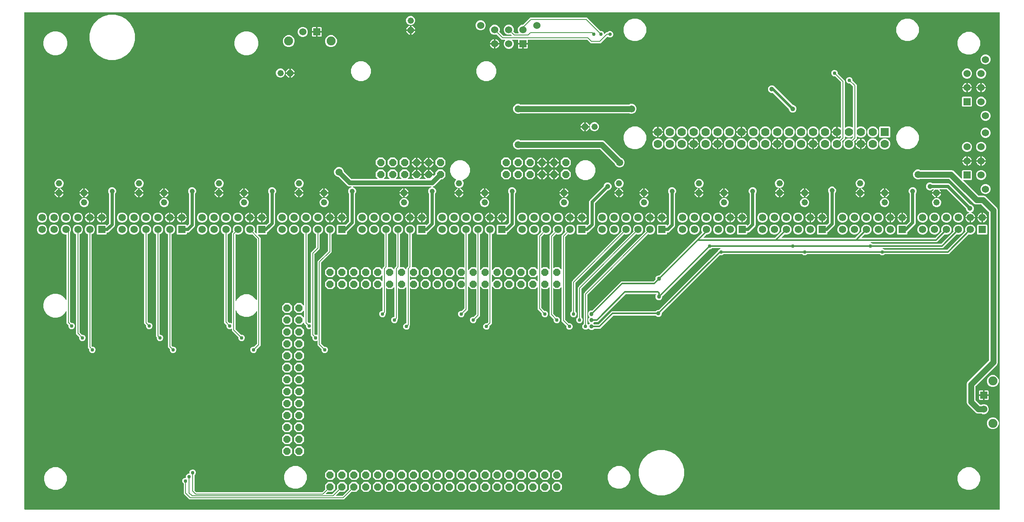
<source format=gbr>
G04 EAGLE Gerber RS-274X export*
G75*
%MOMM*%
%FSLAX34Y34*%
%LPD*%
%INBottom Copper*%
%IPPOS*%
%AMOC8*
5,1,8,0,0,1.08239X$1,22.5*%
G01*
%ADD10R,1.570000X1.570000*%
%ADD11C,1.570000*%
%ADD12R,1.778000X1.778000*%
%ADD13C,1.778000*%
%ADD14P,1.649562X8X22.500000*%
%ADD15P,1.649562X8X202.500000*%
%ADD16P,1.649562X8X112.500000*%
%ADD17R,1.524000X1.524000*%
%ADD18C,1.524000*%
%ADD19C,1.905000*%
%ADD20P,1.429621X8X112.500000*%
%ADD21C,1.320800*%
%ADD22P,1.429621X8X292.500000*%
%ADD23P,1.429621X8X22.500000*%
%ADD24P,1.429621X8X202.500000*%
%ADD25C,0.756400*%
%ADD26C,1.056400*%
%ADD27C,1.006400*%
%ADD28C,1.500000*%
%ADD29C,1.270000*%
%ADD30C,1.016000*%
%ADD31C,0.609600*%
%ADD32C,0.635000*%
%ADD33C,0.203200*%
%ADD34C,0.856400*%
%ADD35C,0.304800*%
%ADD36C,0.152400*%

G36*
X2052848Y-53336D02*
X2052848Y-53336D01*
X2052867Y-53338D01*
X2052969Y-53316D01*
X2053071Y-53300D01*
X2053088Y-53290D01*
X2053108Y-53286D01*
X2053197Y-53233D01*
X2053288Y-53184D01*
X2053302Y-53170D01*
X2053319Y-53160D01*
X2053386Y-53081D01*
X2053458Y-53006D01*
X2053466Y-52988D01*
X2053479Y-52973D01*
X2053518Y-52877D01*
X2053561Y-52783D01*
X2053563Y-52763D01*
X2053571Y-52745D01*
X2053589Y-52578D01*
X2053589Y1005078D01*
X2053586Y1005098D01*
X2053588Y1005117D01*
X2053566Y1005219D01*
X2053550Y1005321D01*
X2053540Y1005338D01*
X2053536Y1005358D01*
X2053483Y1005447D01*
X2053434Y1005538D01*
X2053420Y1005552D01*
X2053410Y1005569D01*
X2053331Y1005636D01*
X2053256Y1005708D01*
X2053238Y1005716D01*
X2053223Y1005729D01*
X2053127Y1005768D01*
X2053033Y1005811D01*
X2053013Y1005813D01*
X2052995Y1005821D01*
X2052828Y1005839D01*
X-20828Y1005839D01*
X-20848Y1005836D01*
X-20867Y1005838D01*
X-20969Y1005816D01*
X-21071Y1005800D01*
X-21088Y1005790D01*
X-21108Y1005786D01*
X-21197Y1005733D01*
X-21288Y1005684D01*
X-21302Y1005670D01*
X-21319Y1005660D01*
X-21386Y1005581D01*
X-21458Y1005506D01*
X-21466Y1005488D01*
X-21479Y1005473D01*
X-21518Y1005377D01*
X-21561Y1005283D01*
X-21563Y1005263D01*
X-21571Y1005245D01*
X-21589Y1005078D01*
X-21589Y-52578D01*
X-21586Y-52598D01*
X-21588Y-52617D01*
X-21566Y-52719D01*
X-21550Y-52821D01*
X-21540Y-52838D01*
X-21536Y-52858D01*
X-21483Y-52947D01*
X-21434Y-53038D01*
X-21420Y-53052D01*
X-21410Y-53069D01*
X-21331Y-53136D01*
X-21256Y-53208D01*
X-21238Y-53216D01*
X-21223Y-53229D01*
X-21127Y-53268D01*
X-21033Y-53311D01*
X-21013Y-53313D01*
X-20995Y-53321D01*
X-20828Y-53339D01*
X2052828Y-53339D01*
X2052848Y-53336D01*
G37*
%LPC*%
G36*
X1183452Y329219D02*
X1183452Y329219D01*
X1180757Y330335D01*
X1178745Y332348D01*
X1178729Y332360D01*
X1178716Y332375D01*
X1178629Y332431D01*
X1178545Y332492D01*
X1178526Y332497D01*
X1178509Y332508D01*
X1178409Y332534D01*
X1178310Y332564D01*
X1178290Y332563D01*
X1178271Y332568D01*
X1178168Y332560D01*
X1178064Y332558D01*
X1178045Y332551D01*
X1178025Y332549D01*
X1177931Y332509D01*
X1177833Y332473D01*
X1177817Y332461D01*
X1177799Y332453D01*
X1177668Y332348D01*
X1176079Y330759D01*
X1173569Y329719D01*
X1170851Y329719D01*
X1168341Y330759D01*
X1166419Y332681D01*
X1165379Y335191D01*
X1165379Y337909D01*
X1166419Y340419D01*
X1168176Y342176D01*
X1168229Y342250D01*
X1168289Y342320D01*
X1168301Y342350D01*
X1168320Y342376D01*
X1168347Y342463D01*
X1168381Y342548D01*
X1168385Y342589D01*
X1168392Y342611D01*
X1168391Y342643D01*
X1168399Y342715D01*
X1168399Y407240D01*
X1170854Y409695D01*
X1170855Y409695D01*
X1299270Y538111D01*
X1299339Y538206D01*
X1299408Y538299D01*
X1299410Y538305D01*
X1299414Y538310D01*
X1299448Y538422D01*
X1299485Y538533D01*
X1299485Y538540D01*
X1299486Y538546D01*
X1299483Y538662D01*
X1299482Y538779D01*
X1299480Y538786D01*
X1299480Y538791D01*
X1299474Y538809D01*
X1299435Y538940D01*
X1298651Y540833D01*
X1298651Y545169D01*
X1300311Y549175D01*
X1303376Y552241D01*
X1307382Y553900D01*
X1311718Y553900D01*
X1315724Y552241D01*
X1318790Y549175D01*
X1320449Y545169D01*
X1320449Y540833D01*
X1318790Y536828D01*
X1315724Y533762D01*
X1311718Y532102D01*
X1307382Y532102D01*
X1305489Y532887D01*
X1305376Y532913D01*
X1305262Y532942D01*
X1305256Y532941D01*
X1305250Y532943D01*
X1305133Y532932D01*
X1305017Y532923D01*
X1305011Y532920D01*
X1305005Y532920D01*
X1304897Y532872D01*
X1304791Y532826D01*
X1304785Y532822D01*
X1304780Y532820D01*
X1304766Y532807D01*
X1304660Y532722D01*
X1176244Y404306D01*
X1176191Y404232D01*
X1176131Y404162D01*
X1176119Y404132D01*
X1176100Y404106D01*
X1176073Y404019D01*
X1176039Y403934D01*
X1176035Y403893D01*
X1176028Y403871D01*
X1176029Y403839D01*
X1176021Y403767D01*
X1176021Y342715D01*
X1176035Y342625D01*
X1176043Y342534D01*
X1176055Y342504D01*
X1176060Y342472D01*
X1176103Y342391D01*
X1176139Y342307D01*
X1176165Y342275D01*
X1176176Y342255D01*
X1176199Y342232D01*
X1176244Y342176D01*
X1177668Y340752D01*
X1177684Y340740D01*
X1177697Y340725D01*
X1177784Y340669D01*
X1177868Y340608D01*
X1177887Y340603D01*
X1177904Y340592D01*
X1178004Y340566D01*
X1178103Y340536D01*
X1178123Y340537D01*
X1178142Y340532D01*
X1178245Y340540D01*
X1178349Y340542D01*
X1178368Y340549D01*
X1178387Y340551D01*
X1178482Y340591D01*
X1178580Y340627D01*
X1178596Y340639D01*
X1178614Y340647D01*
X1178745Y340752D01*
X1180757Y342765D01*
X1180919Y342832D01*
X1180980Y342870D01*
X1181046Y342899D01*
X1181084Y342934D01*
X1181128Y342961D01*
X1181174Y343017D01*
X1181227Y343065D01*
X1181252Y343111D01*
X1181285Y343151D01*
X1181311Y343218D01*
X1181345Y343281D01*
X1181355Y343332D01*
X1181373Y343380D01*
X1181376Y343452D01*
X1181389Y343523D01*
X1181382Y343574D01*
X1181384Y343626D01*
X1181364Y343695D01*
X1181353Y343766D01*
X1181330Y343812D01*
X1181315Y343862D01*
X1181274Y343921D01*
X1181242Y343985D01*
X1181205Y344022D01*
X1181175Y344064D01*
X1181117Y344107D01*
X1181066Y344157D01*
X1181003Y344192D01*
X1180978Y344211D01*
X1180955Y344218D01*
X1180919Y344238D01*
X1180757Y344305D01*
X1178695Y346367D01*
X1177579Y349062D01*
X1177579Y351978D01*
X1178695Y354673D01*
X1180355Y356332D01*
X1180366Y356348D01*
X1180382Y356360D01*
X1180438Y356448D01*
X1180498Y356531D01*
X1180504Y356550D01*
X1180515Y356567D01*
X1180540Y356668D01*
X1180570Y356767D01*
X1180570Y356786D01*
X1180575Y356806D01*
X1180567Y356909D01*
X1180564Y357012D01*
X1180557Y357031D01*
X1180556Y357051D01*
X1180515Y357146D01*
X1180480Y357243D01*
X1180467Y357259D01*
X1180459Y357277D01*
X1180355Y357408D01*
X1178695Y359067D01*
X1177579Y361762D01*
X1177579Y364678D01*
X1178695Y367373D01*
X1180757Y369435D01*
X1183452Y370551D01*
X1185459Y370551D01*
X1185549Y370565D01*
X1185640Y370573D01*
X1185669Y370585D01*
X1185701Y370590D01*
X1185782Y370633D01*
X1185866Y370669D01*
X1185898Y370695D01*
X1185919Y370706D01*
X1185941Y370729D01*
X1185997Y370774D01*
X1247786Y432563D01*
X1316051Y432563D01*
X1316141Y432577D01*
X1316232Y432585D01*
X1316261Y432597D01*
X1316293Y432602D01*
X1316374Y432645D01*
X1316458Y432681D01*
X1316490Y432707D01*
X1316511Y432718D01*
X1316533Y432741D01*
X1316589Y432786D01*
X1320866Y437063D01*
X1320919Y437137D01*
X1320979Y437207D01*
X1320991Y437237D01*
X1321010Y437263D01*
X1321037Y437350D01*
X1321071Y437435D01*
X1321075Y437476D01*
X1321082Y437498D01*
X1321081Y437530D01*
X1321089Y437601D01*
X1321089Y439608D01*
X1322205Y442303D01*
X1324267Y444365D01*
X1326962Y445481D01*
X1328969Y445481D01*
X1329059Y445495D01*
X1329150Y445503D01*
X1329179Y445515D01*
X1329211Y445520D01*
X1329292Y445563D01*
X1329376Y445599D01*
X1329408Y445625D01*
X1329429Y445636D01*
X1329451Y445659D01*
X1329507Y445704D01*
X1409299Y525496D01*
X1419691Y535888D01*
X1419759Y535982D01*
X1419829Y536077D01*
X1419831Y536083D01*
X1419835Y536088D01*
X1419869Y536198D01*
X1419905Y536310D01*
X1419905Y536317D01*
X1419907Y536323D01*
X1419904Y536439D01*
X1419903Y536556D01*
X1419901Y536564D01*
X1419901Y536569D01*
X1419894Y536586D01*
X1419856Y536717D01*
X1418151Y540833D01*
X1418151Y545169D01*
X1419810Y549175D01*
X1422876Y552241D01*
X1426882Y553900D01*
X1431218Y553900D01*
X1435224Y552241D01*
X1438289Y549175D01*
X1439949Y545169D01*
X1439949Y540833D01*
X1438289Y536828D01*
X1435224Y533762D01*
X1431218Y532102D01*
X1429155Y532102D01*
X1429064Y532088D01*
X1428974Y532081D01*
X1428944Y532068D01*
X1428912Y532063D01*
X1428831Y532020D01*
X1428747Y531984D01*
X1428715Y531959D01*
X1428694Y531948D01*
X1428672Y531924D01*
X1428616Y531879D01*
X1423309Y526572D01*
X1423267Y526514D01*
X1423218Y526462D01*
X1423196Y526415D01*
X1423166Y526373D01*
X1423144Y526304D01*
X1423114Y526239D01*
X1423108Y526187D01*
X1423093Y526137D01*
X1423095Y526066D01*
X1423087Y525995D01*
X1423098Y525944D01*
X1423100Y525892D01*
X1423124Y525824D01*
X1423139Y525754D01*
X1423166Y525710D01*
X1423184Y525661D01*
X1423229Y525605D01*
X1423266Y525543D01*
X1423305Y525509D01*
X1423338Y525469D01*
X1423398Y525430D01*
X1423452Y525383D01*
X1423501Y525364D01*
X1423545Y525336D01*
X1423614Y525318D01*
X1423681Y525291D01*
X1423752Y525283D01*
X1423783Y525275D01*
X1423806Y525277D01*
X1423847Y525273D01*
X1574840Y525273D01*
X1574930Y525287D01*
X1575021Y525295D01*
X1575050Y525307D01*
X1575082Y525312D01*
X1575163Y525355D01*
X1575247Y525391D01*
X1575279Y525417D01*
X1575300Y525428D01*
X1575322Y525451D01*
X1575378Y525496D01*
X1588755Y538873D01*
X1588823Y538968D01*
X1588893Y539061D01*
X1588895Y539067D01*
X1588898Y539072D01*
X1588933Y539184D01*
X1588969Y539295D01*
X1588969Y539302D01*
X1588971Y539308D01*
X1588968Y539424D01*
X1588967Y539541D01*
X1588965Y539548D01*
X1588964Y539553D01*
X1588958Y539571D01*
X1588920Y539702D01*
X1588451Y540833D01*
X1588451Y545169D01*
X1590111Y549175D01*
X1593176Y552241D01*
X1597182Y553900D01*
X1601518Y553900D01*
X1605524Y552241D01*
X1608590Y549175D01*
X1610249Y545169D01*
X1610249Y540833D01*
X1608590Y536828D01*
X1605524Y533762D01*
X1601518Y532102D01*
X1597182Y532102D01*
X1596051Y532571D01*
X1595938Y532597D01*
X1595824Y532626D01*
X1595818Y532626D01*
X1595812Y532627D01*
X1595695Y532616D01*
X1595579Y532607D01*
X1595573Y532605D01*
X1595567Y532604D01*
X1595459Y532556D01*
X1595353Y532511D01*
X1595347Y532506D01*
X1595342Y532504D01*
X1595328Y532491D01*
X1595222Y532406D01*
X1589388Y526572D01*
X1589346Y526514D01*
X1589297Y526462D01*
X1589275Y526415D01*
X1589244Y526373D01*
X1589223Y526304D01*
X1589193Y526239D01*
X1589187Y526187D01*
X1589172Y526137D01*
X1589174Y526066D01*
X1589166Y525995D01*
X1589177Y525944D01*
X1589178Y525892D01*
X1589203Y525824D01*
X1589218Y525754D01*
X1589245Y525710D01*
X1589263Y525661D01*
X1589308Y525605D01*
X1589345Y525543D01*
X1589384Y525509D01*
X1589417Y525469D01*
X1589477Y525430D01*
X1589531Y525383D01*
X1589580Y525364D01*
X1589624Y525336D01*
X1589693Y525318D01*
X1589760Y525291D01*
X1589831Y525283D01*
X1589862Y525275D01*
X1589885Y525277D01*
X1589926Y525273D01*
X1745139Y525273D01*
X1745229Y525287D01*
X1745320Y525295D01*
X1745350Y525307D01*
X1745382Y525312D01*
X1745463Y525355D01*
X1745547Y525391D01*
X1745579Y525417D01*
X1745600Y525428D01*
X1745622Y525451D01*
X1745678Y525496D01*
X1759055Y538873D01*
X1759122Y538967D01*
X1759193Y539061D01*
X1759195Y539067D01*
X1759198Y539072D01*
X1759232Y539183D01*
X1759269Y539295D01*
X1759269Y539302D01*
X1759271Y539308D01*
X1759268Y539424D01*
X1759266Y539541D01*
X1759264Y539548D01*
X1759264Y539553D01*
X1759258Y539571D01*
X1759220Y539702D01*
X1758751Y540833D01*
X1758751Y545169D01*
X1760411Y549175D01*
X1763476Y552241D01*
X1767482Y553900D01*
X1771818Y553900D01*
X1775824Y552241D01*
X1778889Y549175D01*
X1780549Y545169D01*
X1780549Y540833D01*
X1778889Y536828D01*
X1775824Y533762D01*
X1771818Y532102D01*
X1767482Y532102D01*
X1766351Y532571D01*
X1766238Y532598D01*
X1766124Y532626D01*
X1766118Y532626D01*
X1766112Y532627D01*
X1765995Y532616D01*
X1765879Y532607D01*
X1765873Y532605D01*
X1765867Y532604D01*
X1765759Y532556D01*
X1765653Y532511D01*
X1765647Y532506D01*
X1765642Y532504D01*
X1765628Y532491D01*
X1765522Y532406D01*
X1759688Y526572D01*
X1759646Y526514D01*
X1759597Y526462D01*
X1759575Y526415D01*
X1759544Y526373D01*
X1759523Y526304D01*
X1759493Y526239D01*
X1759487Y526187D01*
X1759472Y526137D01*
X1759474Y526066D01*
X1759466Y525995D01*
X1759477Y525944D01*
X1759478Y525892D01*
X1759503Y525824D01*
X1759518Y525754D01*
X1759545Y525709D01*
X1759563Y525661D01*
X1759608Y525605D01*
X1759644Y525543D01*
X1759684Y525509D01*
X1759717Y525469D01*
X1759777Y525430D01*
X1759831Y525383D01*
X1759880Y525364D01*
X1759923Y525336D01*
X1759993Y525318D01*
X1760059Y525291D01*
X1760131Y525283D01*
X1760162Y525275D01*
X1760185Y525277D01*
X1760226Y525273D01*
X1915439Y525273D01*
X1915529Y525287D01*
X1915620Y525295D01*
X1915650Y525307D01*
X1915682Y525312D01*
X1915763Y525355D01*
X1915847Y525391D01*
X1915879Y525417D01*
X1915899Y525428D01*
X1915922Y525451D01*
X1915978Y525496D01*
X1929355Y538873D01*
X1929422Y538967D01*
X1929493Y539061D01*
X1929495Y539067D01*
X1929498Y539072D01*
X1929532Y539183D01*
X1929569Y539295D01*
X1929569Y539302D01*
X1929571Y539308D01*
X1929567Y539424D01*
X1929566Y539541D01*
X1929564Y539548D01*
X1929564Y539553D01*
X1929558Y539571D01*
X1929520Y539702D01*
X1929051Y540833D01*
X1929051Y545169D01*
X1930710Y549175D01*
X1933776Y552241D01*
X1937782Y553900D01*
X1942118Y553900D01*
X1946124Y552241D01*
X1949189Y549175D01*
X1950849Y545169D01*
X1950849Y540833D01*
X1949189Y536828D01*
X1946124Y533762D01*
X1942118Y532102D01*
X1937782Y532102D01*
X1936651Y532571D01*
X1936538Y532598D01*
X1936424Y532626D01*
X1936418Y532626D01*
X1936412Y532627D01*
X1936295Y532616D01*
X1936179Y532607D01*
X1936173Y532605D01*
X1936167Y532604D01*
X1936059Y532556D01*
X1935952Y532511D01*
X1935947Y532506D01*
X1935942Y532504D01*
X1935928Y532491D01*
X1935821Y532406D01*
X1919543Y516127D01*
X1780056Y516127D01*
X1779960Y516112D01*
X1779863Y516102D01*
X1779839Y516092D01*
X1779813Y516088D01*
X1779727Y516042D01*
X1779638Y516002D01*
X1779619Y515985D01*
X1779595Y515972D01*
X1779528Y515902D01*
X1779457Y515836D01*
X1779444Y515813D01*
X1779426Y515794D01*
X1779385Y515706D01*
X1779338Y515620D01*
X1779333Y515595D01*
X1779322Y515571D01*
X1779312Y515474D01*
X1779294Y515378D01*
X1779298Y515352D01*
X1779295Y515327D01*
X1779316Y515231D01*
X1779330Y515135D01*
X1779342Y515112D01*
X1779348Y515086D01*
X1779398Y515003D01*
X1779442Y514916D01*
X1779460Y514897D01*
X1779474Y514875D01*
X1779548Y514812D01*
X1779617Y514744D01*
X1779646Y514728D01*
X1779661Y514715D01*
X1779691Y514703D01*
X1779764Y514663D01*
X1781869Y513791D01*
X1782864Y512796D01*
X1782938Y512743D01*
X1783008Y512683D01*
X1783038Y512671D01*
X1783064Y512652D01*
X1783151Y512625D01*
X1783236Y512591D01*
X1783277Y512587D01*
X1783299Y512580D01*
X1783331Y512581D01*
X1783403Y512573D01*
X1928139Y512573D01*
X1928229Y512587D01*
X1928320Y512595D01*
X1928350Y512607D01*
X1928382Y512612D01*
X1928463Y512655D01*
X1928547Y512691D01*
X1928579Y512717D01*
X1928599Y512728D01*
X1928622Y512751D01*
X1928678Y512796D01*
X1954755Y538873D01*
X1954822Y538967D01*
X1954893Y539061D01*
X1954895Y539067D01*
X1954898Y539072D01*
X1954932Y539183D01*
X1954969Y539295D01*
X1954969Y539302D01*
X1954971Y539308D01*
X1954967Y539424D01*
X1954966Y539541D01*
X1954964Y539548D01*
X1954964Y539553D01*
X1954958Y539571D01*
X1954920Y539702D01*
X1954451Y540833D01*
X1954451Y545169D01*
X1956110Y549175D01*
X1959176Y552241D01*
X1963182Y553900D01*
X1967518Y553900D01*
X1971524Y552241D01*
X1974589Y549175D01*
X1976249Y545169D01*
X1976249Y540833D01*
X1974589Y536828D01*
X1971524Y533762D01*
X1967518Y532102D01*
X1963182Y532102D01*
X1962051Y532571D01*
X1961938Y532598D01*
X1961824Y532626D01*
X1961818Y532626D01*
X1961812Y532627D01*
X1961695Y532616D01*
X1961579Y532607D01*
X1961573Y532605D01*
X1961567Y532604D01*
X1961459Y532556D01*
X1961352Y532511D01*
X1961347Y532506D01*
X1961342Y532504D01*
X1961328Y532491D01*
X1961221Y532406D01*
X1932243Y503427D01*
X1805456Y503427D01*
X1805360Y503412D01*
X1805263Y503402D01*
X1805239Y503392D01*
X1805213Y503388D01*
X1805127Y503342D01*
X1805038Y503302D01*
X1805019Y503285D01*
X1804995Y503272D01*
X1804928Y503202D01*
X1804857Y503136D01*
X1804844Y503113D01*
X1804826Y503094D01*
X1804785Y503006D01*
X1804738Y502920D01*
X1804733Y502895D01*
X1804722Y502871D01*
X1804712Y502774D01*
X1804694Y502678D01*
X1804698Y502652D01*
X1804695Y502627D01*
X1804716Y502531D01*
X1804730Y502435D01*
X1804742Y502412D01*
X1804748Y502386D01*
X1804798Y502303D01*
X1804842Y502216D01*
X1804860Y502197D01*
X1804874Y502175D01*
X1804948Y502112D01*
X1805017Y502044D01*
X1805046Y502028D01*
X1805061Y502015D01*
X1805091Y502003D01*
X1805164Y501963D01*
X1807269Y501091D01*
X1808264Y500096D01*
X1808338Y500043D01*
X1808408Y499983D01*
X1808438Y499971D01*
X1808464Y499952D01*
X1808551Y499925D01*
X1808636Y499891D01*
X1808677Y499887D01*
X1808699Y499880D01*
X1808731Y499881D01*
X1808803Y499873D01*
X1940839Y499873D01*
X1940929Y499887D01*
X1941020Y499895D01*
X1941050Y499907D01*
X1941082Y499912D01*
X1941163Y499955D01*
X1941247Y499991D01*
X1941279Y500017D01*
X1941299Y500028D01*
X1941322Y500051D01*
X1941378Y500096D01*
X1980155Y538873D01*
X1980223Y538968D01*
X1980293Y539061D01*
X1980295Y539067D01*
X1980298Y539072D01*
X1980332Y539184D01*
X1980369Y539295D01*
X1980369Y539302D01*
X1980371Y539308D01*
X1980368Y539424D01*
X1980366Y539541D01*
X1980364Y539548D01*
X1980364Y539553D01*
X1980358Y539571D01*
X1980320Y539702D01*
X1979851Y540833D01*
X1979851Y545169D01*
X1981510Y549175D01*
X1984576Y552241D01*
X1988582Y553900D01*
X1992918Y553900D01*
X1996924Y552241D01*
X1999989Y549175D01*
X2001649Y545169D01*
X2001649Y540833D01*
X1999989Y536828D01*
X1996924Y533762D01*
X1992918Y532102D01*
X1988582Y532102D01*
X1987451Y532571D01*
X1987338Y532597D01*
X1987224Y532626D01*
X1987218Y532626D01*
X1987212Y532627D01*
X1987095Y532616D01*
X1986979Y532607D01*
X1986973Y532605D01*
X1986967Y532604D01*
X1986859Y532556D01*
X1986752Y532511D01*
X1986747Y532506D01*
X1986742Y532504D01*
X1986728Y532491D01*
X1986621Y532406D01*
X1947844Y493629D01*
X1944943Y490727D01*
X1808803Y490727D01*
X1808713Y490713D01*
X1808622Y490705D01*
X1808592Y490693D01*
X1808560Y490688D01*
X1808479Y490645D01*
X1808395Y490609D01*
X1808363Y490583D01*
X1808343Y490572D01*
X1808320Y490549D01*
X1808264Y490504D01*
X1807269Y489509D01*
X1804759Y488469D01*
X1802041Y488469D01*
X1799531Y489509D01*
X1798536Y490504D01*
X1798462Y490557D01*
X1798392Y490617D01*
X1798362Y490629D01*
X1798336Y490648D01*
X1798249Y490675D01*
X1798164Y490709D01*
X1798123Y490713D01*
X1798101Y490720D01*
X1798069Y490719D01*
X1797997Y490727D01*
X1643703Y490727D01*
X1643613Y490713D01*
X1643522Y490705D01*
X1643492Y490693D01*
X1643460Y490688D01*
X1643379Y490645D01*
X1643295Y490609D01*
X1643263Y490583D01*
X1643243Y490572D01*
X1643220Y490549D01*
X1643164Y490504D01*
X1642169Y489509D01*
X1639659Y488469D01*
X1636941Y488469D01*
X1634431Y489509D01*
X1633436Y490504D01*
X1633362Y490557D01*
X1633292Y490617D01*
X1633262Y490629D01*
X1633236Y490648D01*
X1633149Y490675D01*
X1633064Y490709D01*
X1633023Y490713D01*
X1633001Y490720D01*
X1632969Y490719D01*
X1632897Y490727D01*
X1465903Y490727D01*
X1465813Y490713D01*
X1465722Y490705D01*
X1465692Y490693D01*
X1465660Y490688D01*
X1465579Y490645D01*
X1465495Y490609D01*
X1465463Y490583D01*
X1465443Y490572D01*
X1465420Y490549D01*
X1465364Y490504D01*
X1464369Y489509D01*
X1461859Y488469D01*
X1459141Y488469D01*
X1458519Y488727D01*
X1458405Y488754D01*
X1458292Y488782D01*
X1458285Y488782D01*
X1458279Y488783D01*
X1458163Y488772D01*
X1458046Y488763D01*
X1458041Y488761D01*
X1458034Y488760D01*
X1457927Y488712D01*
X1457820Y488667D01*
X1457814Y488662D01*
X1457810Y488660D01*
X1457796Y488648D01*
X1457689Y488562D01*
X1334704Y365577D01*
X1334651Y365503D01*
X1334591Y365433D01*
X1334579Y365403D01*
X1334560Y365377D01*
X1334533Y365290D01*
X1334499Y365205D01*
X1334495Y365164D01*
X1334488Y365142D01*
X1334489Y365110D01*
X1334481Y365039D01*
X1334481Y363032D01*
X1333365Y360337D01*
X1331303Y358275D01*
X1328608Y357159D01*
X1325692Y357159D01*
X1322997Y358275D01*
X1321578Y359694D01*
X1321505Y359747D01*
X1321435Y359807D01*
X1321405Y359819D01*
X1321379Y359838D01*
X1321292Y359865D01*
X1321207Y359899D01*
X1321166Y359903D01*
X1321144Y359910D01*
X1321111Y359909D01*
X1321040Y359917D01*
X1231569Y359917D01*
X1231479Y359903D01*
X1231388Y359895D01*
X1231359Y359883D01*
X1231327Y359878D01*
X1231246Y359835D01*
X1231162Y359799D01*
X1231130Y359773D01*
X1231109Y359762D01*
X1231087Y359739D01*
X1231031Y359694D01*
X1203314Y331977D01*
X1191020Y331977D01*
X1190930Y331963D01*
X1190839Y331955D01*
X1190809Y331943D01*
X1190777Y331938D01*
X1190696Y331895D01*
X1190612Y331859D01*
X1190580Y331833D01*
X1190560Y331822D01*
X1190537Y331799D01*
X1190482Y331754D01*
X1189063Y330335D01*
X1186368Y329219D01*
X1183452Y329219D01*
G37*
%LPD*%
%LPC*%
G36*
X2017178Y149859D02*
X2017178Y149859D01*
X2014252Y151071D01*
X2014188Y151086D01*
X2014127Y151111D01*
X2014044Y151120D01*
X2014012Y151127D01*
X2013993Y151126D01*
X2013960Y151129D01*
X2006000Y151129D01*
X2002546Y152560D01*
X1984662Y170444D01*
X1983231Y173898D01*
X1983231Y215230D01*
X1984662Y218684D01*
X2029998Y264020D01*
X2030051Y264094D01*
X2030111Y264164D01*
X2030123Y264194D01*
X2030142Y264220D01*
X2030169Y264307D01*
X2030203Y264392D01*
X2030207Y264433D01*
X2030214Y264455D01*
X2030213Y264487D01*
X2030221Y264558D01*
X2030221Y579992D01*
X2030207Y580082D01*
X2030199Y580173D01*
X2030187Y580202D01*
X2030182Y580234D01*
X2030139Y580315D01*
X2030103Y580399D01*
X2030077Y580431D01*
X2030066Y580452D01*
X2030043Y580474D01*
X2029998Y580530D01*
X2014360Y596168D01*
X2014286Y596221D01*
X2014216Y596281D01*
X2014186Y596293D01*
X2014160Y596312D01*
X2014073Y596339D01*
X2013988Y596373D01*
X2013947Y596377D01*
X2013925Y596384D01*
X2013893Y596383D01*
X2013822Y596391D01*
X2002190Y596391D01*
X1998736Y597822D01*
X1945780Y650778D01*
X1945706Y650831D01*
X1945636Y650891D01*
X1945606Y650903D01*
X1945580Y650922D01*
X1945493Y650949D01*
X1945408Y650983D01*
X1945367Y650987D01*
X1945345Y650994D01*
X1945313Y650993D01*
X1945242Y651001D01*
X1884626Y651001D01*
X1884561Y650991D01*
X1884496Y650990D01*
X1884416Y650967D01*
X1884383Y650962D01*
X1884366Y650952D01*
X1884335Y650943D01*
X1881698Y649851D01*
X1877502Y649851D01*
X1873625Y651457D01*
X1870657Y654425D01*
X1869051Y658302D01*
X1869051Y662498D01*
X1870657Y666375D01*
X1873625Y669343D01*
X1877502Y670949D01*
X1881698Y670949D01*
X1884335Y669857D01*
X1884398Y669842D01*
X1884459Y669817D01*
X1884542Y669808D01*
X1884574Y669801D01*
X1884594Y669802D01*
X1884626Y669799D01*
X1951320Y669799D01*
X1954774Y668368D01*
X1971772Y651370D01*
X1971830Y651328D01*
X1971882Y651279D01*
X1971929Y651257D01*
X1971971Y651227D01*
X1972040Y651205D01*
X1972105Y651175D01*
X1972157Y651169D01*
X1972207Y651154D01*
X1972278Y651156D01*
X1972349Y651148D01*
X1972400Y651159D01*
X1972452Y651161D01*
X1972520Y651185D01*
X1972590Y651200D01*
X1972635Y651227D01*
X1972683Y651245D01*
X1972739Y651290D01*
X1972801Y651327D01*
X1972835Y651366D01*
X1972875Y651399D01*
X1972914Y651459D01*
X1972961Y651513D01*
X1972980Y651562D01*
X1973008Y651606D01*
X1973026Y651675D01*
X1973053Y651742D01*
X1973061Y651813D01*
X1973069Y651844D01*
X1973067Y651867D01*
X1973071Y651908D01*
X1973071Y668013D01*
X1974857Y669799D01*
X1992623Y669799D01*
X1994409Y668013D01*
X1994409Y650247D01*
X1992623Y648461D01*
X1976518Y648461D01*
X1976448Y648450D01*
X1976376Y648448D01*
X1976327Y648430D01*
X1976276Y648422D01*
X1976212Y648388D01*
X1976145Y648363D01*
X1976104Y648331D01*
X1976058Y648306D01*
X1976009Y648254D01*
X1975953Y648210D01*
X1975925Y648166D01*
X1975889Y648128D01*
X1975859Y648063D01*
X1975820Y648003D01*
X1975807Y647952D01*
X1975785Y647905D01*
X1975777Y647834D01*
X1975760Y647764D01*
X1975764Y647712D01*
X1975758Y647661D01*
X1975773Y647590D01*
X1975779Y647519D01*
X1975799Y647471D01*
X1975810Y647420D01*
X1975847Y647359D01*
X1975875Y647293D01*
X1975920Y647237D01*
X1975937Y647209D01*
X1975954Y647194D01*
X1975980Y647162D01*
X2007730Y615412D01*
X2007804Y615359D01*
X2007874Y615299D01*
X2007904Y615287D01*
X2007930Y615268D01*
X2008017Y615241D01*
X2008102Y615207D01*
X2008143Y615203D01*
X2008165Y615196D01*
X2008197Y615197D01*
X2008268Y615189D01*
X2019900Y615189D01*
X2023354Y613758D01*
X2047588Y589524D01*
X2049019Y586070D01*
X2049019Y258480D01*
X2047588Y255026D01*
X2002252Y209690D01*
X2002199Y209616D01*
X2002139Y209546D01*
X2002127Y209516D01*
X2002108Y209490D01*
X2002081Y209403D01*
X2002047Y209318D01*
X2002043Y209277D01*
X2002036Y209255D01*
X2002037Y209223D01*
X2002029Y209152D01*
X2002029Y179976D01*
X2002043Y179886D01*
X2002051Y179795D01*
X2002063Y179766D01*
X2002068Y179734D01*
X2002111Y179653D01*
X2002147Y179569D01*
X2002173Y179537D01*
X2002184Y179516D01*
X2002207Y179494D01*
X2002252Y179438D01*
X2011540Y170150D01*
X2011614Y170097D01*
X2011684Y170037D01*
X2011714Y170025D01*
X2011740Y170006D01*
X2011827Y169979D01*
X2011912Y169945D01*
X2011953Y169941D01*
X2011975Y169934D01*
X2012007Y169935D01*
X2012078Y169927D01*
X2013960Y169927D01*
X2014025Y169937D01*
X2014091Y169938D01*
X2014171Y169961D01*
X2014203Y169966D01*
X2014220Y169976D01*
X2014252Y169985D01*
X2017178Y171197D01*
X2021422Y171197D01*
X2025343Y169573D01*
X2028345Y166571D01*
X2029969Y162650D01*
X2029969Y158406D01*
X2028345Y154485D01*
X2025343Y151483D01*
X2021422Y149859D01*
X2017178Y149859D01*
G37*
%LPD*%
%LPC*%
G36*
X464731Y280189D02*
X464731Y280189D01*
X462221Y281229D01*
X460299Y283151D01*
X459259Y285661D01*
X459259Y288379D01*
X460299Y290889D01*
X462221Y292811D01*
X464731Y293851D01*
X467216Y293851D01*
X467306Y293865D01*
X467397Y293873D01*
X467427Y293885D01*
X467459Y293890D01*
X467540Y293933D01*
X467624Y293969D01*
X467656Y293995D01*
X467676Y294006D01*
X467699Y294029D01*
X467754Y294074D01*
X473066Y299385D01*
X473119Y299459D01*
X473179Y299529D01*
X473191Y299559D01*
X473210Y299585D01*
X473236Y299672D01*
X473271Y299757D01*
X473275Y299798D01*
X473282Y299820D01*
X473281Y299852D01*
X473289Y299924D01*
X473289Y368289D01*
X473273Y368385D01*
X473264Y368482D01*
X473254Y368506D01*
X473249Y368532D01*
X473204Y368618D01*
X473164Y368707D01*
X473147Y368726D01*
X473134Y368749D01*
X473064Y368816D01*
X472998Y368888D01*
X472975Y368901D01*
X472956Y368919D01*
X472868Y368960D01*
X472782Y369007D01*
X472757Y369011D01*
X472733Y369022D01*
X472636Y369033D01*
X472540Y369050D01*
X472514Y369047D01*
X472488Y369049D01*
X472393Y369029D01*
X472297Y369015D01*
X472274Y369003D01*
X472248Y368997D01*
X472165Y368947D01*
X472078Y368903D01*
X472059Y368884D01*
X472037Y368871D01*
X471974Y368797D01*
X471905Y368727D01*
X471890Y368699D01*
X471877Y368684D01*
X471865Y368653D01*
X471825Y368581D01*
X471307Y367331D01*
X464519Y360543D01*
X455650Y356869D01*
X446050Y356869D01*
X437181Y360543D01*
X430393Y367331D01*
X429035Y370609D01*
X428984Y370692D01*
X428938Y370778D01*
X428919Y370796D01*
X428906Y370818D01*
X428830Y370880D01*
X428760Y370947D01*
X428736Y370958D01*
X428716Y370975D01*
X428625Y371010D01*
X428537Y371051D01*
X428511Y371054D01*
X428486Y371063D01*
X428389Y371067D01*
X428292Y371078D01*
X428267Y371072D01*
X428241Y371074D01*
X428147Y371046D01*
X428052Y371026D01*
X428030Y371012D01*
X428004Y371005D01*
X427925Y370950D01*
X427841Y370900D01*
X427824Y370880D01*
X427802Y370865D01*
X427744Y370787D01*
X427681Y370713D01*
X427671Y370688D01*
X427656Y370667D01*
X427626Y370575D01*
X427589Y370484D01*
X427585Y370452D01*
X427579Y370434D01*
X427580Y370400D01*
X427571Y370318D01*
X427571Y331244D01*
X427585Y331154D01*
X427592Y331063D01*
X427605Y331033D01*
X427610Y331001D01*
X427653Y330920D01*
X427689Y330837D01*
X427714Y330804D01*
X427725Y330784D01*
X427749Y330762D01*
X427794Y330706D01*
X439026Y319474D01*
X439099Y319421D01*
X439169Y319361D01*
X439199Y319349D01*
X439225Y319330D01*
X439312Y319303D01*
X439397Y319269D01*
X439438Y319265D01*
X439460Y319258D01*
X439493Y319259D01*
X439564Y319251D01*
X442049Y319251D01*
X444559Y318211D01*
X446481Y316289D01*
X447521Y313779D01*
X447521Y311061D01*
X446481Y308551D01*
X444559Y306629D01*
X442049Y305589D01*
X439331Y305589D01*
X436821Y306629D01*
X434899Y308551D01*
X433859Y311061D01*
X433859Y313546D01*
X433845Y313636D01*
X433837Y313727D01*
X433825Y313757D01*
X433820Y313789D01*
X433777Y313870D01*
X433741Y313954D01*
X433715Y313986D01*
X433704Y314006D01*
X433681Y314029D01*
X433636Y314084D01*
X419949Y327772D01*
X419949Y331217D01*
X419942Y331262D01*
X419944Y331308D01*
X419922Y331383D01*
X419909Y331460D01*
X419888Y331500D01*
X419875Y331544D01*
X419831Y331608D01*
X419794Y331677D01*
X419761Y331709D01*
X419735Y331747D01*
X419672Y331793D01*
X419616Y331847D01*
X419574Y331866D01*
X419538Y331893D01*
X419463Y331917D01*
X419393Y331950D01*
X419347Y331955D01*
X419304Y331969D01*
X419226Y331969D01*
X419148Y331977D01*
X419104Y331968D01*
X419058Y331967D01*
X418926Y331929D01*
X418908Y331925D01*
X418904Y331922D01*
X418897Y331920D01*
X416649Y330989D01*
X413931Y330989D01*
X411421Y332029D01*
X409499Y333951D01*
X408459Y336461D01*
X408459Y338946D01*
X408445Y339036D01*
X408437Y339127D01*
X408425Y339157D01*
X408420Y339189D01*
X408377Y339270D01*
X408341Y339354D01*
X408315Y339386D01*
X408304Y339406D01*
X408281Y339429D01*
X408236Y339484D01*
X403439Y344282D01*
X403439Y532274D01*
X403420Y532389D01*
X403403Y532505D01*
X403400Y532511D01*
X403399Y532517D01*
X403345Y532620D01*
X403292Y532724D01*
X403287Y532729D01*
X403284Y532734D01*
X403201Y532814D01*
X403116Y532897D01*
X403110Y532900D01*
X403106Y532904D01*
X403089Y532912D01*
X402969Y532978D01*
X401076Y533762D01*
X398010Y536828D01*
X396351Y540833D01*
X396351Y545169D01*
X398010Y549175D01*
X401076Y552241D01*
X405082Y553900D01*
X409418Y553900D01*
X413424Y552241D01*
X416489Y549175D01*
X418149Y545169D01*
X418149Y540833D01*
X416489Y536828D01*
X413424Y533762D01*
X411531Y532978D01*
X411431Y532916D01*
X411331Y532856D01*
X411327Y532851D01*
X411321Y532848D01*
X411247Y532758D01*
X411171Y532669D01*
X411169Y532663D01*
X411165Y532659D01*
X411123Y532550D01*
X411079Y532441D01*
X411078Y532433D01*
X411076Y532429D01*
X411076Y532411D01*
X411061Y532274D01*
X411061Y347754D01*
X411075Y347664D01*
X411082Y347573D01*
X411095Y347543D01*
X411100Y347511D01*
X411143Y347430D01*
X411179Y347347D01*
X411204Y347314D01*
X411215Y347294D01*
X411239Y347272D01*
X411284Y347216D01*
X413626Y344874D01*
X413699Y344821D01*
X413769Y344761D01*
X413799Y344749D01*
X413825Y344730D01*
X413912Y344703D01*
X413997Y344669D01*
X414038Y344665D01*
X414060Y344658D01*
X414093Y344659D01*
X414164Y344651D01*
X416649Y344651D01*
X418897Y343720D01*
X418941Y343709D01*
X418983Y343690D01*
X419060Y343681D01*
X419136Y343663D01*
X419182Y343668D01*
X419227Y343663D01*
X419303Y343679D01*
X419381Y343687D01*
X419423Y343705D01*
X419468Y343715D01*
X419535Y343755D01*
X419606Y343787D01*
X419639Y343818D01*
X419679Y343841D01*
X419729Y343900D01*
X419787Y343953D01*
X419809Y343993D01*
X419839Y344028D01*
X419868Y344100D01*
X419905Y344168D01*
X419914Y344214D01*
X419931Y344256D01*
X419946Y344392D01*
X419949Y344411D01*
X419948Y344415D01*
X419949Y344423D01*
X419949Y535690D01*
X422370Y538111D01*
X422438Y538205D01*
X422508Y538299D01*
X422510Y538305D01*
X422514Y538310D01*
X422548Y538421D01*
X422584Y538533D01*
X422584Y538540D01*
X422586Y538546D01*
X422583Y538662D01*
X422582Y538779D01*
X422580Y538786D01*
X422580Y538791D01*
X422573Y538809D01*
X422535Y538940D01*
X421751Y540833D01*
X421751Y545169D01*
X423410Y549175D01*
X426476Y552241D01*
X430482Y553900D01*
X434818Y553900D01*
X438824Y552241D01*
X441889Y549175D01*
X443549Y545169D01*
X443549Y540833D01*
X441889Y536828D01*
X438824Y533762D01*
X434818Y532102D01*
X430482Y532102D01*
X428623Y532872D01*
X428578Y532883D01*
X428537Y532902D01*
X428459Y532911D01*
X428384Y532929D01*
X428338Y532924D01*
X428292Y532929D01*
X428216Y532913D01*
X428139Y532905D01*
X428097Y532887D01*
X428052Y532877D01*
X427985Y532837D01*
X427914Y532805D01*
X427880Y532774D01*
X427841Y532751D01*
X427790Y532692D01*
X427733Y532639D01*
X427711Y532599D01*
X427681Y532564D01*
X427652Y532492D01*
X427614Y532424D01*
X427606Y532378D01*
X427589Y532336D01*
X427574Y532200D01*
X427571Y532182D01*
X427571Y532177D01*
X427571Y532169D01*
X427571Y391682D01*
X427586Y391586D01*
X427595Y391489D01*
X427606Y391465D01*
X427610Y391439D01*
X427656Y391354D01*
X427695Y391264D01*
X427713Y391245D01*
X427725Y391222D01*
X427796Y391155D01*
X427862Y391083D01*
X427885Y391071D01*
X427904Y391053D01*
X427992Y391012D01*
X428077Y390965D01*
X428103Y390960D01*
X428127Y390949D01*
X428223Y390938D01*
X428319Y390921D01*
X428345Y390925D01*
X428371Y390922D01*
X428466Y390943D01*
X428563Y390957D01*
X428586Y390969D01*
X428612Y390974D01*
X428695Y391024D01*
X428782Y391068D01*
X428800Y391087D01*
X428823Y391100D01*
X428886Y391174D01*
X428954Y391244D01*
X428970Y391273D01*
X428983Y391287D01*
X428995Y391318D01*
X429035Y391391D01*
X430393Y394669D01*
X437181Y401457D01*
X446050Y405131D01*
X455650Y405131D01*
X464519Y401457D01*
X471307Y394669D01*
X471825Y393419D01*
X471876Y393336D01*
X471921Y393251D01*
X471940Y393233D01*
X471954Y393210D01*
X472029Y393148D01*
X472100Y393081D01*
X472124Y393070D01*
X472144Y393054D01*
X472235Y393019D01*
X472323Y392978D01*
X472349Y392975D01*
X472373Y392965D01*
X472471Y392961D01*
X472567Y392951D01*
X472593Y392956D01*
X472619Y392955D01*
X472713Y392982D01*
X472808Y393003D01*
X472830Y393016D01*
X472855Y393024D01*
X472935Y393079D01*
X473019Y393129D01*
X473036Y393149D01*
X473057Y393164D01*
X473115Y393242D01*
X473179Y393316D01*
X473189Y393340D01*
X473204Y393361D01*
X473234Y393454D01*
X473271Y393544D01*
X473274Y393577D01*
X473280Y393595D01*
X473280Y393628D01*
X473289Y393711D01*
X473289Y522057D01*
X473274Y522147D01*
X473267Y522238D01*
X473255Y522268D01*
X473249Y522300D01*
X473207Y522381D01*
X473171Y522465D01*
X473145Y522497D01*
X473134Y522518D01*
X473111Y522540D01*
X473066Y522596D01*
X462940Y532722D01*
X462846Y532789D01*
X462752Y532859D01*
X462746Y532861D01*
X462741Y532865D01*
X462630Y532899D01*
X462518Y532936D01*
X462511Y532936D01*
X462506Y532937D01*
X462389Y532934D01*
X462272Y532933D01*
X462265Y532931D01*
X462260Y532931D01*
X462242Y532925D01*
X462111Y532887D01*
X460218Y532102D01*
X455882Y532102D01*
X451876Y533762D01*
X448810Y536828D01*
X447151Y540833D01*
X447151Y545169D01*
X448810Y549175D01*
X451876Y552241D01*
X455882Y553900D01*
X460218Y553900D01*
X464224Y552241D01*
X467289Y549175D01*
X468949Y545169D01*
X468949Y540833D01*
X468165Y538940D01*
X468138Y538827D01*
X468109Y538713D01*
X468110Y538707D01*
X468108Y538701D01*
X468119Y538584D01*
X468128Y538468D01*
X468131Y538462D01*
X468131Y538456D01*
X468179Y538349D01*
X468225Y538242D01*
X468229Y538236D01*
X468231Y538231D01*
X468244Y538218D01*
X468330Y538111D01*
X471252Y535189D01*
X471310Y535147D01*
X471362Y535097D01*
X471409Y535075D01*
X471451Y535045D01*
X471520Y535024D01*
X471585Y534994D01*
X471637Y534988D01*
X471686Y534973D01*
X471758Y534975D01*
X471829Y534967D01*
X471880Y534978D01*
X471932Y534979D01*
X472000Y535004D01*
X472070Y535019D01*
X472114Y535046D01*
X472163Y535064D01*
X472219Y535108D01*
X472281Y535145D01*
X472315Y535185D01*
X472355Y535217D01*
X472394Y535278D01*
X472441Y535332D01*
X472460Y535380D01*
X472488Y535424D01*
X472506Y535494D01*
X472533Y535560D01*
X472541Y535632D01*
X472548Y535663D01*
X472547Y535686D01*
X472551Y535727D01*
X472551Y552114D01*
X474337Y553900D01*
X492563Y553900D01*
X492892Y553570D01*
X492908Y553559D01*
X492921Y553543D01*
X493001Y553491D01*
X493006Y553487D01*
X493010Y553486D01*
X493092Y553427D01*
X493111Y553421D01*
X493128Y553410D01*
X493228Y553385D01*
X493327Y553355D01*
X493347Y553355D01*
X493366Y553350D01*
X493469Y553358D01*
X493573Y553361D01*
X493592Y553368D01*
X493611Y553369D01*
X493706Y553410D01*
X493804Y553445D01*
X493819Y553458D01*
X493838Y553466D01*
X493969Y553570D01*
X499013Y558615D01*
X499066Y558689D01*
X499126Y558758D01*
X499138Y558788D01*
X499157Y558815D01*
X499184Y558902D01*
X499218Y558987D01*
X499222Y559027D01*
X499229Y559050D01*
X499228Y559082D01*
X499236Y559153D01*
X499236Y618967D01*
X499222Y619057D01*
X499214Y619148D01*
X499202Y619178D01*
X499197Y619210D01*
X499154Y619290D01*
X499118Y619374D01*
X499092Y619406D01*
X499081Y619427D01*
X499058Y619449D01*
X499013Y619505D01*
X498398Y620121D01*
X497129Y623183D01*
X497129Y626497D01*
X498398Y629559D01*
X500741Y631902D01*
X503803Y633171D01*
X507117Y633171D01*
X510179Y631902D01*
X512522Y629559D01*
X513791Y626497D01*
X513791Y623183D01*
X512522Y620121D01*
X511907Y619505D01*
X511854Y619431D01*
X511794Y619362D01*
X511782Y619332D01*
X511763Y619305D01*
X511736Y619219D01*
X511702Y619134D01*
X511698Y619093D01*
X511691Y619070D01*
X511692Y619038D01*
X511684Y618967D01*
X511684Y555022D01*
X510736Y552735D01*
X495727Y537725D01*
X494819Y537349D01*
X494719Y537287D01*
X494619Y537227D01*
X494615Y537223D01*
X494609Y537219D01*
X494535Y537130D01*
X494459Y537040D01*
X494457Y537035D01*
X494453Y537030D01*
X494411Y536922D01*
X494367Y536812D01*
X494366Y536805D01*
X494364Y536800D01*
X494364Y536782D01*
X494349Y536646D01*
X494349Y533888D01*
X492563Y532102D01*
X476176Y532102D01*
X476105Y532091D01*
X476033Y532089D01*
X475984Y532071D01*
X475933Y532063D01*
X475870Y532029D01*
X475802Y532005D01*
X475762Y531972D01*
X475715Y531948D01*
X475666Y531896D01*
X475610Y531851D01*
X475582Y531807D01*
X475546Y531769D01*
X475516Y531704D01*
X475477Y531644D01*
X475464Y531593D01*
X475442Y531546D01*
X475435Y531475D01*
X475417Y531405D01*
X475421Y531353D01*
X475415Y531302D01*
X475431Y531232D01*
X475436Y531160D01*
X475457Y531112D01*
X475468Y531061D01*
X475504Y531000D01*
X475533Y530934D01*
X475577Y530878D01*
X475594Y530850D01*
X475612Y530835D01*
X475637Y530803D01*
X478455Y527985D01*
X480911Y525530D01*
X480911Y296451D01*
X473144Y288684D01*
X473091Y288611D01*
X473031Y288541D01*
X473019Y288511D01*
X473000Y288485D01*
X472973Y288398D01*
X472939Y288313D01*
X472935Y288272D01*
X472928Y288250D01*
X472929Y288217D01*
X472921Y288146D01*
X472921Y285661D01*
X471881Y283151D01*
X469959Y281229D01*
X467449Y280189D01*
X464731Y280189D01*
G37*
%LPD*%
%LPC*%
G36*
X1006766Y927861D02*
X1006766Y927861D01*
X1002845Y929485D01*
X999843Y932487D01*
X998219Y936408D01*
X998219Y940652D01*
X999843Y944573D01*
X1001136Y945866D01*
X1001178Y945924D01*
X1001227Y945976D01*
X1001249Y946023D01*
X1001279Y946065D01*
X1001300Y946134D01*
X1001331Y946199D01*
X1001336Y946251D01*
X1001352Y946301D01*
X1001350Y946372D01*
X1001358Y946443D01*
X1001347Y946494D01*
X1001345Y946546D01*
X1001321Y946614D01*
X1001306Y946684D01*
X1001279Y946729D01*
X1001261Y946777D01*
X1001216Y946833D01*
X1001179Y946895D01*
X1001140Y946929D01*
X1001107Y946969D01*
X1001047Y947008D01*
X1000992Y947055D01*
X1000944Y947074D01*
X1000900Y947102D01*
X1000831Y947120D01*
X1000764Y947147D01*
X1000693Y947155D01*
X1000662Y947163D01*
X1000639Y947161D01*
X1000598Y947165D01*
X994504Y947165D01*
X991900Y949769D01*
X983376Y958293D01*
X983282Y958361D01*
X983188Y958431D01*
X983182Y958433D01*
X983177Y958437D01*
X983066Y958471D01*
X982954Y958507D01*
X982948Y958507D01*
X982942Y958509D01*
X982825Y958506D01*
X982708Y958505D01*
X982701Y958503D01*
X982696Y958503D01*
X982678Y958496D01*
X982547Y958458D01*
X981038Y957833D01*
X976794Y957833D01*
X972873Y959457D01*
X969871Y962459D01*
X968247Y966380D01*
X968247Y970624D01*
X969871Y974545D01*
X972873Y977547D01*
X976794Y979171D01*
X981038Y979171D01*
X984959Y977547D01*
X987961Y974545D01*
X989585Y970624D01*
X989585Y966380D01*
X988960Y964871D01*
X988933Y964757D01*
X988905Y964644D01*
X988905Y964638D01*
X988904Y964632D01*
X988915Y964515D01*
X988924Y964399D01*
X988926Y964393D01*
X988927Y964387D01*
X988975Y964279D01*
X989020Y964173D01*
X989025Y964167D01*
X989027Y964162D01*
X989039Y964148D01*
X989125Y964042D01*
X997649Y955518D01*
X997723Y955465D01*
X997792Y955405D01*
X997822Y955393D01*
X997848Y955374D01*
X997935Y955347D01*
X998020Y955313D01*
X998061Y955309D01*
X998083Y955302D01*
X998116Y955303D01*
X998187Y955295D01*
X1014509Y955295D01*
X1014580Y955306D01*
X1014652Y955308D01*
X1014701Y955326D01*
X1014752Y955334D01*
X1014815Y955368D01*
X1014883Y955393D01*
X1014923Y955425D01*
X1014969Y955450D01*
X1015019Y955501D01*
X1015075Y955546D01*
X1015103Y955590D01*
X1015139Y955628D01*
X1015169Y955693D01*
X1015208Y955753D01*
X1015220Y955804D01*
X1015242Y955851D01*
X1015250Y955922D01*
X1015268Y955992D01*
X1015264Y956044D01*
X1015269Y956095D01*
X1015254Y956166D01*
X1015248Y956237D01*
X1015228Y956285D01*
X1015217Y956336D01*
X1015180Y956397D01*
X1015152Y956463D01*
X1015107Y956519D01*
X1015091Y956547D01*
X1015073Y956562D01*
X1015072Y956563D01*
X1015069Y956569D01*
X1015065Y956572D01*
X1015047Y956594D01*
X1013348Y958293D01*
X1013254Y958361D01*
X1013160Y958431D01*
X1013154Y958433D01*
X1013149Y958437D01*
X1013038Y958471D01*
X1012926Y958507D01*
X1012920Y958507D01*
X1012914Y958509D01*
X1012797Y958506D01*
X1012680Y958505D01*
X1012673Y958503D01*
X1012668Y958503D01*
X1012650Y958496D01*
X1012519Y958458D01*
X1011010Y957833D01*
X1006766Y957833D01*
X1002845Y959457D01*
X999843Y962459D01*
X998219Y966380D01*
X998219Y970624D01*
X999843Y974545D01*
X1002845Y977547D01*
X1006766Y979171D01*
X1011010Y979171D01*
X1014931Y977547D01*
X1017933Y974545D01*
X1019557Y970624D01*
X1019557Y966380D01*
X1018932Y964871D01*
X1018905Y964757D01*
X1018877Y964644D01*
X1018877Y964638D01*
X1018876Y964632D01*
X1018887Y964515D01*
X1018896Y964399D01*
X1018898Y964393D01*
X1018899Y964387D01*
X1018946Y964280D01*
X1018992Y964172D01*
X1018997Y964167D01*
X1018999Y964162D01*
X1019011Y964148D01*
X1019097Y964042D01*
X1021779Y961360D01*
X1021853Y961307D01*
X1021922Y961247D01*
X1021952Y961235D01*
X1021978Y961216D01*
X1022066Y961189D01*
X1022150Y961155D01*
X1022191Y961151D01*
X1022214Y961144D01*
X1022246Y961145D01*
X1022317Y961137D01*
X1029300Y961137D01*
X1029370Y961148D01*
X1029442Y961150D01*
X1029491Y961168D01*
X1029542Y961176D01*
X1029606Y961210D01*
X1029673Y961235D01*
X1029714Y961267D01*
X1029760Y961292D01*
X1029809Y961343D01*
X1029865Y961388D01*
X1029893Y961432D01*
X1029929Y961470D01*
X1029959Y961535D01*
X1029998Y961595D01*
X1030011Y961646D01*
X1030033Y961693D01*
X1030041Y961764D01*
X1030058Y961834D01*
X1030054Y961886D01*
X1030060Y961937D01*
X1030045Y962008D01*
X1030039Y962079D01*
X1030019Y962127D01*
X1030008Y962178D01*
X1029971Y962239D01*
X1029943Y962305D01*
X1029898Y962361D01*
X1029881Y962389D01*
X1029864Y962404D01*
X1029838Y962436D01*
X1029815Y962459D01*
X1028191Y966380D01*
X1028191Y970624D01*
X1029815Y974545D01*
X1032817Y977547D01*
X1036738Y979171D01*
X1038385Y979171D01*
X1038475Y979185D01*
X1038566Y979193D01*
X1038596Y979205D01*
X1038628Y979210D01*
X1038708Y979253D01*
X1038792Y979289D01*
X1038824Y979315D01*
X1038845Y979326D01*
X1038867Y979349D01*
X1038923Y979394D01*
X1054194Y994665D01*
X1175164Y994665D01*
X1203925Y965904D01*
X1203999Y965851D01*
X1204068Y965791D01*
X1204098Y965779D01*
X1204124Y965760D01*
X1204211Y965733D01*
X1204296Y965699D01*
X1204337Y965695D01*
X1204360Y965688D01*
X1204392Y965689D01*
X1204463Y965681D01*
X1206589Y965681D01*
X1209099Y964641D01*
X1211021Y962719D01*
X1212058Y960215D01*
X1212082Y960176D01*
X1212098Y960133D01*
X1212147Y960072D01*
X1212188Y960006D01*
X1212223Y959977D01*
X1212252Y959941D01*
X1212317Y959899D01*
X1212377Y959849D01*
X1212420Y959833D01*
X1212459Y959808D01*
X1212534Y959789D01*
X1212607Y959761D01*
X1212653Y959759D01*
X1212697Y959748D01*
X1212775Y959754D01*
X1212853Y959751D01*
X1212897Y959763D01*
X1212942Y959767D01*
X1213014Y959797D01*
X1213089Y959819D01*
X1213127Y959845D01*
X1213169Y959863D01*
X1213275Y959949D01*
X1213291Y959959D01*
X1213294Y959963D01*
X1213300Y959968D01*
X1216246Y962915D01*
X1218369Y962915D01*
X1218459Y962929D01*
X1218550Y962937D01*
X1218580Y962949D01*
X1218612Y962954D01*
X1218693Y962997D01*
X1218777Y963033D01*
X1218809Y963059D01*
X1218829Y963070D01*
X1218843Y963084D01*
X1218844Y963084D01*
X1218855Y963095D01*
X1218908Y963138D01*
X1220411Y964641D01*
X1222921Y965681D01*
X1225639Y965681D01*
X1228149Y964641D01*
X1230071Y962719D01*
X1231111Y960209D01*
X1231111Y957491D01*
X1230071Y954981D01*
X1228149Y953059D01*
X1225639Y952019D01*
X1222921Y952019D01*
X1220411Y953059D01*
X1219687Y953782D01*
X1219671Y953794D01*
X1219659Y953810D01*
X1219571Y953866D01*
X1219488Y953926D01*
X1219469Y953932D01*
X1219452Y953943D01*
X1219351Y953968D01*
X1219253Y953998D01*
X1219233Y953998D01*
X1219213Y954003D01*
X1219110Y953995D01*
X1219007Y953992D01*
X1218988Y953985D01*
X1218968Y953984D01*
X1218873Y953943D01*
X1218776Y953908D01*
X1218760Y953895D01*
X1218742Y953887D01*
X1218611Y953782D01*
X1204374Y939545D01*
X1183226Y939545D01*
X1175829Y946942D01*
X1175755Y946995D01*
X1175686Y947055D01*
X1175656Y947067D01*
X1175630Y947086D01*
X1175543Y947113D01*
X1175458Y947147D01*
X1175417Y947151D01*
X1175394Y947158D01*
X1175362Y947157D01*
X1175291Y947165D01*
X1049782Y947165D01*
X1049762Y947162D01*
X1049743Y947164D01*
X1049641Y947142D01*
X1049539Y947126D01*
X1049522Y947116D01*
X1049502Y947112D01*
X1049413Y947059D01*
X1049322Y947010D01*
X1049308Y946996D01*
X1049291Y946986D01*
X1049224Y946907D01*
X1049152Y946832D01*
X1049144Y946814D01*
X1049131Y946799D01*
X1049092Y946702D01*
X1049049Y946609D01*
X1049047Y946589D01*
X1049039Y946571D01*
X1049021Y946404D01*
X1049021Y940053D01*
X1039622Y940053D01*
X1039602Y940050D01*
X1039583Y940052D01*
X1039481Y940030D01*
X1039379Y940013D01*
X1039362Y940004D01*
X1039342Y940000D01*
X1039253Y939947D01*
X1039162Y939898D01*
X1039148Y939884D01*
X1039131Y939874D01*
X1039064Y939795D01*
X1038993Y939720D01*
X1038984Y939702D01*
X1038971Y939687D01*
X1038933Y939591D01*
X1038889Y939497D01*
X1038887Y939477D01*
X1038879Y939459D01*
X1038861Y939292D01*
X1038861Y938529D01*
X1038859Y938529D01*
X1038859Y939292D01*
X1038856Y939312D01*
X1038858Y939331D01*
X1038836Y939433D01*
X1038819Y939535D01*
X1038810Y939552D01*
X1038806Y939572D01*
X1038753Y939661D01*
X1038704Y939752D01*
X1038690Y939766D01*
X1038680Y939783D01*
X1038601Y939850D01*
X1038526Y939921D01*
X1038508Y939930D01*
X1038493Y939943D01*
X1038397Y939982D01*
X1038303Y940025D01*
X1038283Y940027D01*
X1038265Y940035D01*
X1038098Y940053D01*
X1028699Y940053D01*
X1028699Y946404D01*
X1028696Y946424D01*
X1028698Y946443D01*
X1028676Y946545D01*
X1028660Y946647D01*
X1028650Y946664D01*
X1028646Y946684D01*
X1028593Y946773D01*
X1028544Y946864D01*
X1028530Y946878D01*
X1028520Y946895D01*
X1028441Y946962D01*
X1028366Y947034D01*
X1028348Y947042D01*
X1028333Y947055D01*
X1028237Y947094D01*
X1028143Y947137D01*
X1028123Y947139D01*
X1028105Y947147D01*
X1027938Y947165D01*
X1017178Y947165D01*
X1017108Y947154D01*
X1017036Y947152D01*
X1016987Y947134D01*
X1016936Y947126D01*
X1016872Y947092D01*
X1016805Y947067D01*
X1016764Y947035D01*
X1016718Y947010D01*
X1016669Y946958D01*
X1016613Y946914D01*
X1016585Y946870D01*
X1016549Y946832D01*
X1016519Y946767D01*
X1016480Y946707D01*
X1016467Y946656D01*
X1016445Y946609D01*
X1016437Y946538D01*
X1016420Y946468D01*
X1016424Y946416D01*
X1016418Y946365D01*
X1016433Y946294D01*
X1016439Y946223D01*
X1016459Y946175D01*
X1016470Y946124D01*
X1016507Y946063D01*
X1016535Y945997D01*
X1016580Y945941D01*
X1016597Y945913D01*
X1016614Y945898D01*
X1016640Y945866D01*
X1017933Y944573D01*
X1019557Y940652D01*
X1019557Y936408D01*
X1017933Y932487D01*
X1014931Y929485D01*
X1011010Y927861D01*
X1006766Y927861D01*
G37*
%LPD*%
%LPC*%
G36*
X644637Y532102D02*
X644637Y532102D01*
X642851Y533888D01*
X642851Y552114D01*
X644637Y553900D01*
X662893Y553900D01*
X662983Y553915D01*
X663074Y553922D01*
X663104Y553934D01*
X663136Y553940D01*
X663216Y553982D01*
X663300Y554018D01*
X663332Y554044D01*
X663353Y554055D01*
X663375Y554078D01*
X663431Y554123D01*
X669193Y559885D01*
X669246Y559959D01*
X669306Y560028D01*
X669318Y560059D01*
X669337Y560085D01*
X669364Y560172D01*
X669398Y560257D01*
X669402Y560297D01*
X669409Y560320D01*
X669408Y560352D01*
X669416Y560423D01*
X669416Y618967D01*
X669402Y619057D01*
X669394Y619148D01*
X669382Y619178D01*
X669377Y619210D01*
X669334Y619290D01*
X669298Y619374D01*
X669272Y619406D01*
X669261Y619427D01*
X669238Y619449D01*
X669193Y619505D01*
X668578Y620121D01*
X667309Y623183D01*
X667309Y626497D01*
X668578Y629559D01*
X670921Y631902D01*
X673635Y633027D01*
X673718Y633078D01*
X673804Y633124D01*
X673822Y633142D01*
X673844Y633156D01*
X673907Y633232D01*
X673973Y633302D01*
X673984Y633326D01*
X674001Y633346D01*
X674036Y633437D01*
X674077Y633525D01*
X674080Y633551D01*
X674089Y633575D01*
X674093Y633673D01*
X674104Y633769D01*
X674099Y633795D01*
X674100Y633821D01*
X674073Y633915D01*
X674052Y634010D01*
X674038Y634032D01*
X674031Y634057D01*
X673976Y634137D01*
X673926Y634221D01*
X673906Y634238D01*
X673891Y634259D01*
X673813Y634318D01*
X673739Y634381D01*
X673715Y634391D01*
X673694Y634406D01*
X673601Y634436D01*
X673511Y634473D01*
X673478Y634476D01*
X673460Y634482D01*
X673427Y634482D01*
X673344Y634491D01*
X668943Y634491D01*
X665955Y635729D01*
X663562Y638122D01*
X663562Y638123D01*
X646976Y654708D01*
X646902Y654761D01*
X646833Y654821D01*
X646802Y654833D01*
X646776Y654852D01*
X646689Y654879D01*
X646604Y654913D01*
X646563Y654917D01*
X646541Y654924D01*
X646509Y654923D01*
X646438Y654931D01*
X645602Y654931D01*
X641725Y656537D01*
X638757Y659505D01*
X637151Y663382D01*
X637151Y667578D01*
X638757Y671455D01*
X641725Y674423D01*
X645602Y676029D01*
X649798Y676029D01*
X653675Y674423D01*
X656643Y671455D01*
X658249Y667578D01*
X658249Y666742D01*
X658263Y666652D01*
X658271Y666561D01*
X658283Y666532D01*
X658288Y666500D01*
X658331Y666419D01*
X658367Y666335D01*
X658393Y666303D01*
X658404Y666282D01*
X658427Y666260D01*
X658472Y666204D01*
X673704Y650972D01*
X673778Y650919D01*
X673847Y650859D01*
X673878Y650847D01*
X673904Y650828D01*
X673991Y650801D01*
X674076Y650767D01*
X674117Y650763D01*
X674139Y650756D01*
X674171Y650757D01*
X674242Y650749D01*
X729326Y650749D01*
X729396Y650760D01*
X729468Y650762D01*
X729517Y650780D01*
X729568Y650788D01*
X729632Y650822D01*
X729699Y650847D01*
X729740Y650879D01*
X729786Y650904D01*
X729835Y650956D01*
X729891Y651000D01*
X729919Y651044D01*
X729955Y651082D01*
X729985Y651147D01*
X730024Y651207D01*
X730037Y651258D01*
X730059Y651305D01*
X730067Y651376D01*
X730084Y651446D01*
X730080Y651498D01*
X730086Y651549D01*
X730071Y651620D01*
X730065Y651691D01*
X730045Y651739D01*
X730034Y651790D01*
X729997Y651851D01*
X729969Y651917D01*
X729924Y651973D01*
X729907Y652001D01*
X729890Y652016D01*
X729864Y652048D01*
X725931Y655981D01*
X725931Y664819D01*
X732181Y671069D01*
X741019Y671069D01*
X747269Y664819D01*
X747269Y655981D01*
X743336Y652048D01*
X743294Y651990D01*
X743245Y651938D01*
X743223Y651891D01*
X743193Y651849D01*
X743171Y651780D01*
X743141Y651715D01*
X743136Y651663D01*
X743120Y651613D01*
X743122Y651542D01*
X743114Y651471D01*
X743125Y651420D01*
X743127Y651368D01*
X743151Y651300D01*
X743166Y651230D01*
X743193Y651185D01*
X743211Y651137D01*
X743256Y651081D01*
X743293Y651019D01*
X743332Y650985D01*
X743365Y650945D01*
X743425Y650906D01*
X743480Y650859D01*
X743528Y650840D01*
X743572Y650812D01*
X743641Y650794D01*
X743708Y650767D01*
X743779Y650759D01*
X743810Y650751D01*
X743833Y650753D01*
X743874Y650749D01*
X754726Y650749D01*
X754796Y650760D01*
X754868Y650762D01*
X754917Y650780D01*
X754968Y650788D01*
X755032Y650822D01*
X755099Y650847D01*
X755140Y650879D01*
X755186Y650904D01*
X755235Y650956D01*
X755291Y651000D01*
X755319Y651044D01*
X755355Y651082D01*
X755385Y651147D01*
X755424Y651207D01*
X755437Y651258D01*
X755459Y651305D01*
X755467Y651376D01*
X755484Y651446D01*
X755480Y651498D01*
X755486Y651549D01*
X755471Y651620D01*
X755465Y651691D01*
X755445Y651739D01*
X755434Y651790D01*
X755397Y651851D01*
X755369Y651917D01*
X755324Y651973D01*
X755307Y652001D01*
X755290Y652016D01*
X755264Y652048D01*
X751331Y655981D01*
X751331Y664819D01*
X757581Y671069D01*
X766419Y671069D01*
X772669Y664819D01*
X772669Y655981D01*
X768736Y652048D01*
X768694Y651990D01*
X768645Y651938D01*
X768623Y651891D01*
X768593Y651849D01*
X768571Y651780D01*
X768541Y651715D01*
X768536Y651663D01*
X768520Y651613D01*
X768522Y651542D01*
X768514Y651471D01*
X768525Y651420D01*
X768527Y651368D01*
X768551Y651300D01*
X768566Y651230D01*
X768593Y651185D01*
X768611Y651137D01*
X768656Y651081D01*
X768693Y651019D01*
X768732Y650985D01*
X768765Y650945D01*
X768825Y650906D01*
X768880Y650859D01*
X768928Y650840D01*
X768972Y650812D01*
X769041Y650794D01*
X769108Y650767D01*
X769179Y650759D01*
X769210Y650751D01*
X769233Y650753D01*
X769274Y650749D01*
X780126Y650749D01*
X780196Y650760D01*
X780268Y650762D01*
X780317Y650780D01*
X780368Y650788D01*
X780432Y650822D01*
X780499Y650847D01*
X780540Y650879D01*
X780586Y650904D01*
X780635Y650956D01*
X780691Y651000D01*
X780719Y651044D01*
X780755Y651082D01*
X780785Y651147D01*
X780824Y651207D01*
X780837Y651258D01*
X780859Y651305D01*
X780867Y651376D01*
X780884Y651446D01*
X780880Y651498D01*
X780886Y651549D01*
X780871Y651620D01*
X780865Y651691D01*
X780845Y651739D01*
X780834Y651790D01*
X780797Y651851D01*
X780769Y651917D01*
X780724Y651973D01*
X780707Y652001D01*
X780690Y652016D01*
X780664Y652048D01*
X776731Y655981D01*
X776731Y664819D01*
X782981Y671069D01*
X791819Y671069D01*
X798069Y664819D01*
X798069Y655981D01*
X794136Y652048D01*
X794094Y651990D01*
X794045Y651938D01*
X794023Y651891D01*
X793993Y651849D01*
X793971Y651780D01*
X793941Y651715D01*
X793936Y651663D01*
X793920Y651613D01*
X793922Y651542D01*
X793914Y651471D01*
X793925Y651420D01*
X793927Y651368D01*
X793951Y651300D01*
X793966Y651230D01*
X793993Y651185D01*
X794011Y651137D01*
X794056Y651081D01*
X794093Y651019D01*
X794132Y650985D01*
X794165Y650945D01*
X794225Y650906D01*
X794280Y650859D01*
X794328Y650840D01*
X794372Y650812D01*
X794441Y650794D01*
X794508Y650767D01*
X794579Y650759D01*
X794610Y650751D01*
X794633Y650753D01*
X794674Y650749D01*
X806244Y650749D01*
X806315Y650760D01*
X806386Y650762D01*
X806435Y650780D01*
X806487Y650788D01*
X806550Y650822D01*
X806617Y650847D01*
X806658Y650879D01*
X806704Y650904D01*
X806754Y650956D01*
X806810Y651000D01*
X806838Y651044D01*
X806874Y651082D01*
X806904Y651147D01*
X806943Y651207D01*
X806955Y651258D01*
X806977Y651305D01*
X806985Y651376D01*
X807003Y651446D01*
X806999Y651498D01*
X807004Y651549D01*
X806989Y651620D01*
X806983Y651691D01*
X806963Y651739D01*
X806952Y651790D01*
X806915Y651851D01*
X806887Y651917D01*
X806842Y651973D01*
X806826Y652001D01*
X806808Y652016D01*
X806782Y652048D01*
X802639Y656191D01*
X802639Y658877D01*
X812038Y658877D01*
X812058Y658880D01*
X812077Y658878D01*
X812179Y658900D01*
X812281Y658917D01*
X812298Y658926D01*
X812318Y658930D01*
X812407Y658983D01*
X812498Y659032D01*
X812512Y659046D01*
X812529Y659056D01*
X812596Y659135D01*
X812667Y659210D01*
X812676Y659228D01*
X812689Y659243D01*
X812727Y659339D01*
X812771Y659433D01*
X812773Y659453D01*
X812781Y659471D01*
X812799Y659638D01*
X812799Y660401D01*
X812801Y660401D01*
X812801Y659638D01*
X812804Y659618D01*
X812802Y659599D01*
X812824Y659497D01*
X812841Y659395D01*
X812850Y659378D01*
X812854Y659358D01*
X812907Y659269D01*
X812956Y659178D01*
X812970Y659164D01*
X812980Y659147D01*
X813059Y659080D01*
X813134Y659009D01*
X813152Y659000D01*
X813167Y658987D01*
X813263Y658948D01*
X813357Y658905D01*
X813377Y658903D01*
X813395Y658895D01*
X813562Y658877D01*
X822961Y658877D01*
X822961Y656191D01*
X818818Y652048D01*
X818776Y651990D01*
X818726Y651938D01*
X818705Y651891D01*
X818674Y651849D01*
X818653Y651780D01*
X818623Y651715D01*
X818617Y651663D01*
X818602Y651613D01*
X818604Y651542D01*
X818596Y651471D01*
X818607Y651420D01*
X818608Y651368D01*
X818633Y651300D01*
X818648Y651230D01*
X818675Y651185D01*
X818693Y651137D01*
X818737Y651081D01*
X818774Y651019D01*
X818814Y650985D01*
X818846Y650945D01*
X818907Y650906D01*
X818961Y650859D01*
X819009Y650840D01*
X819053Y650812D01*
X819123Y650794D01*
X819189Y650767D01*
X819261Y650759D01*
X819292Y650751D01*
X819315Y650753D01*
X819356Y650749D01*
X831644Y650749D01*
X831715Y650760D01*
X831786Y650762D01*
X831835Y650780D01*
X831887Y650788D01*
X831950Y650822D01*
X832017Y650847D01*
X832058Y650879D01*
X832104Y650904D01*
X832154Y650956D01*
X832210Y651000D01*
X832238Y651044D01*
X832274Y651082D01*
X832304Y651147D01*
X832343Y651207D01*
X832355Y651258D01*
X832377Y651305D01*
X832385Y651376D01*
X832403Y651446D01*
X832399Y651498D01*
X832404Y651549D01*
X832389Y651620D01*
X832383Y651691D01*
X832363Y651739D01*
X832352Y651790D01*
X832315Y651851D01*
X832287Y651917D01*
X832242Y651973D01*
X832226Y652001D01*
X832208Y652016D01*
X832182Y652048D01*
X828039Y656191D01*
X828039Y658877D01*
X837438Y658877D01*
X837458Y658880D01*
X837477Y658878D01*
X837579Y658900D01*
X837681Y658917D01*
X837698Y658926D01*
X837718Y658930D01*
X837807Y658983D01*
X837898Y659032D01*
X837912Y659046D01*
X837929Y659056D01*
X837996Y659135D01*
X838067Y659210D01*
X838076Y659228D01*
X838089Y659243D01*
X838127Y659339D01*
X838171Y659433D01*
X838173Y659453D01*
X838181Y659471D01*
X838199Y659638D01*
X838199Y660401D01*
X838201Y660401D01*
X838201Y659638D01*
X838204Y659618D01*
X838202Y659599D01*
X838224Y659497D01*
X838241Y659395D01*
X838250Y659378D01*
X838254Y659358D01*
X838307Y659269D01*
X838356Y659178D01*
X838370Y659164D01*
X838380Y659147D01*
X838459Y659080D01*
X838534Y659009D01*
X838552Y659000D01*
X838567Y658987D01*
X838663Y658948D01*
X838757Y658905D01*
X838777Y658903D01*
X838795Y658895D01*
X838962Y658877D01*
X848361Y658877D01*
X848361Y658494D01*
X848372Y658424D01*
X848374Y658352D01*
X848392Y658303D01*
X848400Y658252D01*
X848434Y658188D01*
X848459Y658121D01*
X848491Y658080D01*
X848516Y658034D01*
X848567Y657985D01*
X848612Y657929D01*
X848656Y657901D01*
X848694Y657865D01*
X848759Y657835D01*
X848819Y657796D01*
X848870Y657783D01*
X848917Y657761D01*
X848988Y657753D01*
X849058Y657736D01*
X849110Y657740D01*
X849161Y657734D01*
X849232Y657749D01*
X849303Y657755D01*
X849351Y657775D01*
X849402Y657786D01*
X849463Y657823D01*
X849529Y657851D01*
X849585Y657896D01*
X849613Y657913D01*
X849628Y657930D01*
X849660Y657956D01*
X852708Y661004D01*
X852761Y661078D01*
X852821Y661147D01*
X852833Y661178D01*
X852852Y661204D01*
X852879Y661291D01*
X852913Y661376D01*
X852917Y661417D01*
X852924Y661439D01*
X852923Y661471D01*
X852931Y661542D01*
X852931Y664819D01*
X859181Y671069D01*
X868019Y671069D01*
X874269Y664819D01*
X874269Y655981D01*
X868019Y649731D01*
X864742Y649731D01*
X864652Y649717D01*
X864561Y649709D01*
X864532Y649697D01*
X864500Y649692D01*
X864419Y649649D01*
X864335Y649613D01*
X864303Y649587D01*
X864282Y649576D01*
X864260Y649553D01*
X864204Y649508D01*
X850425Y635729D01*
X847561Y634543D01*
X847500Y634505D01*
X847434Y634476D01*
X847396Y634441D01*
X847352Y634413D01*
X847306Y634358D01*
X847253Y634309D01*
X847228Y634264D01*
X847195Y634224D01*
X847169Y634157D01*
X847135Y634094D01*
X847125Y634042D01*
X847107Y633994D01*
X847104Y633922D01*
X847091Y633852D01*
X847099Y633800D01*
X847096Y633748D01*
X847116Y633679D01*
X847127Y633608D01*
X847150Y633562D01*
X847165Y633512D01*
X847206Y633453D01*
X847238Y633389D01*
X847275Y633353D01*
X847305Y633310D01*
X847363Y633267D01*
X847414Y633217D01*
X847477Y633182D01*
X847503Y633163D01*
X847525Y633156D01*
X847561Y633136D01*
X850539Y631902D01*
X852882Y629559D01*
X854151Y626497D01*
X854151Y623183D01*
X852882Y620121D01*
X852267Y619505D01*
X852214Y619431D01*
X852154Y619362D01*
X852142Y619332D01*
X852123Y619305D01*
X852096Y619219D01*
X852062Y619134D01*
X852058Y619093D01*
X852051Y619070D01*
X852052Y619038D01*
X852044Y618967D01*
X852044Y553752D01*
X851096Y551465D01*
X837357Y537725D01*
X835419Y536922D01*
X835319Y536861D01*
X835219Y536801D01*
X835215Y536796D01*
X835210Y536793D01*
X835135Y536703D01*
X835059Y536614D01*
X835057Y536608D01*
X835053Y536603D01*
X835011Y536495D01*
X834967Y536386D01*
X834966Y536378D01*
X834965Y536373D01*
X834964Y536355D01*
X834949Y536219D01*
X834949Y533888D01*
X833163Y532102D01*
X814937Y532102D01*
X813151Y533888D01*
X813151Y552114D01*
X814937Y553900D01*
X833163Y553900D01*
X834007Y553055D01*
X834023Y553044D01*
X834036Y553028D01*
X834123Y552972D01*
X834207Y552912D01*
X834226Y552906D01*
X834243Y552895D01*
X834343Y552870D01*
X834442Y552840D01*
X834462Y552840D01*
X834481Y552835D01*
X834584Y552843D01*
X834688Y552846D01*
X834707Y552853D01*
X834727Y552854D01*
X834821Y552895D01*
X834919Y552930D01*
X834935Y552943D01*
X834953Y552951D01*
X835084Y553055D01*
X839373Y557345D01*
X839426Y557419D01*
X839486Y557488D01*
X839498Y557518D01*
X839517Y557545D01*
X839544Y557632D01*
X839578Y557717D01*
X839582Y557757D01*
X839589Y557780D01*
X839588Y557812D01*
X839596Y557883D01*
X839596Y618967D01*
X839582Y619057D01*
X839574Y619148D01*
X839562Y619178D01*
X839557Y619210D01*
X839514Y619290D01*
X839478Y619374D01*
X839452Y619406D01*
X839441Y619427D01*
X839418Y619449D01*
X839373Y619505D01*
X838758Y620121D01*
X837489Y623183D01*
X837489Y626497D01*
X838758Y629559D01*
X841101Y631902D01*
X843815Y633027D01*
X843898Y633078D01*
X843984Y633124D01*
X844002Y633142D01*
X844024Y633156D01*
X844087Y633232D01*
X844153Y633302D01*
X844164Y633326D01*
X844181Y633346D01*
X844216Y633437D01*
X844257Y633525D01*
X844260Y633551D01*
X844269Y633575D01*
X844273Y633673D01*
X844284Y633769D01*
X844279Y633795D01*
X844280Y633821D01*
X844253Y633915D01*
X844232Y634010D01*
X844218Y634032D01*
X844211Y634057D01*
X844156Y634137D01*
X844106Y634221D01*
X844086Y634238D01*
X844071Y634259D01*
X843993Y634318D01*
X843919Y634381D01*
X843895Y634391D01*
X843874Y634406D01*
X843781Y634436D01*
X843691Y634473D01*
X843658Y634476D01*
X843640Y634482D01*
X843607Y634482D01*
X843524Y634491D01*
X677936Y634491D01*
X677840Y634476D01*
X677743Y634466D01*
X677719Y634456D01*
X677693Y634452D01*
X677607Y634406D01*
X677518Y634366D01*
X677499Y634349D01*
X677476Y634336D01*
X677409Y634266D01*
X677337Y634200D01*
X677325Y634177D01*
X677307Y634158D01*
X677265Y634070D01*
X677219Y633984D01*
X677214Y633959D01*
X677203Y633935D01*
X677192Y633838D01*
X677175Y633742D01*
X677179Y633716D01*
X677176Y633691D01*
X677197Y633595D01*
X677211Y633499D01*
X677223Y633476D01*
X677228Y633450D01*
X677278Y633367D01*
X677322Y633280D01*
X677341Y633261D01*
X677354Y633239D01*
X677428Y633176D01*
X677498Y633108D01*
X677526Y633092D01*
X677541Y633079D01*
X677572Y633067D01*
X677645Y633027D01*
X680359Y631902D01*
X682702Y629559D01*
X683971Y626497D01*
X683971Y623183D01*
X682702Y620121D01*
X682087Y619505D01*
X682034Y619431D01*
X681974Y619362D01*
X681962Y619332D01*
X681943Y619305D01*
X681916Y619219D01*
X681882Y619134D01*
X681878Y619093D01*
X681871Y619070D01*
X681872Y619038D01*
X681864Y618967D01*
X681864Y556292D01*
X680916Y554005D01*
X679058Y552147D01*
X664872Y537960D01*
X664819Y537886D01*
X664759Y537817D01*
X664747Y537787D01*
X664728Y537760D01*
X664701Y537673D01*
X664667Y537589D01*
X664663Y537548D01*
X664656Y537525D01*
X664657Y537493D01*
X664649Y537422D01*
X664649Y533888D01*
X662863Y532102D01*
X644637Y532102D01*
G37*
%LPD*%
%LPC*%
G36*
X789851Y329719D02*
X789851Y329719D01*
X787341Y330759D01*
X785419Y332681D01*
X784379Y335191D01*
X784379Y337909D01*
X785419Y340419D01*
X787341Y342341D01*
X789851Y343381D01*
X790448Y343381D01*
X790468Y343384D01*
X790487Y343382D01*
X790589Y343404D01*
X790691Y343420D01*
X790708Y343430D01*
X790728Y343434D01*
X790817Y343487D01*
X790908Y343536D01*
X790922Y343550D01*
X790939Y343560D01*
X791006Y343639D01*
X791078Y343714D01*
X791086Y343732D01*
X791099Y343747D01*
X791138Y343843D01*
X791181Y343937D01*
X791183Y343957D01*
X791191Y343975D01*
X791209Y344142D01*
X791209Y419954D01*
X791198Y420024D01*
X791196Y420096D01*
X791178Y420145D01*
X791170Y420196D01*
X791136Y420260D01*
X791111Y420327D01*
X791079Y420368D01*
X791054Y420414D01*
X791002Y420463D01*
X790958Y420519D01*
X790914Y420547D01*
X790876Y420583D01*
X790811Y420613D01*
X790751Y420652D01*
X790700Y420665D01*
X790653Y420687D01*
X790582Y420695D01*
X790512Y420712D01*
X790460Y420708D01*
X790409Y420714D01*
X790338Y420699D01*
X790267Y420693D01*
X790219Y420673D01*
X790168Y420662D01*
X790107Y420625D01*
X790041Y420597D01*
X789985Y420552D01*
X789957Y420535D01*
X789942Y420518D01*
X789910Y420492D01*
X785469Y416051D01*
X776631Y416051D01*
X774730Y417952D01*
X774672Y417994D01*
X774620Y418043D01*
X774573Y418065D01*
X774531Y418095D01*
X774462Y418117D01*
X774397Y418147D01*
X774345Y418152D01*
X774295Y418168D01*
X774224Y418166D01*
X774153Y418174D01*
X774102Y418163D01*
X774050Y418161D01*
X773982Y418137D01*
X773912Y418122D01*
X773867Y418095D01*
X773819Y418077D01*
X773763Y418032D01*
X773701Y417995D01*
X773667Y417956D01*
X773627Y417923D01*
X773588Y417863D01*
X773541Y417808D01*
X773522Y417760D01*
X773494Y417716D01*
X773476Y417647D01*
X773449Y417580D01*
X773441Y417509D01*
X773433Y417478D01*
X773435Y417455D01*
X773431Y417414D01*
X773431Y352752D01*
X772864Y352184D01*
X772821Y352125D01*
X772772Y352074D01*
X772765Y352057D01*
X772751Y352041D01*
X772739Y352011D01*
X772720Y351985D01*
X772699Y351915D01*
X772669Y351851D01*
X772667Y351832D01*
X772659Y351813D01*
X772655Y351772D01*
X772648Y351750D01*
X772649Y351717D01*
X772641Y351646D01*
X772641Y349161D01*
X771601Y346651D01*
X769679Y344729D01*
X767169Y343689D01*
X764451Y343689D01*
X761941Y344729D01*
X760019Y346651D01*
X758979Y349161D01*
X758979Y351879D01*
X760019Y354389D01*
X761941Y356311D01*
X764451Y357351D01*
X765048Y357351D01*
X765068Y357354D01*
X765087Y357352D01*
X765189Y357374D01*
X765291Y357390D01*
X765308Y357400D01*
X765328Y357404D01*
X765417Y357457D01*
X765508Y357506D01*
X765522Y357520D01*
X765539Y357530D01*
X765606Y357609D01*
X765678Y357684D01*
X765686Y357702D01*
X765699Y357717D01*
X765738Y357813D01*
X765781Y357907D01*
X765783Y357927D01*
X765791Y357945D01*
X765809Y358112D01*
X765809Y419954D01*
X765798Y420024D01*
X765796Y420096D01*
X765778Y420145D01*
X765770Y420196D01*
X765736Y420260D01*
X765711Y420327D01*
X765679Y420368D01*
X765654Y420414D01*
X765602Y420463D01*
X765558Y420519D01*
X765514Y420547D01*
X765476Y420583D01*
X765411Y420613D01*
X765351Y420652D01*
X765300Y420665D01*
X765253Y420687D01*
X765182Y420695D01*
X765112Y420712D01*
X765060Y420708D01*
X765009Y420714D01*
X764938Y420699D01*
X764867Y420693D01*
X764819Y420673D01*
X764768Y420662D01*
X764707Y420625D01*
X764641Y420597D01*
X764585Y420552D01*
X764557Y420535D01*
X764542Y420518D01*
X764510Y420492D01*
X760069Y416051D01*
X751231Y416051D01*
X749330Y417952D01*
X749272Y417994D01*
X749220Y418043D01*
X749173Y418065D01*
X749131Y418095D01*
X749062Y418117D01*
X748997Y418147D01*
X748945Y418152D01*
X748895Y418168D01*
X748824Y418166D01*
X748753Y418174D01*
X748702Y418163D01*
X748650Y418161D01*
X748582Y418137D01*
X748512Y418122D01*
X748467Y418095D01*
X748419Y418077D01*
X748363Y418032D01*
X748301Y417995D01*
X748267Y417956D01*
X748227Y417923D01*
X748188Y417863D01*
X748141Y417808D01*
X748122Y417760D01*
X748094Y417716D01*
X748076Y417647D01*
X748049Y417580D01*
X748041Y417509D01*
X748033Y417478D01*
X748035Y417455D01*
X748031Y417414D01*
X748031Y365452D01*
X747464Y364884D01*
X747411Y364811D01*
X747351Y364741D01*
X747339Y364711D01*
X747320Y364685D01*
X747293Y364598D01*
X747259Y364513D01*
X747255Y364472D01*
X747248Y364450D01*
X747249Y364417D01*
X747241Y364346D01*
X747241Y361861D01*
X746201Y359351D01*
X744279Y357429D01*
X741769Y356389D01*
X739051Y356389D01*
X736541Y357429D01*
X734619Y359351D01*
X733579Y361861D01*
X733579Y364579D01*
X734619Y367089D01*
X736541Y369011D01*
X739051Y370051D01*
X739648Y370051D01*
X739668Y370054D01*
X739687Y370052D01*
X739789Y370074D01*
X739891Y370090D01*
X739908Y370100D01*
X739928Y370104D01*
X740017Y370157D01*
X740108Y370206D01*
X740122Y370220D01*
X740139Y370230D01*
X740206Y370309D01*
X740278Y370384D01*
X740286Y370402D01*
X740299Y370417D01*
X740338Y370513D01*
X740381Y370607D01*
X740383Y370627D01*
X740391Y370645D01*
X740409Y370812D01*
X740409Y419954D01*
X740398Y420024D01*
X740396Y420096D01*
X740378Y420145D01*
X740370Y420196D01*
X740336Y420260D01*
X740311Y420327D01*
X740279Y420368D01*
X740254Y420414D01*
X740202Y420463D01*
X740158Y420519D01*
X740114Y420547D01*
X740076Y420583D01*
X740011Y420613D01*
X739951Y420652D01*
X739900Y420665D01*
X739853Y420687D01*
X739782Y420695D01*
X739712Y420712D01*
X739660Y420708D01*
X739609Y420714D01*
X739538Y420699D01*
X739467Y420693D01*
X739419Y420673D01*
X739368Y420662D01*
X739307Y420625D01*
X739241Y420597D01*
X739185Y420552D01*
X739157Y420535D01*
X739142Y420518D01*
X739110Y420492D01*
X734669Y416051D01*
X725831Y416051D01*
X719581Y422301D01*
X719581Y431139D01*
X725831Y437389D01*
X734669Y437389D01*
X739110Y432948D01*
X739168Y432906D01*
X739220Y432857D01*
X739267Y432835D01*
X739309Y432805D01*
X739378Y432783D01*
X739443Y432753D01*
X739495Y432748D01*
X739545Y432732D01*
X739616Y432734D01*
X739687Y432726D01*
X739738Y432737D01*
X739790Y432739D01*
X739858Y432763D01*
X739928Y432778D01*
X739973Y432805D01*
X740021Y432823D01*
X740077Y432868D01*
X740139Y432905D01*
X740173Y432944D01*
X740213Y432977D01*
X740252Y433037D01*
X740299Y433092D01*
X740318Y433140D01*
X740346Y433184D01*
X740364Y433253D01*
X740391Y433320D01*
X740399Y433391D01*
X740407Y433422D01*
X740405Y433445D01*
X740409Y433486D01*
X740409Y445354D01*
X740398Y445424D01*
X740396Y445496D01*
X740378Y445545D01*
X740370Y445596D01*
X740336Y445660D01*
X740311Y445727D01*
X740279Y445768D01*
X740254Y445814D01*
X740202Y445863D01*
X740158Y445919D01*
X740114Y445947D01*
X740076Y445983D01*
X740011Y446013D01*
X739951Y446052D01*
X739900Y446065D01*
X739853Y446087D01*
X739782Y446095D01*
X739712Y446112D01*
X739660Y446108D01*
X739609Y446114D01*
X739538Y446099D01*
X739467Y446093D01*
X739419Y446073D01*
X739368Y446062D01*
X739307Y446025D01*
X739241Y445997D01*
X739185Y445952D01*
X739157Y445935D01*
X739142Y445918D01*
X739110Y445892D01*
X734669Y441451D01*
X725831Y441451D01*
X719581Y447701D01*
X719581Y456539D01*
X725831Y462789D01*
X734669Y462789D01*
X739110Y458348D01*
X739168Y458306D01*
X739220Y458257D01*
X739267Y458235D01*
X739309Y458205D01*
X739378Y458183D01*
X739443Y458153D01*
X739495Y458148D01*
X739545Y458132D01*
X739616Y458134D01*
X739687Y458126D01*
X739738Y458137D01*
X739790Y458139D01*
X739858Y458163D01*
X739928Y458178D01*
X739973Y458205D01*
X740021Y458223D01*
X740077Y458268D01*
X740139Y458305D01*
X740173Y458344D01*
X740213Y458377D01*
X740252Y458437D01*
X740299Y458492D01*
X740318Y458540D01*
X740346Y458584D01*
X740364Y458653D01*
X740391Y458720D01*
X740399Y458791D01*
X740407Y458822D01*
X740405Y458845D01*
X740409Y458886D01*
X740409Y461318D01*
X743816Y464725D01*
X743869Y464799D01*
X743929Y464869D01*
X743941Y464899D01*
X743960Y464925D01*
X743987Y465012D01*
X744021Y465097D01*
X744025Y465138D01*
X744032Y465160D01*
X744031Y465192D01*
X744039Y465264D01*
X744039Y532274D01*
X744020Y532389D01*
X744003Y532505D01*
X744000Y532511D01*
X743999Y532517D01*
X743945Y532620D01*
X743892Y532724D01*
X743887Y532729D01*
X743884Y532734D01*
X743801Y532814D01*
X743716Y532897D01*
X743710Y532900D01*
X743706Y532904D01*
X743689Y532912D01*
X743569Y532978D01*
X741676Y533762D01*
X738610Y536828D01*
X736951Y540833D01*
X736951Y545169D01*
X738610Y549175D01*
X741676Y552241D01*
X745682Y553900D01*
X750018Y553900D01*
X754024Y552241D01*
X757089Y549175D01*
X758749Y545169D01*
X758749Y540833D01*
X757089Y536828D01*
X754024Y533762D01*
X752131Y532978D01*
X752031Y532916D01*
X751931Y532856D01*
X751927Y532851D01*
X751922Y532848D01*
X751847Y532758D01*
X751771Y532669D01*
X751769Y532663D01*
X751765Y532659D01*
X751723Y532550D01*
X751679Y532441D01*
X751678Y532433D01*
X751677Y532429D01*
X751676Y532411D01*
X751661Y532274D01*
X751661Y463550D01*
X751664Y463530D01*
X751662Y463511D01*
X751684Y463409D01*
X751700Y463307D01*
X751710Y463290D01*
X751714Y463270D01*
X751767Y463181D01*
X751815Y463090D01*
X751830Y463076D01*
X751840Y463059D01*
X751919Y462992D01*
X751994Y462920D01*
X752012Y462912D01*
X752027Y462899D01*
X752123Y462860D01*
X752217Y462817D01*
X752237Y462815D01*
X752255Y462807D01*
X752422Y462789D01*
X760069Y462789D01*
X764510Y458348D01*
X764568Y458306D01*
X764620Y458257D01*
X764667Y458235D01*
X764709Y458205D01*
X764778Y458183D01*
X764843Y458153D01*
X764895Y458148D01*
X764945Y458132D01*
X765016Y458134D01*
X765087Y458126D01*
X765138Y458137D01*
X765190Y458139D01*
X765258Y458163D01*
X765328Y458178D01*
X765373Y458205D01*
X765421Y458223D01*
X765477Y458268D01*
X765539Y458305D01*
X765573Y458344D01*
X765613Y458377D01*
X765652Y458437D01*
X765699Y458492D01*
X765718Y458540D01*
X765746Y458584D01*
X765764Y458653D01*
X765791Y458720D01*
X765799Y458791D01*
X765807Y458822D01*
X765805Y458845D01*
X765809Y458886D01*
X765809Y461318D01*
X769216Y464725D01*
X769269Y464799D01*
X769329Y464869D01*
X769341Y464899D01*
X769360Y464925D01*
X769387Y465012D01*
X769421Y465097D01*
X769425Y465138D01*
X769432Y465160D01*
X769431Y465192D01*
X769439Y465264D01*
X769439Y532274D01*
X769420Y532389D01*
X769403Y532505D01*
X769400Y532511D01*
X769399Y532517D01*
X769345Y532620D01*
X769292Y532724D01*
X769287Y532729D01*
X769284Y532734D01*
X769201Y532814D01*
X769116Y532897D01*
X769110Y532900D01*
X769106Y532904D01*
X769089Y532912D01*
X768969Y532978D01*
X767076Y533762D01*
X764010Y536828D01*
X762351Y540833D01*
X762351Y545169D01*
X764010Y549175D01*
X767076Y552241D01*
X771082Y553900D01*
X775418Y553900D01*
X779424Y552241D01*
X782489Y549175D01*
X784149Y545169D01*
X784149Y540833D01*
X782489Y536828D01*
X779424Y533762D01*
X777531Y532978D01*
X777431Y532916D01*
X777331Y532856D01*
X777327Y532851D01*
X777322Y532848D01*
X777247Y532758D01*
X777171Y532669D01*
X777169Y532663D01*
X777165Y532659D01*
X777123Y532550D01*
X777079Y532441D01*
X777078Y532433D01*
X777077Y532429D01*
X777076Y532411D01*
X777061Y532274D01*
X777061Y463550D01*
X777064Y463530D01*
X777062Y463511D01*
X777084Y463409D01*
X777100Y463307D01*
X777110Y463290D01*
X777114Y463270D01*
X777167Y463181D01*
X777215Y463090D01*
X777230Y463076D01*
X777240Y463059D01*
X777319Y462992D01*
X777394Y462920D01*
X777412Y462912D01*
X777427Y462899D01*
X777523Y462860D01*
X777617Y462817D01*
X777637Y462815D01*
X777655Y462807D01*
X777822Y462789D01*
X785469Y462789D01*
X789910Y458348D01*
X789968Y458306D01*
X790020Y458257D01*
X790067Y458235D01*
X790109Y458205D01*
X790178Y458183D01*
X790243Y458153D01*
X790295Y458148D01*
X790345Y458132D01*
X790416Y458134D01*
X790487Y458126D01*
X790538Y458137D01*
X790590Y458139D01*
X790658Y458163D01*
X790728Y458178D01*
X790773Y458205D01*
X790821Y458223D01*
X790877Y458268D01*
X790939Y458305D01*
X790973Y458344D01*
X791013Y458377D01*
X791052Y458437D01*
X791099Y458492D01*
X791118Y458540D01*
X791146Y458584D01*
X791164Y458653D01*
X791191Y458720D01*
X791199Y458791D01*
X791207Y458822D01*
X791205Y458845D01*
X791209Y458886D01*
X791209Y461318D01*
X794616Y464725D01*
X794669Y464799D01*
X794729Y464869D01*
X794741Y464899D01*
X794760Y464925D01*
X794787Y465012D01*
X794821Y465097D01*
X794825Y465138D01*
X794832Y465160D01*
X794831Y465192D01*
X794839Y465264D01*
X794839Y532274D01*
X794820Y532389D01*
X794803Y532505D01*
X794800Y532511D01*
X794799Y532517D01*
X794745Y532620D01*
X794692Y532724D01*
X794687Y532729D01*
X794684Y532734D01*
X794601Y532814D01*
X794516Y532897D01*
X794510Y532900D01*
X794506Y532904D01*
X794489Y532912D01*
X794369Y532978D01*
X792476Y533762D01*
X789410Y536828D01*
X787751Y540833D01*
X787751Y545169D01*
X789410Y549175D01*
X792476Y552241D01*
X796482Y553900D01*
X800818Y553900D01*
X804824Y552241D01*
X807889Y549175D01*
X809549Y545169D01*
X809549Y540833D01*
X807889Y536828D01*
X804824Y533762D01*
X802931Y532978D01*
X802831Y532916D01*
X802731Y532856D01*
X802727Y532851D01*
X802722Y532848D01*
X802647Y532758D01*
X802571Y532669D01*
X802569Y532663D01*
X802565Y532659D01*
X802523Y532550D01*
X802479Y532441D01*
X802478Y532433D01*
X802477Y532429D01*
X802476Y532411D01*
X802461Y532274D01*
X802461Y463550D01*
X802464Y463530D01*
X802462Y463511D01*
X802484Y463409D01*
X802500Y463307D01*
X802510Y463290D01*
X802514Y463270D01*
X802567Y463181D01*
X802615Y463090D01*
X802630Y463076D01*
X802640Y463059D01*
X802719Y462992D01*
X802794Y462920D01*
X802812Y462912D01*
X802827Y462899D01*
X802923Y462860D01*
X803017Y462817D01*
X803037Y462815D01*
X803055Y462807D01*
X803222Y462789D01*
X810869Y462789D01*
X817119Y456539D01*
X817119Y447701D01*
X810869Y441451D01*
X802031Y441451D01*
X800130Y443352D01*
X800072Y443394D01*
X800020Y443443D01*
X799973Y443465D01*
X799931Y443495D01*
X799862Y443517D01*
X799797Y443547D01*
X799745Y443552D01*
X799695Y443568D01*
X799624Y443566D01*
X799553Y443574D01*
X799502Y443563D01*
X799450Y443561D01*
X799382Y443537D01*
X799312Y443522D01*
X799267Y443495D01*
X799219Y443477D01*
X799163Y443432D01*
X799101Y443395D01*
X799067Y443356D01*
X799027Y443323D01*
X798988Y443263D01*
X798941Y443208D01*
X798922Y443160D01*
X798894Y443116D01*
X798876Y443047D01*
X798849Y442980D01*
X798841Y442909D01*
X798833Y442878D01*
X798835Y442855D01*
X798831Y442814D01*
X798831Y436026D01*
X798842Y435956D01*
X798844Y435884D01*
X798862Y435835D01*
X798870Y435784D01*
X798904Y435720D01*
X798929Y435653D01*
X798961Y435612D01*
X798986Y435566D01*
X799038Y435517D01*
X799082Y435461D01*
X799126Y435433D01*
X799164Y435397D01*
X799229Y435367D01*
X799289Y435328D01*
X799340Y435315D01*
X799387Y435293D01*
X799458Y435285D01*
X799528Y435268D01*
X799580Y435272D01*
X799631Y435266D01*
X799702Y435281D01*
X799773Y435287D01*
X799821Y435307D01*
X799872Y435318D01*
X799933Y435355D01*
X799999Y435383D01*
X800055Y435428D01*
X800083Y435445D01*
X800098Y435462D01*
X800130Y435488D01*
X802031Y437389D01*
X810869Y437389D01*
X817119Y431139D01*
X817119Y422301D01*
X810869Y416051D01*
X802031Y416051D01*
X800130Y417952D01*
X800072Y417994D01*
X800020Y418043D01*
X799973Y418065D01*
X799931Y418095D01*
X799862Y418117D01*
X799797Y418147D01*
X799745Y418152D01*
X799695Y418168D01*
X799624Y418166D01*
X799553Y418174D01*
X799502Y418163D01*
X799450Y418161D01*
X799382Y418137D01*
X799312Y418122D01*
X799267Y418095D01*
X799219Y418077D01*
X799163Y418032D01*
X799101Y417995D01*
X799067Y417956D01*
X799027Y417923D01*
X798988Y417863D01*
X798941Y417808D01*
X798922Y417760D01*
X798894Y417716D01*
X798876Y417647D01*
X798849Y417580D01*
X798841Y417509D01*
X798833Y417478D01*
X798835Y417455D01*
X798831Y417414D01*
X798831Y338782D01*
X798264Y338214D01*
X798211Y338141D01*
X798151Y338071D01*
X798139Y338041D01*
X798120Y338015D01*
X798093Y337928D01*
X798059Y337843D01*
X798055Y337802D01*
X798048Y337780D01*
X798049Y337747D01*
X798041Y337676D01*
X798041Y335191D01*
X797001Y332681D01*
X795079Y330759D01*
X792569Y329719D01*
X789851Y329719D01*
G37*
%LPD*%
%LPC*%
G36*
X960031Y329719D02*
X960031Y329719D01*
X957521Y330759D01*
X955599Y332681D01*
X954559Y335191D01*
X954559Y337909D01*
X955599Y340419D01*
X957521Y342341D01*
X960031Y343381D01*
X962516Y343381D01*
X962606Y343395D01*
X962697Y343403D01*
X962727Y343415D01*
X962759Y343420D01*
X962840Y343463D01*
X962924Y343499D01*
X962956Y343525D01*
X962976Y343536D01*
X962999Y343559D01*
X963054Y343604D01*
X964916Y345466D01*
X964969Y345540D01*
X965029Y345609D01*
X965041Y345639D01*
X965060Y345665D01*
X965087Y345752D01*
X965121Y345837D01*
X965125Y345878D01*
X965132Y345900D01*
X965131Y345933D01*
X965139Y346004D01*
X965139Y416084D01*
X965128Y416154D01*
X965126Y416226D01*
X965108Y416275D01*
X965100Y416326D01*
X965066Y416390D01*
X965041Y416457D01*
X965009Y416498D01*
X964985Y416544D01*
X964933Y416593D01*
X964888Y416649D01*
X964844Y416677D01*
X964806Y416713D01*
X964741Y416743D01*
X964681Y416782D01*
X964630Y416795D01*
X964583Y416817D01*
X964512Y416825D01*
X964442Y416842D01*
X964390Y416838D01*
X964339Y416844D01*
X964268Y416829D01*
X964197Y416823D01*
X964149Y416803D01*
X964098Y416792D01*
X964037Y416755D01*
X963971Y416727D01*
X963915Y416682D01*
X963887Y416665D01*
X963872Y416648D01*
X963840Y416622D01*
X963269Y416051D01*
X954431Y416051D01*
X948660Y421822D01*
X948602Y421864D01*
X948550Y421913D01*
X948503Y421935D01*
X948461Y421965D01*
X948392Y421986D01*
X948327Y422017D01*
X948275Y422022D01*
X948226Y422038D01*
X948154Y422036D01*
X948083Y422044D01*
X948032Y422033D01*
X947980Y422031D01*
X947912Y422007D01*
X947842Y421992D01*
X947798Y421965D01*
X947749Y421947D01*
X947693Y421902D01*
X947631Y421865D01*
X947597Y421826D01*
X947557Y421793D01*
X947518Y421733D01*
X947471Y421678D01*
X947452Y421630D01*
X947424Y421586D01*
X947406Y421517D01*
X947379Y421450D01*
X947371Y421379D01*
X947364Y421348D01*
X947365Y421324D01*
X947361Y421284D01*
X947361Y359042D01*
X940504Y352184D01*
X940461Y352125D01*
X940412Y352074D01*
X940405Y352057D01*
X940391Y352041D01*
X940379Y352011D01*
X940360Y351985D01*
X940339Y351915D01*
X940309Y351851D01*
X940307Y351832D01*
X940299Y351813D01*
X940295Y351772D01*
X940288Y351750D01*
X940289Y351717D01*
X940281Y351646D01*
X940281Y349161D01*
X939241Y346651D01*
X937319Y344729D01*
X934809Y343689D01*
X932091Y343689D01*
X929581Y344729D01*
X927659Y346651D01*
X926619Y349161D01*
X926619Y351879D01*
X927659Y354389D01*
X929581Y356311D01*
X932091Y357351D01*
X934576Y357351D01*
X934666Y357365D01*
X934757Y357373D01*
X934787Y357385D01*
X934819Y357390D01*
X934900Y357433D01*
X934984Y357469D01*
X935016Y357495D01*
X935036Y357506D01*
X935059Y357529D01*
X935114Y357574D01*
X939516Y361976D01*
X939569Y362050D01*
X939629Y362119D01*
X939641Y362149D01*
X939660Y362175D01*
X939687Y362262D01*
X939721Y362347D01*
X939725Y362388D01*
X939732Y362410D01*
X939731Y362443D01*
X939739Y362514D01*
X939739Y416084D01*
X939728Y416154D01*
X939726Y416226D01*
X939708Y416275D01*
X939700Y416326D01*
X939666Y416390D01*
X939641Y416457D01*
X939609Y416498D01*
X939585Y416544D01*
X939533Y416593D01*
X939488Y416649D01*
X939444Y416677D01*
X939406Y416713D01*
X939341Y416743D01*
X939281Y416782D01*
X939230Y416795D01*
X939183Y416817D01*
X939112Y416825D01*
X939042Y416842D01*
X938990Y416838D01*
X938939Y416844D01*
X938868Y416829D01*
X938797Y416823D01*
X938749Y416803D01*
X938698Y416792D01*
X938637Y416755D01*
X938571Y416727D01*
X938515Y416682D01*
X938487Y416665D01*
X938472Y416648D01*
X938440Y416622D01*
X937869Y416051D01*
X929031Y416051D01*
X923320Y421762D01*
X923262Y421804D01*
X923210Y421853D01*
X923163Y421875D01*
X923121Y421905D01*
X923052Y421927D01*
X922987Y421957D01*
X922935Y421962D01*
X922885Y421978D01*
X922814Y421976D01*
X922743Y421984D01*
X922692Y421973D01*
X922640Y421971D01*
X922572Y421947D01*
X922502Y421932D01*
X922457Y421905D01*
X922409Y421887D01*
X922353Y421842D01*
X922291Y421805D01*
X922257Y421766D01*
X922217Y421733D01*
X922178Y421673D01*
X922131Y421618D01*
X922112Y421570D01*
X922084Y421526D01*
X922066Y421457D01*
X922039Y421390D01*
X922031Y421319D01*
X922023Y421288D01*
X922025Y421265D01*
X922021Y421224D01*
X922021Y371802D01*
X915104Y364884D01*
X915051Y364811D01*
X914991Y364741D01*
X914979Y364711D01*
X914960Y364685D01*
X914933Y364598D01*
X914899Y364513D01*
X914895Y364472D01*
X914888Y364450D01*
X914889Y364417D01*
X914881Y364346D01*
X914881Y361861D01*
X913841Y359351D01*
X911919Y357429D01*
X909409Y356389D01*
X906691Y356389D01*
X904181Y357429D01*
X902259Y359351D01*
X901219Y361861D01*
X901219Y364579D01*
X902259Y367089D01*
X904181Y369011D01*
X906691Y370051D01*
X909176Y370051D01*
X909266Y370065D01*
X909357Y370073D01*
X909387Y370085D01*
X909419Y370090D01*
X909500Y370133D01*
X909584Y370169D01*
X909616Y370195D01*
X909636Y370206D01*
X909659Y370229D01*
X909714Y370274D01*
X914176Y374736D01*
X914223Y374800D01*
X914238Y374816D01*
X914242Y374824D01*
X914289Y374879D01*
X914301Y374909D01*
X914320Y374935D01*
X914347Y375022D01*
X914381Y375107D01*
X914385Y375148D01*
X914392Y375170D01*
X914391Y375203D01*
X914399Y375274D01*
X914399Y416144D01*
X914388Y416214D01*
X914386Y416286D01*
X914368Y416335D01*
X914360Y416386D01*
X914326Y416450D01*
X914301Y416517D01*
X914269Y416558D01*
X914244Y416604D01*
X914192Y416653D01*
X914148Y416709D01*
X914104Y416737D01*
X914066Y416773D01*
X914001Y416803D01*
X913941Y416842D01*
X913890Y416855D01*
X913843Y416877D01*
X913772Y416885D01*
X913702Y416902D01*
X913650Y416898D01*
X913599Y416904D01*
X913528Y416889D01*
X913457Y416883D01*
X913409Y416863D01*
X913358Y416852D01*
X913297Y416815D01*
X913231Y416787D01*
X913175Y416742D01*
X913147Y416725D01*
X913132Y416708D01*
X913100Y416682D01*
X912469Y416051D01*
X903631Y416051D01*
X897381Y422301D01*
X897381Y431139D01*
X903631Y437389D01*
X912469Y437389D01*
X913100Y436758D01*
X913158Y436716D01*
X913210Y436667D01*
X913257Y436645D01*
X913299Y436615D01*
X913368Y436593D01*
X913433Y436563D01*
X913485Y436558D01*
X913535Y436542D01*
X913606Y436544D01*
X913677Y436536D01*
X913728Y436547D01*
X913780Y436549D01*
X913848Y436573D01*
X913918Y436588D01*
X913963Y436615D01*
X914011Y436633D01*
X914067Y436678D01*
X914129Y436715D01*
X914163Y436754D01*
X914203Y436787D01*
X914242Y436847D01*
X914289Y436902D01*
X914308Y436950D01*
X914336Y436994D01*
X914354Y437063D01*
X914381Y437130D01*
X914389Y437201D01*
X914397Y437232D01*
X914395Y437255D01*
X914399Y437296D01*
X914399Y441544D01*
X914388Y441614D01*
X914386Y441686D01*
X914368Y441735D01*
X914360Y441786D01*
X914326Y441850D01*
X914301Y441917D01*
X914269Y441958D01*
X914244Y442004D01*
X914192Y442053D01*
X914148Y442109D01*
X914104Y442137D01*
X914066Y442173D01*
X914001Y442203D01*
X913941Y442242D01*
X913890Y442255D01*
X913843Y442277D01*
X913772Y442285D01*
X913702Y442302D01*
X913650Y442298D01*
X913599Y442304D01*
X913528Y442289D01*
X913457Y442283D01*
X913409Y442263D01*
X913358Y442252D01*
X913297Y442215D01*
X913231Y442187D01*
X913175Y442142D01*
X913147Y442125D01*
X913132Y442108D01*
X913100Y442082D01*
X912469Y441451D01*
X903631Y441451D01*
X897381Y447701D01*
X897381Y456539D01*
X903631Y462789D01*
X912469Y462789D01*
X913100Y462158D01*
X913158Y462116D01*
X913210Y462067D01*
X913257Y462045D01*
X913299Y462015D01*
X913368Y461993D01*
X913433Y461963D01*
X913485Y461958D01*
X913535Y461942D01*
X913606Y461944D01*
X913677Y461936D01*
X913728Y461947D01*
X913780Y461949D01*
X913848Y461973D01*
X913918Y461988D01*
X913963Y462015D01*
X914011Y462033D01*
X914067Y462078D01*
X914129Y462115D01*
X914163Y462154D01*
X914203Y462187D01*
X914242Y462247D01*
X914289Y462302D01*
X914308Y462350D01*
X914336Y462394D01*
X914354Y462463D01*
X914381Y462530D01*
X914389Y462601D01*
X914397Y462632D01*
X914395Y462655D01*
X914399Y462696D01*
X914399Y532249D01*
X914380Y532364D01*
X914363Y532480D01*
X914361Y532486D01*
X914360Y532492D01*
X914305Y532595D01*
X914252Y532700D01*
X914247Y532704D01*
X914244Y532710D01*
X914160Y532789D01*
X914076Y532872D01*
X914070Y532876D01*
X914066Y532879D01*
X914049Y532887D01*
X913929Y532953D01*
X911976Y533762D01*
X908911Y536828D01*
X907251Y540833D01*
X907251Y545169D01*
X908911Y549175D01*
X911976Y552241D01*
X915982Y553900D01*
X920318Y553900D01*
X924324Y552241D01*
X927390Y549175D01*
X929049Y545169D01*
X929049Y540833D01*
X927390Y536828D01*
X924324Y533762D01*
X922491Y533002D01*
X922391Y532941D01*
X922291Y532881D01*
X922287Y532876D01*
X922282Y532873D01*
X922207Y532783D01*
X922131Y532694D01*
X922129Y532688D01*
X922125Y532683D01*
X922083Y532575D01*
X922039Y532466D01*
X922038Y532458D01*
X922037Y532454D01*
X922036Y532435D01*
X922021Y532299D01*
X922021Y457616D01*
X922032Y457546D01*
X922034Y457474D01*
X922052Y457425D01*
X922060Y457374D01*
X922094Y457310D01*
X922119Y457243D01*
X922151Y457202D01*
X922176Y457156D01*
X922228Y457107D01*
X922272Y457051D01*
X922316Y457023D01*
X922354Y456987D01*
X922419Y456957D01*
X922479Y456918D01*
X922530Y456905D01*
X922577Y456883D01*
X922648Y456875D01*
X922718Y456858D01*
X922770Y456862D01*
X922821Y456856D01*
X922892Y456871D01*
X922963Y456877D01*
X923011Y456897D01*
X923062Y456908D01*
X923123Y456945D01*
X923189Y456973D01*
X923245Y457018D01*
X923273Y457035D01*
X923288Y457052D01*
X923320Y457078D01*
X929031Y462789D01*
X937869Y462789D01*
X938440Y462218D01*
X938498Y462176D01*
X938550Y462127D01*
X938597Y462105D01*
X938640Y462075D01*
X938708Y462053D01*
X938773Y462023D01*
X938825Y462017D01*
X938875Y462002D01*
X938946Y462004D01*
X939018Y461996D01*
X939068Y462007D01*
X939120Y462009D01*
X939188Y462033D01*
X939258Y462048D01*
X939303Y462075D01*
X939352Y462093D01*
X939408Y462138D01*
X939469Y462175D01*
X939503Y462214D01*
X939544Y462247D01*
X939582Y462307D01*
X939629Y462361D01*
X939648Y462410D01*
X939677Y462454D01*
X939694Y462523D01*
X939721Y462590D01*
X939729Y462661D01*
X939737Y462692D01*
X939735Y462715D01*
X939739Y462756D01*
X939739Y532274D01*
X939721Y532389D01*
X939703Y532505D01*
X939701Y532511D01*
X939700Y532517D01*
X939645Y532620D01*
X939592Y532724D01*
X939587Y532729D01*
X939585Y532734D01*
X939501Y532814D01*
X939416Y532897D01*
X939410Y532900D01*
X939406Y532904D01*
X939389Y532912D01*
X939269Y532978D01*
X937376Y533762D01*
X934311Y536828D01*
X932651Y540833D01*
X932651Y545169D01*
X934311Y549175D01*
X937376Y552241D01*
X941382Y553900D01*
X945718Y553900D01*
X949724Y552241D01*
X952790Y549175D01*
X954449Y545169D01*
X954449Y540833D01*
X952790Y536828D01*
X949724Y533762D01*
X947831Y532978D01*
X947731Y532916D01*
X947631Y532856D01*
X947627Y532851D01*
X947622Y532848D01*
X947547Y532758D01*
X947471Y532669D01*
X947469Y532663D01*
X947465Y532659D01*
X947423Y532550D01*
X947379Y532441D01*
X947378Y532433D01*
X947377Y532429D01*
X947376Y532411D01*
X947361Y532274D01*
X947361Y457556D01*
X947372Y457486D01*
X947374Y457414D01*
X947392Y457365D01*
X947401Y457314D01*
X947434Y457250D01*
X947459Y457183D01*
X947491Y457142D01*
X947516Y457096D01*
X947568Y457047D01*
X947612Y456991D01*
X947656Y456963D01*
X947694Y456927D01*
X947759Y456897D01*
X947819Y456858D01*
X947870Y456845D01*
X947917Y456823D01*
X947988Y456815D01*
X948058Y456798D01*
X948110Y456802D01*
X948162Y456796D01*
X948232Y456811D01*
X948303Y456817D01*
X948351Y456837D01*
X948402Y456848D01*
X948464Y456885D01*
X948529Y456913D01*
X948585Y456958D01*
X948613Y456975D01*
X948628Y456992D01*
X948660Y457018D01*
X954431Y462789D01*
X963269Y462789D01*
X963840Y462218D01*
X963898Y462176D01*
X963950Y462127D01*
X963997Y462105D01*
X964040Y462075D01*
X964108Y462053D01*
X964173Y462023D01*
X964225Y462017D01*
X964275Y462002D01*
X964346Y462004D01*
X964418Y461996D01*
X964468Y462007D01*
X964520Y462009D01*
X964588Y462033D01*
X964658Y462048D01*
X964703Y462075D01*
X964752Y462093D01*
X964808Y462138D01*
X964869Y462175D01*
X964903Y462214D01*
X964944Y462247D01*
X964982Y462307D01*
X965029Y462361D01*
X965048Y462410D01*
X965077Y462454D01*
X965094Y462523D01*
X965121Y462590D01*
X965129Y462661D01*
X965137Y462692D01*
X965135Y462715D01*
X965139Y462756D01*
X965139Y532274D01*
X965121Y532389D01*
X965103Y532505D01*
X965101Y532511D01*
X965100Y532517D01*
X965045Y532620D01*
X964992Y532724D01*
X964987Y532729D01*
X964985Y532734D01*
X964901Y532814D01*
X964816Y532897D01*
X964810Y532900D01*
X964806Y532904D01*
X964789Y532912D01*
X964669Y532978D01*
X962776Y533762D01*
X959711Y536828D01*
X958051Y540833D01*
X958051Y545169D01*
X959711Y549175D01*
X962776Y552241D01*
X966782Y553900D01*
X971118Y553900D01*
X975124Y552241D01*
X978190Y549175D01*
X979849Y545169D01*
X979849Y540833D01*
X978190Y536828D01*
X975124Y533762D01*
X973231Y532978D01*
X973131Y532916D01*
X973031Y532856D01*
X973027Y532851D01*
X973022Y532848D01*
X972947Y532758D01*
X972871Y532669D01*
X972869Y532663D01*
X972865Y532659D01*
X972823Y532550D01*
X972779Y532441D01*
X972778Y532433D01*
X972777Y532429D01*
X972776Y532411D01*
X972761Y532274D01*
X972761Y457556D01*
X972772Y457486D01*
X972774Y457414D01*
X972792Y457365D01*
X972801Y457314D01*
X972834Y457250D01*
X972859Y457183D01*
X972891Y457142D01*
X972916Y457096D01*
X972968Y457047D01*
X973012Y456991D01*
X973056Y456963D01*
X973094Y456927D01*
X973159Y456897D01*
X973219Y456858D01*
X973270Y456845D01*
X973317Y456823D01*
X973388Y456815D01*
X973458Y456798D01*
X973510Y456802D01*
X973562Y456796D01*
X973632Y456811D01*
X973703Y456817D01*
X973751Y456837D01*
X973802Y456848D01*
X973864Y456885D01*
X973929Y456913D01*
X973985Y456958D01*
X974013Y456975D01*
X974028Y456992D01*
X974060Y457018D01*
X979831Y462789D01*
X988669Y462789D01*
X994919Y456539D01*
X994919Y447701D01*
X988669Y441451D01*
X979831Y441451D01*
X974060Y447222D01*
X974002Y447264D01*
X973950Y447313D01*
X973903Y447335D01*
X973861Y447365D01*
X973792Y447386D01*
X973727Y447417D01*
X973675Y447422D01*
X973626Y447438D01*
X973554Y447436D01*
X973483Y447444D01*
X973432Y447433D01*
X973380Y447431D01*
X973312Y447407D01*
X973242Y447392D01*
X973198Y447365D01*
X973149Y447347D01*
X973093Y447302D01*
X973031Y447265D01*
X972997Y447226D01*
X972957Y447193D01*
X972918Y447133D01*
X972871Y447078D01*
X972852Y447030D01*
X972824Y446986D01*
X972806Y446917D01*
X972779Y446850D01*
X972771Y446779D01*
X972764Y446748D01*
X972765Y446724D01*
X972761Y446684D01*
X972761Y432156D01*
X972772Y432086D01*
X972774Y432014D01*
X972792Y431965D01*
X972801Y431914D01*
X972834Y431850D01*
X972859Y431783D01*
X972891Y431742D01*
X972916Y431696D01*
X972968Y431647D01*
X973012Y431591D01*
X973056Y431563D01*
X973094Y431527D01*
X973159Y431497D01*
X973219Y431458D01*
X973270Y431445D01*
X973317Y431423D01*
X973388Y431415D01*
X973458Y431398D01*
X973510Y431402D01*
X973562Y431396D01*
X973632Y431411D01*
X973703Y431417D01*
X973751Y431437D01*
X973802Y431448D01*
X973864Y431485D01*
X973929Y431513D01*
X973985Y431558D01*
X974013Y431575D01*
X974028Y431592D01*
X974060Y431618D01*
X979831Y437389D01*
X988669Y437389D01*
X994919Y431139D01*
X994919Y422301D01*
X988669Y416051D01*
X979831Y416051D01*
X974060Y421822D01*
X974002Y421864D01*
X973950Y421913D01*
X973903Y421935D01*
X973861Y421965D01*
X973792Y421986D01*
X973727Y422017D01*
X973675Y422022D01*
X973626Y422038D01*
X973554Y422036D01*
X973483Y422044D01*
X973432Y422033D01*
X973380Y422031D01*
X973312Y422007D01*
X973242Y421992D01*
X973198Y421965D01*
X973149Y421947D01*
X973093Y421902D01*
X973031Y421865D01*
X972997Y421826D01*
X972957Y421793D01*
X972918Y421733D01*
X972871Y421678D01*
X972852Y421630D01*
X972824Y421586D01*
X972806Y421517D01*
X972779Y421450D01*
X972771Y421379D01*
X972764Y421348D01*
X972765Y421324D01*
X972761Y421284D01*
X972761Y342532D01*
X968444Y338214D01*
X968391Y338141D01*
X968331Y338071D01*
X968319Y338041D01*
X968300Y338015D01*
X968273Y337928D01*
X968239Y337843D01*
X968235Y337802D01*
X968228Y337780D01*
X968229Y337747D01*
X968221Y337676D01*
X968221Y335191D01*
X967181Y332681D01*
X965259Y330759D01*
X962749Y329719D01*
X960031Y329719D01*
G37*
%LPD*%
%LPC*%
G36*
X1136561Y329719D02*
X1136561Y329719D01*
X1134051Y330759D01*
X1132129Y332681D01*
X1131089Y335191D01*
X1131089Y337676D01*
X1131075Y337766D01*
X1131067Y337857D01*
X1131055Y337887D01*
X1131050Y337919D01*
X1131007Y338000D01*
X1130971Y338084D01*
X1130945Y338116D01*
X1130934Y338136D01*
X1130911Y338159D01*
X1130866Y338214D01*
X1121469Y347612D01*
X1121469Y420014D01*
X1121458Y420084D01*
X1121456Y420156D01*
X1121438Y420205D01*
X1121429Y420256D01*
X1121396Y420320D01*
X1121371Y420387D01*
X1121339Y420428D01*
X1121314Y420474D01*
X1121262Y420523D01*
X1121218Y420579D01*
X1121174Y420607D01*
X1121136Y420643D01*
X1121071Y420673D01*
X1121011Y420712D01*
X1120960Y420725D01*
X1120913Y420747D01*
X1120842Y420755D01*
X1120772Y420772D01*
X1120720Y420768D01*
X1120668Y420774D01*
X1120598Y420759D01*
X1120527Y420753D01*
X1120479Y420733D01*
X1120428Y420722D01*
X1120366Y420685D01*
X1120301Y420657D01*
X1120245Y420612D01*
X1120217Y420595D01*
X1120202Y420578D01*
X1120170Y420552D01*
X1115669Y416051D01*
X1106831Y416051D01*
X1104990Y417892D01*
X1104932Y417934D01*
X1104880Y417983D01*
X1104833Y418005D01*
X1104790Y418035D01*
X1104722Y418057D01*
X1104657Y418087D01*
X1104605Y418093D01*
X1104555Y418108D01*
X1104484Y418106D01*
X1104412Y418114D01*
X1104362Y418103D01*
X1104310Y418101D01*
X1104242Y418077D01*
X1104172Y418062D01*
X1104127Y418035D01*
X1104078Y418017D01*
X1104022Y417972D01*
X1103961Y417935D01*
X1103927Y417896D01*
X1103886Y417863D01*
X1103848Y417803D01*
X1103801Y417749D01*
X1103782Y417700D01*
X1103753Y417656D01*
X1103736Y417587D01*
X1103709Y417520D01*
X1103701Y417449D01*
X1103693Y417418D01*
X1103695Y417395D01*
X1103691Y417354D01*
X1103691Y363784D01*
X1103705Y363694D01*
X1103713Y363603D01*
X1103725Y363573D01*
X1103730Y363541D01*
X1103773Y363460D01*
X1103809Y363377D01*
X1103835Y363344D01*
X1103845Y363324D01*
X1103869Y363302D01*
X1103914Y363246D01*
X1109586Y357574D01*
X1109659Y357521D01*
X1109729Y357461D01*
X1109759Y357449D01*
X1109785Y357430D01*
X1109872Y357403D01*
X1109957Y357369D01*
X1109998Y357365D01*
X1110020Y357358D01*
X1110053Y357359D01*
X1110124Y357351D01*
X1112609Y357351D01*
X1115119Y356311D01*
X1117041Y354389D01*
X1118081Y351879D01*
X1118081Y349161D01*
X1117041Y346651D01*
X1115119Y344729D01*
X1112609Y343689D01*
X1109891Y343689D01*
X1107381Y344729D01*
X1105459Y346651D01*
X1104419Y349161D01*
X1104419Y351646D01*
X1104416Y351666D01*
X1104418Y351685D01*
X1104403Y351755D01*
X1104397Y351827D01*
X1104385Y351857D01*
X1104380Y351889D01*
X1104370Y351907D01*
X1104366Y351926D01*
X1104330Y351986D01*
X1104301Y352054D01*
X1104275Y352086D01*
X1104264Y352106D01*
X1104249Y352121D01*
X1104240Y352137D01*
X1104223Y352151D01*
X1104196Y352184D01*
X1096069Y360312D01*
X1096069Y420014D01*
X1096058Y420084D01*
X1096056Y420156D01*
X1096038Y420205D01*
X1096029Y420256D01*
X1095996Y420320D01*
X1095971Y420387D01*
X1095939Y420428D01*
X1095914Y420474D01*
X1095862Y420523D01*
X1095818Y420579D01*
X1095774Y420607D01*
X1095736Y420643D01*
X1095671Y420673D01*
X1095611Y420712D01*
X1095560Y420725D01*
X1095513Y420747D01*
X1095442Y420755D01*
X1095372Y420772D01*
X1095320Y420768D01*
X1095268Y420774D01*
X1095198Y420759D01*
X1095127Y420753D01*
X1095079Y420733D01*
X1095028Y420722D01*
X1094966Y420685D01*
X1094901Y420657D01*
X1094845Y420612D01*
X1094817Y420595D01*
X1094802Y420578D01*
X1094770Y420552D01*
X1090269Y416051D01*
X1081431Y416051D01*
X1079590Y417892D01*
X1079532Y417934D01*
X1079480Y417983D01*
X1079433Y418005D01*
X1079390Y418035D01*
X1079322Y418057D01*
X1079257Y418087D01*
X1079205Y418093D01*
X1079155Y418108D01*
X1079084Y418106D01*
X1079012Y418114D01*
X1078962Y418103D01*
X1078910Y418101D01*
X1078842Y418077D01*
X1078772Y418062D01*
X1078727Y418035D01*
X1078678Y418017D01*
X1078622Y417972D01*
X1078561Y417935D01*
X1078527Y417896D01*
X1078486Y417863D01*
X1078448Y417803D01*
X1078401Y417749D01*
X1078382Y417700D01*
X1078353Y417656D01*
X1078336Y417587D01*
X1078309Y417520D01*
X1078301Y417449D01*
X1078293Y417418D01*
X1078295Y417395D01*
X1078291Y417354D01*
X1078291Y376484D01*
X1078305Y376394D01*
X1078313Y376303D01*
X1078325Y376273D01*
X1078330Y376241D01*
X1078373Y376160D01*
X1078409Y376077D01*
X1078435Y376044D01*
X1078445Y376024D01*
X1078469Y376002D01*
X1078514Y375946D01*
X1084186Y370274D01*
X1084259Y370221D01*
X1084329Y370161D01*
X1084359Y370149D01*
X1084385Y370130D01*
X1084472Y370103D01*
X1084557Y370069D01*
X1084598Y370065D01*
X1084620Y370058D01*
X1084653Y370059D01*
X1084724Y370051D01*
X1087209Y370051D01*
X1089719Y369011D01*
X1091641Y367089D01*
X1092681Y364579D01*
X1092681Y361861D01*
X1091641Y359351D01*
X1089719Y357429D01*
X1087209Y356389D01*
X1084491Y356389D01*
X1081981Y357429D01*
X1080059Y359351D01*
X1079019Y361861D01*
X1079019Y364346D01*
X1079005Y364436D01*
X1078997Y364527D01*
X1078985Y364557D01*
X1078980Y364589D01*
X1078937Y364670D01*
X1078901Y364754D01*
X1078875Y364786D01*
X1078864Y364806D01*
X1078841Y364829D01*
X1078796Y364884D01*
X1070669Y373012D01*
X1070669Y420014D01*
X1070658Y420084D01*
X1070656Y420156D01*
X1070638Y420205D01*
X1070629Y420256D01*
X1070596Y420320D01*
X1070571Y420387D01*
X1070539Y420428D01*
X1070514Y420474D01*
X1070462Y420523D01*
X1070418Y420579D01*
X1070374Y420607D01*
X1070336Y420643D01*
X1070271Y420673D01*
X1070211Y420712D01*
X1070160Y420725D01*
X1070113Y420747D01*
X1070042Y420755D01*
X1069972Y420772D01*
X1069920Y420768D01*
X1069868Y420774D01*
X1069798Y420759D01*
X1069727Y420753D01*
X1069679Y420733D01*
X1069628Y420722D01*
X1069566Y420685D01*
X1069501Y420657D01*
X1069445Y420612D01*
X1069417Y420595D01*
X1069402Y420578D01*
X1069370Y420552D01*
X1064869Y416051D01*
X1056031Y416051D01*
X1049781Y422301D01*
X1049781Y431139D01*
X1056031Y437389D01*
X1064869Y437389D01*
X1069370Y432888D01*
X1069428Y432846D01*
X1069480Y432797D01*
X1069527Y432775D01*
X1069569Y432745D01*
X1069638Y432724D01*
X1069703Y432693D01*
X1069755Y432688D01*
X1069804Y432672D01*
X1069876Y432674D01*
X1069947Y432666D01*
X1069998Y432677D01*
X1070050Y432679D01*
X1070118Y432703D01*
X1070188Y432718D01*
X1070232Y432745D01*
X1070281Y432763D01*
X1070337Y432808D01*
X1070399Y432845D01*
X1070433Y432884D01*
X1070473Y432917D01*
X1070512Y432977D01*
X1070559Y433032D01*
X1070578Y433080D01*
X1070606Y433124D01*
X1070624Y433193D01*
X1070651Y433260D01*
X1070659Y433331D01*
X1070666Y433362D01*
X1070665Y433386D01*
X1070669Y433426D01*
X1070669Y445414D01*
X1070658Y445484D01*
X1070656Y445556D01*
X1070638Y445605D01*
X1070629Y445656D01*
X1070596Y445720D01*
X1070571Y445787D01*
X1070539Y445828D01*
X1070514Y445874D01*
X1070462Y445923D01*
X1070418Y445979D01*
X1070374Y446007D01*
X1070336Y446043D01*
X1070271Y446073D01*
X1070211Y446112D01*
X1070160Y446125D01*
X1070113Y446147D01*
X1070042Y446155D01*
X1069972Y446172D01*
X1069920Y446168D01*
X1069868Y446174D01*
X1069798Y446159D01*
X1069727Y446153D01*
X1069679Y446133D01*
X1069628Y446122D01*
X1069566Y446085D01*
X1069501Y446057D01*
X1069445Y446012D01*
X1069417Y445995D01*
X1069402Y445978D01*
X1069370Y445952D01*
X1064869Y441451D01*
X1056031Y441451D01*
X1049781Y447701D01*
X1049781Y456539D01*
X1056031Y462789D01*
X1064869Y462789D01*
X1069370Y458288D01*
X1069428Y458246D01*
X1069480Y458197D01*
X1069527Y458175D01*
X1069569Y458145D01*
X1069638Y458124D01*
X1069703Y458093D01*
X1069755Y458088D01*
X1069804Y458072D01*
X1069876Y458074D01*
X1069947Y458066D01*
X1069998Y458077D01*
X1070050Y458079D01*
X1070118Y458103D01*
X1070188Y458118D01*
X1070232Y458145D01*
X1070281Y458163D01*
X1070337Y458208D01*
X1070399Y458245D01*
X1070433Y458284D01*
X1070473Y458317D01*
X1070512Y458377D01*
X1070559Y458432D01*
X1070578Y458480D01*
X1070606Y458524D01*
X1070624Y458593D01*
X1070651Y458660D01*
X1070659Y458731D01*
X1070666Y458762D01*
X1070665Y458786D01*
X1070669Y458826D01*
X1070669Y530610D01*
X1078170Y538111D01*
X1078238Y538205D01*
X1078308Y538299D01*
X1078310Y538305D01*
X1078314Y538310D01*
X1078348Y538421D01*
X1078384Y538533D01*
X1078384Y538540D01*
X1078386Y538546D01*
X1078383Y538662D01*
X1078382Y538779D01*
X1078380Y538786D01*
X1078380Y538791D01*
X1078373Y538809D01*
X1078335Y538940D01*
X1077551Y540833D01*
X1077551Y545169D01*
X1079210Y549175D01*
X1082276Y552241D01*
X1086282Y553900D01*
X1090618Y553900D01*
X1094624Y552241D01*
X1097689Y549175D01*
X1099349Y545169D01*
X1099349Y540833D01*
X1097689Y536828D01*
X1094624Y533762D01*
X1090618Y532102D01*
X1086282Y532102D01*
X1084389Y532887D01*
X1084276Y532913D01*
X1084162Y532942D01*
X1084156Y532941D01*
X1084150Y532943D01*
X1084033Y532932D01*
X1083917Y532923D01*
X1083911Y532920D01*
X1083905Y532920D01*
X1083797Y532872D01*
X1083690Y532826D01*
X1083685Y532822D01*
X1083680Y532820D01*
X1083666Y532807D01*
X1083559Y532722D01*
X1078514Y527676D01*
X1078461Y527602D01*
X1078401Y527532D01*
X1078389Y527502D01*
X1078370Y527476D01*
X1078343Y527389D01*
X1078309Y527304D01*
X1078305Y527263D01*
X1078298Y527241D01*
X1078299Y527209D01*
X1078291Y527137D01*
X1078291Y461486D01*
X1078302Y461416D01*
X1078304Y461344D01*
X1078322Y461295D01*
X1078330Y461244D01*
X1078364Y461180D01*
X1078389Y461113D01*
X1078421Y461072D01*
X1078445Y461026D01*
X1078497Y460977D01*
X1078542Y460921D01*
X1078586Y460893D01*
X1078624Y460857D01*
X1078689Y460827D01*
X1078749Y460788D01*
X1078800Y460775D01*
X1078847Y460753D01*
X1078918Y460745D01*
X1078988Y460728D01*
X1079040Y460732D01*
X1079091Y460726D01*
X1079162Y460741D01*
X1079233Y460747D01*
X1079281Y460767D01*
X1079332Y460778D01*
X1079393Y460815D01*
X1079459Y460843D01*
X1079515Y460888D01*
X1079543Y460905D01*
X1079558Y460922D01*
X1079590Y460948D01*
X1081431Y462789D01*
X1090269Y462789D01*
X1094770Y458288D01*
X1094828Y458246D01*
X1094880Y458197D01*
X1094927Y458175D01*
X1094969Y458145D01*
X1095038Y458124D01*
X1095103Y458093D01*
X1095155Y458088D01*
X1095204Y458072D01*
X1095276Y458074D01*
X1095347Y458066D01*
X1095398Y458077D01*
X1095450Y458079D01*
X1095518Y458103D01*
X1095588Y458118D01*
X1095632Y458145D01*
X1095681Y458163D01*
X1095737Y458208D01*
X1095799Y458245D01*
X1095833Y458284D01*
X1095873Y458317D01*
X1095912Y458377D01*
X1095959Y458432D01*
X1095978Y458480D01*
X1096006Y458524D01*
X1096024Y458593D01*
X1096051Y458660D01*
X1096059Y458731D01*
X1096066Y458762D01*
X1096065Y458786D01*
X1096069Y458826D01*
X1096069Y530610D01*
X1103570Y538111D01*
X1103638Y538205D01*
X1103708Y538299D01*
X1103710Y538305D01*
X1103714Y538310D01*
X1103748Y538421D01*
X1103784Y538533D01*
X1103784Y538540D01*
X1103786Y538546D01*
X1103783Y538662D01*
X1103782Y538779D01*
X1103780Y538786D01*
X1103780Y538791D01*
X1103773Y538809D01*
X1103735Y538940D01*
X1102951Y540833D01*
X1102951Y545169D01*
X1104610Y549175D01*
X1107676Y552241D01*
X1111682Y553900D01*
X1116018Y553900D01*
X1120024Y552241D01*
X1123089Y549175D01*
X1124749Y545169D01*
X1124749Y540833D01*
X1123089Y536828D01*
X1120024Y533762D01*
X1116018Y532102D01*
X1111682Y532102D01*
X1109789Y532887D01*
X1109676Y532913D01*
X1109562Y532942D01*
X1109556Y532941D01*
X1109550Y532943D01*
X1109433Y532932D01*
X1109317Y532923D01*
X1109311Y532920D01*
X1109305Y532920D01*
X1109197Y532872D01*
X1109090Y532826D01*
X1109085Y532822D01*
X1109080Y532820D01*
X1109066Y532807D01*
X1108959Y532722D01*
X1103914Y527676D01*
X1103861Y527602D01*
X1103801Y527532D01*
X1103789Y527502D01*
X1103770Y527476D01*
X1103743Y527389D01*
X1103709Y527304D01*
X1103705Y527263D01*
X1103698Y527241D01*
X1103699Y527209D01*
X1103691Y527137D01*
X1103691Y461486D01*
X1103702Y461416D01*
X1103704Y461344D01*
X1103722Y461295D01*
X1103730Y461244D01*
X1103764Y461180D01*
X1103789Y461113D01*
X1103821Y461072D01*
X1103845Y461026D01*
X1103897Y460977D01*
X1103942Y460921D01*
X1103986Y460893D01*
X1104024Y460857D01*
X1104089Y460827D01*
X1104149Y460788D01*
X1104200Y460775D01*
X1104247Y460753D01*
X1104318Y460745D01*
X1104388Y460728D01*
X1104440Y460732D01*
X1104491Y460726D01*
X1104562Y460741D01*
X1104633Y460747D01*
X1104681Y460767D01*
X1104732Y460778D01*
X1104793Y460815D01*
X1104859Y460843D01*
X1104915Y460888D01*
X1104943Y460905D01*
X1104958Y460922D01*
X1104990Y460948D01*
X1106831Y462789D01*
X1115669Y462789D01*
X1120170Y458288D01*
X1120228Y458246D01*
X1120280Y458197D01*
X1120327Y458175D01*
X1120369Y458145D01*
X1120438Y458124D01*
X1120503Y458093D01*
X1120555Y458088D01*
X1120604Y458072D01*
X1120676Y458074D01*
X1120747Y458066D01*
X1120798Y458077D01*
X1120850Y458079D01*
X1120918Y458103D01*
X1120988Y458118D01*
X1121032Y458145D01*
X1121081Y458163D01*
X1121137Y458208D01*
X1121199Y458245D01*
X1121233Y458284D01*
X1121273Y458317D01*
X1121312Y458377D01*
X1121359Y458432D01*
X1121378Y458480D01*
X1121406Y458524D01*
X1121424Y458593D01*
X1121451Y458660D01*
X1121459Y458731D01*
X1121466Y458762D01*
X1121465Y458786D01*
X1121469Y458826D01*
X1121469Y530610D01*
X1128970Y538111D01*
X1129038Y538205D01*
X1129108Y538299D01*
X1129110Y538305D01*
X1129114Y538310D01*
X1129148Y538421D01*
X1129184Y538533D01*
X1129184Y538540D01*
X1129186Y538546D01*
X1129183Y538662D01*
X1129182Y538779D01*
X1129180Y538786D01*
X1129180Y538791D01*
X1129173Y538809D01*
X1129135Y538940D01*
X1128351Y540833D01*
X1128351Y545169D01*
X1130010Y549175D01*
X1133076Y552241D01*
X1137082Y553900D01*
X1141418Y553900D01*
X1145424Y552241D01*
X1148489Y549175D01*
X1150149Y545169D01*
X1150149Y540833D01*
X1148489Y536828D01*
X1145424Y533762D01*
X1141418Y532102D01*
X1137082Y532102D01*
X1135189Y532887D01*
X1135076Y532913D01*
X1134962Y532942D01*
X1134956Y532941D01*
X1134950Y532943D01*
X1134833Y532932D01*
X1134717Y532923D01*
X1134711Y532920D01*
X1134705Y532920D01*
X1134597Y532872D01*
X1134490Y532826D01*
X1134485Y532822D01*
X1134480Y532820D01*
X1134466Y532807D01*
X1134359Y532722D01*
X1129314Y527676D01*
X1129261Y527602D01*
X1129201Y527532D01*
X1129189Y527502D01*
X1129170Y527476D01*
X1129143Y527389D01*
X1129109Y527304D01*
X1129105Y527263D01*
X1129098Y527241D01*
X1129099Y527209D01*
X1129091Y527137D01*
X1129091Y351084D01*
X1129105Y350994D01*
X1129113Y350903D01*
X1129125Y350873D01*
X1129130Y350841D01*
X1129173Y350760D01*
X1129209Y350677D01*
X1129235Y350644D01*
X1129245Y350624D01*
X1129269Y350602D01*
X1129314Y350546D01*
X1136256Y343604D01*
X1136330Y343550D01*
X1136399Y343491D01*
X1136429Y343479D01*
X1136455Y343460D01*
X1136542Y343433D01*
X1136627Y343399D01*
X1136668Y343395D01*
X1136690Y343388D01*
X1136723Y343389D01*
X1136794Y343381D01*
X1139279Y343381D01*
X1141789Y342341D01*
X1143711Y340419D01*
X1144751Y337909D01*
X1144751Y335191D01*
X1143711Y332681D01*
X1141789Y330759D01*
X1139279Y329719D01*
X1136561Y329719D01*
G37*
%LPD*%
%LPC*%
G36*
X158746Y904239D02*
X158746Y904239D01*
X146472Y907528D01*
X135467Y913882D01*
X126482Y922867D01*
X120128Y933872D01*
X116839Y946146D01*
X116839Y958854D01*
X120128Y971128D01*
X126482Y982133D01*
X135467Y991118D01*
X146472Y997472D01*
X158746Y1000761D01*
X171454Y1000761D01*
X183728Y997472D01*
X194733Y991118D01*
X203718Y982133D01*
X210072Y971128D01*
X213361Y958854D01*
X213361Y946146D01*
X210072Y933872D01*
X203718Y922867D01*
X194733Y913882D01*
X183728Y907528D01*
X171454Y904239D01*
X158746Y904239D01*
G37*
%LPD*%
%LPC*%
G36*
X1327146Y-22861D02*
X1327146Y-22861D01*
X1314872Y-19572D01*
X1303867Y-13218D01*
X1294882Y-4233D01*
X1288528Y6772D01*
X1285239Y19046D01*
X1285239Y31754D01*
X1288528Y44028D01*
X1294882Y55033D01*
X1303867Y64018D01*
X1314872Y70372D01*
X1327146Y73661D01*
X1339854Y73661D01*
X1352128Y70372D01*
X1363133Y64018D01*
X1372118Y55033D01*
X1378472Y44028D01*
X1381761Y31754D01*
X1381761Y19046D01*
X1378472Y6772D01*
X1372118Y-4233D01*
X1363133Y-13218D01*
X1352128Y-19572D01*
X1339854Y-22861D01*
X1327146Y-22861D01*
G37*
%LPD*%
%LPC*%
G36*
X615861Y280189D02*
X615861Y280189D01*
X613351Y281229D01*
X611429Y283151D01*
X610389Y285661D01*
X610389Y288146D01*
X610375Y288236D01*
X610367Y288327D01*
X610355Y288357D01*
X610350Y288389D01*
X610307Y288470D01*
X610271Y288554D01*
X610245Y288586D01*
X610234Y288606D01*
X610211Y288629D01*
X610166Y288684D01*
X601979Y296872D01*
X601979Y305465D01*
X601972Y305510D01*
X601974Y305556D01*
X601952Y305631D01*
X601940Y305708D01*
X601918Y305748D01*
X601905Y305792D01*
X601861Y305856D01*
X601824Y305925D01*
X601791Y305957D01*
X601765Y305994D01*
X601703Y306041D01*
X601646Y306095D01*
X601604Y306114D01*
X601568Y306141D01*
X601494Y306165D01*
X601423Y306198D01*
X601377Y306203D01*
X601334Y306217D01*
X601256Y306217D01*
X601179Y306225D01*
X601134Y306216D01*
X601088Y306215D01*
X600956Y306177D01*
X600938Y306173D01*
X600934Y306170D01*
X600927Y306168D01*
X599529Y305589D01*
X596811Y305589D01*
X594301Y306629D01*
X592379Y308551D01*
X591339Y311061D01*
X591339Y313546D01*
X591325Y313636D01*
X591317Y313727D01*
X591305Y313757D01*
X591300Y313789D01*
X591257Y313869D01*
X591221Y313954D01*
X591195Y313986D01*
X591184Y314006D01*
X591161Y314028D01*
X591116Y314084D01*
X590465Y314736D01*
X590464Y314736D01*
X588009Y317192D01*
X588009Y330865D01*
X588002Y330910D01*
X588004Y330956D01*
X587982Y331031D01*
X587970Y331108D01*
X587948Y331148D01*
X587935Y331192D01*
X587891Y331256D01*
X587854Y331325D01*
X587821Y331357D01*
X587795Y331394D01*
X587733Y331441D01*
X587676Y331495D01*
X587634Y331514D01*
X587598Y331541D01*
X587524Y331565D01*
X587453Y331598D01*
X587407Y331603D01*
X587364Y331617D01*
X587286Y331617D01*
X587209Y331625D01*
X587164Y331616D01*
X587118Y331615D01*
X586986Y331577D01*
X586968Y331573D01*
X586964Y331570D01*
X586957Y331568D01*
X585559Y330989D01*
X582841Y330989D01*
X580331Y332029D01*
X578409Y333951D01*
X577369Y336461D01*
X577369Y338946D01*
X577355Y339036D01*
X577347Y339127D01*
X577335Y339157D01*
X577330Y339189D01*
X577287Y339270D01*
X577251Y339354D01*
X577225Y339386D01*
X577214Y339406D01*
X577191Y339429D01*
X577146Y339484D01*
X573739Y342891D01*
X573739Y344724D01*
X573728Y344794D01*
X573726Y344866D01*
X573708Y344915D01*
X573700Y344966D01*
X573666Y345030D01*
X573641Y345097D01*
X573609Y345138D01*
X573584Y345184D01*
X573533Y345233D01*
X573488Y345289D01*
X573444Y345317D01*
X573406Y345353D01*
X573341Y345383D01*
X573281Y345422D01*
X573230Y345435D01*
X573183Y345457D01*
X573112Y345465D01*
X573042Y345482D01*
X572990Y345478D01*
X572939Y345484D01*
X572868Y345469D01*
X572797Y345463D01*
X572749Y345443D01*
X572698Y345432D01*
X572637Y345395D01*
X572571Y345367D01*
X572515Y345322D01*
X572487Y345305D01*
X572472Y345288D01*
X572440Y345262D01*
X567029Y339851D01*
X558191Y339851D01*
X551941Y346101D01*
X551941Y354939D01*
X558191Y361189D01*
X567029Y361189D01*
X572440Y355778D01*
X572498Y355736D01*
X572550Y355687D01*
X572597Y355665D01*
X572639Y355635D01*
X572708Y355613D01*
X572773Y355583D01*
X572825Y355578D01*
X572875Y355562D01*
X572946Y355564D01*
X573018Y355556D01*
X573068Y355567D01*
X573120Y355569D01*
X573188Y355593D01*
X573258Y355608D01*
X573303Y355635D01*
X573351Y355653D01*
X573408Y355698D01*
X573469Y355735D01*
X573503Y355774D01*
X573544Y355807D01*
X573582Y355867D01*
X573629Y355921D01*
X573648Y355970D01*
X573677Y356014D01*
X573694Y356083D01*
X573721Y356150D01*
X573729Y356221D01*
X573737Y356252D01*
X573735Y356275D01*
X573739Y356316D01*
X573739Y370124D01*
X573728Y370194D01*
X573726Y370266D01*
X573708Y370315D01*
X573700Y370366D01*
X573666Y370430D01*
X573641Y370497D01*
X573609Y370538D01*
X573584Y370584D01*
X573533Y370633D01*
X573488Y370689D01*
X573444Y370717D01*
X573406Y370753D01*
X573341Y370783D01*
X573281Y370822D01*
X573230Y370835D01*
X573183Y370857D01*
X573112Y370865D01*
X573042Y370882D01*
X572990Y370878D01*
X572939Y370884D01*
X572868Y370869D01*
X572797Y370863D01*
X572749Y370843D01*
X572698Y370832D01*
X572637Y370795D01*
X572571Y370767D01*
X572515Y370722D01*
X572487Y370705D01*
X572472Y370688D01*
X572440Y370662D01*
X567029Y365251D01*
X558191Y365251D01*
X551941Y371501D01*
X551941Y380339D01*
X558191Y386589D01*
X567029Y386589D01*
X572440Y381178D01*
X572498Y381136D01*
X572550Y381087D01*
X572597Y381065D01*
X572639Y381035D01*
X572708Y381013D01*
X572773Y380983D01*
X572825Y380978D01*
X572875Y380962D01*
X572946Y380964D01*
X573018Y380956D01*
X573068Y380967D01*
X573120Y380969D01*
X573188Y380993D01*
X573258Y381008D01*
X573303Y381035D01*
X573351Y381053D01*
X573408Y381098D01*
X573469Y381135D01*
X573503Y381174D01*
X573544Y381207D01*
X573582Y381267D01*
X573629Y381321D01*
X573648Y381370D01*
X573677Y381414D01*
X573694Y381483D01*
X573721Y381550D01*
X573729Y381621D01*
X573737Y381652D01*
X573735Y381675D01*
X573739Y381716D01*
X573739Y532274D01*
X573721Y532389D01*
X573703Y532505D01*
X573701Y532511D01*
X573700Y532517D01*
X573645Y532620D01*
X573592Y532724D01*
X573587Y532729D01*
X573584Y532734D01*
X573501Y532814D01*
X573416Y532897D01*
X573410Y532900D01*
X573406Y532904D01*
X573389Y532912D01*
X573269Y532978D01*
X571376Y533762D01*
X568311Y536828D01*
X566651Y540833D01*
X566651Y545169D01*
X568311Y549175D01*
X571376Y552241D01*
X575382Y553900D01*
X579718Y553900D01*
X583724Y552241D01*
X586790Y549175D01*
X588449Y545169D01*
X588449Y540833D01*
X586790Y536828D01*
X583724Y533762D01*
X581831Y532978D01*
X581731Y532916D01*
X581631Y532856D01*
X581627Y532851D01*
X581622Y532848D01*
X581547Y532758D01*
X581471Y532669D01*
X581469Y532663D01*
X581465Y532659D01*
X581423Y532550D01*
X581379Y532441D01*
X581378Y532433D01*
X581377Y532429D01*
X581376Y532411D01*
X581361Y532274D01*
X581361Y346364D01*
X581376Y346274D01*
X581383Y346183D01*
X581395Y346153D01*
X581401Y346121D01*
X581443Y346040D01*
X581479Y345956D01*
X581505Y345924D01*
X581516Y345904D01*
X581539Y345881D01*
X581584Y345825D01*
X582536Y344874D01*
X582609Y344821D01*
X582679Y344761D01*
X582709Y344749D01*
X582735Y344730D01*
X582822Y344703D01*
X582907Y344669D01*
X582948Y344665D01*
X582970Y344658D01*
X583003Y344659D01*
X583074Y344651D01*
X585559Y344651D01*
X586957Y344072D01*
X587001Y344061D01*
X587043Y344042D01*
X587120Y344033D01*
X587196Y344015D01*
X587242Y344020D01*
X587287Y344015D01*
X587364Y344031D01*
X587441Y344039D01*
X587483Y344057D01*
X587528Y344067D01*
X587595Y344107D01*
X587666Y344139D01*
X587700Y344170D01*
X587739Y344193D01*
X587790Y344252D01*
X587847Y344305D01*
X587869Y344345D01*
X587899Y344380D01*
X587928Y344452D01*
X587965Y344520D01*
X587974Y344566D01*
X587991Y344608D01*
X588006Y344744D01*
X588009Y344763D01*
X588008Y344768D01*
X588009Y344775D01*
X588009Y490984D01*
X588008Y490992D01*
X588008Y490994D01*
X588006Y491007D01*
X587995Y491068D01*
X587990Y491153D01*
X587983Y491170D01*
X588009Y492860D01*
X588008Y492865D01*
X588009Y492872D01*
X588009Y494449D01*
X589141Y495547D01*
X589144Y495551D01*
X589150Y495555D01*
X590346Y496752D01*
X590365Y496759D01*
X590404Y496790D01*
X590427Y496802D01*
X590448Y496824D01*
X590497Y496862D01*
X598908Y505020D01*
X598966Y505098D01*
X599029Y505171D01*
X599039Y505196D01*
X599055Y505217D01*
X599085Y505309D01*
X599121Y505399D01*
X599124Y505432D01*
X599131Y505451D01*
X599130Y505484D01*
X599139Y505566D01*
X599139Y532274D01*
X599121Y532389D01*
X599103Y532505D01*
X599101Y532511D01*
X599100Y532517D01*
X599045Y532620D01*
X598992Y532724D01*
X598987Y532729D01*
X598984Y532734D01*
X598901Y532814D01*
X598816Y532897D01*
X598810Y532900D01*
X598806Y532904D01*
X598789Y532912D01*
X598669Y532978D01*
X596776Y533762D01*
X593711Y536828D01*
X592051Y540833D01*
X592051Y545169D01*
X593711Y549175D01*
X596776Y552241D01*
X600782Y553900D01*
X605118Y553900D01*
X609124Y552241D01*
X612190Y549175D01*
X613849Y545169D01*
X613849Y540833D01*
X612190Y536828D01*
X609124Y533762D01*
X607231Y532978D01*
X607131Y532916D01*
X607031Y532856D01*
X607027Y532851D01*
X607022Y532848D01*
X606947Y532758D01*
X606871Y532669D01*
X606869Y532663D01*
X606865Y532659D01*
X606823Y532550D01*
X606779Y532441D01*
X606778Y532433D01*
X606777Y532429D01*
X606776Y532411D01*
X606761Y532274D01*
X606761Y505484D01*
X606775Y505400D01*
X606780Y505314D01*
X606787Y505298D01*
X606761Y503608D01*
X606762Y503603D01*
X606761Y503596D01*
X606761Y502018D01*
X605629Y500921D01*
X605626Y500917D01*
X605620Y500912D01*
X604424Y499716D01*
X604406Y499708D01*
X604366Y499678D01*
X604343Y499666D01*
X604322Y499644D01*
X604273Y499606D01*
X595862Y491448D01*
X595804Y491370D01*
X595741Y491297D01*
X595731Y491272D01*
X595715Y491251D01*
X595686Y491158D01*
X595649Y491068D01*
X595646Y491035D01*
X595639Y491017D01*
X595640Y490984D01*
X595631Y490902D01*
X595631Y320664D01*
X595645Y320574D01*
X595653Y320483D01*
X595665Y320453D01*
X595670Y320421D01*
X595713Y320340D01*
X595749Y320256D01*
X595775Y320224D01*
X595786Y320204D01*
X595809Y320182D01*
X595854Y320125D01*
X596506Y319474D01*
X596580Y319420D01*
X596649Y319361D01*
X596679Y319349D01*
X596705Y319330D01*
X596792Y319303D01*
X596877Y319269D01*
X596918Y319265D01*
X596940Y319258D01*
X596973Y319259D01*
X597044Y319251D01*
X599529Y319251D01*
X600927Y318672D01*
X600971Y318661D01*
X601013Y318642D01*
X601090Y318633D01*
X601166Y318615D01*
X601212Y318620D01*
X601257Y318615D01*
X601334Y318631D01*
X601411Y318639D01*
X601453Y318657D01*
X601498Y318667D01*
X601565Y318707D01*
X601636Y318739D01*
X601670Y318770D01*
X601709Y318793D01*
X601760Y318852D01*
X601817Y318905D01*
X601839Y318945D01*
X601869Y318980D01*
X601898Y319052D01*
X601935Y319120D01*
X601944Y319166D01*
X601961Y319208D01*
X601976Y319344D01*
X601979Y319363D01*
X601978Y319368D01*
X601979Y319375D01*
X601979Y475288D01*
X624316Y497626D01*
X624369Y497699D01*
X624429Y497769D01*
X624441Y497799D01*
X624460Y497825D01*
X624487Y497912D01*
X624521Y497997D01*
X624525Y498038D01*
X624532Y498060D01*
X624531Y498093D01*
X624539Y498164D01*
X624539Y532274D01*
X624521Y532389D01*
X624503Y532505D01*
X624501Y532511D01*
X624500Y532517D01*
X624445Y532620D01*
X624392Y532724D01*
X624387Y532729D01*
X624384Y532734D01*
X624301Y532814D01*
X624216Y532897D01*
X624210Y532900D01*
X624206Y532904D01*
X624189Y532912D01*
X624069Y532978D01*
X622176Y533762D01*
X619111Y536828D01*
X617451Y540833D01*
X617451Y545169D01*
X619111Y549175D01*
X622176Y552241D01*
X626182Y553900D01*
X630518Y553900D01*
X634524Y552241D01*
X637590Y549175D01*
X639249Y545169D01*
X639249Y540833D01*
X637590Y536828D01*
X634524Y533762D01*
X632631Y532978D01*
X632531Y532916D01*
X632431Y532856D01*
X632427Y532851D01*
X632422Y532848D01*
X632347Y532758D01*
X632271Y532669D01*
X632269Y532663D01*
X632265Y532659D01*
X632223Y532550D01*
X632179Y532441D01*
X632178Y532433D01*
X632177Y532429D01*
X632176Y532411D01*
X632161Y532274D01*
X632161Y494692D01*
X609824Y472354D01*
X609771Y472281D01*
X609711Y472211D01*
X609699Y472181D01*
X609680Y472155D01*
X609653Y472068D01*
X609619Y471983D01*
X609615Y471942D01*
X609608Y471920D01*
X609609Y471887D01*
X609601Y471816D01*
X609601Y300344D01*
X609615Y300254D01*
X609623Y300163D01*
X609635Y300133D01*
X609640Y300101D01*
X609683Y300020D01*
X609719Y299936D01*
X609745Y299904D01*
X609756Y299884D01*
X609779Y299861D01*
X609824Y299806D01*
X615556Y294074D01*
X615629Y294021D01*
X615699Y293961D01*
X615729Y293949D01*
X615755Y293930D01*
X615842Y293903D01*
X615927Y293869D01*
X615968Y293865D01*
X615990Y293858D01*
X616023Y293859D01*
X616094Y293851D01*
X618579Y293851D01*
X621089Y292811D01*
X623011Y290889D01*
X624051Y288379D01*
X624051Y285661D01*
X623011Y283151D01*
X621089Y281229D01*
X618579Y280189D01*
X615861Y280189D01*
G37*
%LPD*%
%LPC*%
G36*
X329892Y-31751D02*
X329892Y-31751D01*
X317499Y-19358D01*
X317499Y1455D01*
X317485Y1545D01*
X317477Y1636D01*
X317465Y1666D01*
X317460Y1698D01*
X317417Y1779D01*
X317381Y1863D01*
X317355Y1895D01*
X317344Y1915D01*
X317321Y1938D01*
X317312Y1949D01*
X317304Y1962D01*
X317296Y1969D01*
X317276Y1994D01*
X315519Y3751D01*
X314479Y6261D01*
X314479Y8979D01*
X315519Y11489D01*
X317441Y13411D01*
X319951Y14451D01*
X321338Y14451D01*
X321358Y14454D01*
X321377Y14452D01*
X321479Y14474D01*
X321581Y14490D01*
X321598Y14500D01*
X321618Y14504D01*
X321707Y14557D01*
X321798Y14606D01*
X321812Y14620D01*
X321829Y14630D01*
X321896Y14709D01*
X321968Y14784D01*
X321976Y14802D01*
X321989Y14817D01*
X322028Y14913D01*
X322071Y15007D01*
X322073Y15027D01*
X322081Y15045D01*
X322099Y15212D01*
X322099Y17869D01*
X323139Y20379D01*
X325061Y22301D01*
X327571Y23341D01*
X328958Y23341D01*
X328978Y23344D01*
X328997Y23342D01*
X329099Y23364D01*
X329201Y23380D01*
X329218Y23390D01*
X329238Y23394D01*
X329327Y23447D01*
X329418Y23496D01*
X329432Y23510D01*
X329449Y23520D01*
X329516Y23599D01*
X329588Y23674D01*
X329596Y23692D01*
X329609Y23707D01*
X329648Y23803D01*
X329691Y23897D01*
X329693Y23917D01*
X329701Y23935D01*
X329719Y24102D01*
X329719Y26759D01*
X330759Y29269D01*
X332681Y31191D01*
X335191Y32231D01*
X337909Y32231D01*
X340419Y31191D01*
X342341Y29269D01*
X343381Y26759D01*
X343381Y24041D01*
X342341Y21531D01*
X340584Y19774D01*
X340531Y19700D01*
X340471Y19630D01*
X340459Y19600D01*
X340440Y19574D01*
X340413Y19487D01*
X340379Y19402D01*
X340375Y19361D01*
X340368Y19339D01*
X340369Y19307D01*
X340361Y19235D01*
X340361Y-12076D01*
X340375Y-12166D01*
X340383Y-12257D01*
X340395Y-12287D01*
X340400Y-12319D01*
X340443Y-12400D01*
X340479Y-12484D01*
X340505Y-12516D01*
X340516Y-12536D01*
X340539Y-12559D01*
X340584Y-12614D01*
X344256Y-16286D01*
X344329Y-16339D01*
X344399Y-16399D01*
X344429Y-16411D01*
X344455Y-16430D01*
X344542Y-16457D01*
X344627Y-16491D01*
X344668Y-16495D01*
X344690Y-16502D01*
X344723Y-16501D01*
X344794Y-16509D01*
X611516Y-16509D01*
X611606Y-16495D01*
X611697Y-16487D01*
X611727Y-16475D01*
X611759Y-16470D01*
X611840Y-16427D01*
X611924Y-16391D01*
X611956Y-16365D01*
X611976Y-16354D01*
X611999Y-16331D01*
X612054Y-16286D01*
X617873Y-10468D01*
X617885Y-10451D01*
X617900Y-10439D01*
X617931Y-10392D01*
X617946Y-10376D01*
X617958Y-10350D01*
X618017Y-10268D01*
X618023Y-10249D01*
X618033Y-10232D01*
X618059Y-10132D01*
X618089Y-10033D01*
X618089Y-10013D01*
X618093Y-9993D01*
X618085Y-9890D01*
X618083Y-9787D01*
X618076Y-9768D01*
X618074Y-9748D01*
X618034Y-9653D01*
X617998Y-9556D01*
X617986Y-9540D01*
X617981Y-9530D01*
X617981Y-661D01*
X624231Y5589D01*
X633069Y5589D01*
X639319Y-661D01*
X639319Y-9499D01*
X633069Y-15749D01*
X624189Y-15749D01*
X624139Y-15713D01*
X624120Y-15707D01*
X624103Y-15697D01*
X624003Y-15671D01*
X623904Y-15641D01*
X623884Y-15641D01*
X623865Y-15637D01*
X623762Y-15645D01*
X623658Y-15647D01*
X623640Y-15654D01*
X623620Y-15656D01*
X623525Y-15696D01*
X623427Y-15732D01*
X623412Y-15744D01*
X623393Y-15752D01*
X623262Y-15857D01*
X620099Y-19020D01*
X620058Y-19078D01*
X620008Y-19130D01*
X619986Y-19177D01*
X619956Y-19219D01*
X619935Y-19288D01*
X619905Y-19353D01*
X619899Y-19405D01*
X619884Y-19455D01*
X619885Y-19526D01*
X619878Y-19597D01*
X619889Y-19648D01*
X619890Y-19700D01*
X619915Y-19768D01*
X619930Y-19838D01*
X619956Y-19882D01*
X619974Y-19931D01*
X620019Y-19987D01*
X620056Y-20049D01*
X620096Y-20083D01*
X620128Y-20123D01*
X620188Y-20162D01*
X620243Y-20209D01*
X620291Y-20228D01*
X620335Y-20256D01*
X620404Y-20274D01*
X620471Y-20301D01*
X620542Y-20309D01*
X620574Y-20317D01*
X620597Y-20315D01*
X620638Y-20319D01*
X633106Y-20319D01*
X633196Y-20305D01*
X633287Y-20297D01*
X633317Y-20285D01*
X633349Y-20280D01*
X633430Y-20237D01*
X633514Y-20201D01*
X633546Y-20175D01*
X633566Y-20164D01*
X633589Y-20141D01*
X633644Y-20096D01*
X643273Y-10468D01*
X643285Y-10451D01*
X643300Y-10439D01*
X643331Y-10392D01*
X643346Y-10376D01*
X643358Y-10350D01*
X643417Y-10268D01*
X643423Y-10249D01*
X643433Y-10232D01*
X643459Y-10132D01*
X643489Y-10033D01*
X643489Y-10013D01*
X643493Y-9993D01*
X643485Y-9890D01*
X643483Y-9787D01*
X643476Y-9768D01*
X643474Y-9748D01*
X643434Y-9653D01*
X643398Y-9556D01*
X643386Y-9540D01*
X643381Y-9530D01*
X643381Y-661D01*
X649631Y5589D01*
X658469Y5589D01*
X664719Y-661D01*
X664719Y-9499D01*
X658469Y-15749D01*
X649589Y-15749D01*
X649539Y-15713D01*
X649520Y-15707D01*
X649503Y-15697D01*
X649403Y-15671D01*
X649304Y-15641D01*
X649284Y-15641D01*
X649265Y-15637D01*
X649162Y-15645D01*
X649058Y-15647D01*
X649040Y-15654D01*
X649020Y-15656D01*
X648925Y-15696D01*
X648827Y-15732D01*
X648812Y-15744D01*
X648793Y-15752D01*
X648662Y-15857D01*
X641689Y-22830D01*
X641648Y-22888D01*
X641598Y-22940D01*
X641576Y-22987D01*
X641546Y-23029D01*
X641525Y-23098D01*
X641495Y-23163D01*
X641489Y-23215D01*
X641474Y-23265D01*
X641475Y-23336D01*
X641468Y-23407D01*
X641479Y-23458D01*
X641480Y-23510D01*
X641505Y-23578D01*
X641520Y-23648D01*
X641546Y-23692D01*
X641564Y-23741D01*
X641609Y-23797D01*
X641646Y-23859D01*
X641686Y-23893D01*
X641718Y-23933D01*
X641778Y-23972D01*
X641833Y-24019D01*
X641881Y-24038D01*
X641925Y-24066D01*
X641994Y-24084D01*
X642061Y-24111D01*
X642132Y-24119D01*
X642164Y-24127D01*
X642187Y-24125D01*
X642228Y-24129D01*
X654696Y-24129D01*
X654786Y-24115D01*
X654877Y-24107D01*
X654907Y-24095D01*
X654939Y-24090D01*
X655020Y-24047D01*
X655104Y-24011D01*
X655136Y-23985D01*
X655156Y-23974D01*
X655179Y-23951D01*
X655234Y-23906D01*
X668673Y-10468D01*
X668685Y-10451D01*
X668700Y-10439D01*
X668731Y-10392D01*
X668746Y-10376D01*
X668758Y-10349D01*
X668817Y-10268D01*
X668823Y-10249D01*
X668833Y-10232D01*
X668859Y-10132D01*
X668889Y-10033D01*
X668889Y-10013D01*
X668893Y-9993D01*
X668885Y-9890D01*
X668883Y-9787D01*
X668876Y-9768D01*
X668874Y-9748D01*
X668834Y-9653D01*
X668798Y-9556D01*
X668786Y-9540D01*
X668781Y-9530D01*
X668781Y-661D01*
X675031Y5589D01*
X683869Y5589D01*
X690119Y-661D01*
X690119Y-9499D01*
X683869Y-15749D01*
X674989Y-15749D01*
X674939Y-15713D01*
X674920Y-15707D01*
X674903Y-15697D01*
X674803Y-15671D01*
X674704Y-15641D01*
X674684Y-15641D01*
X674665Y-15637D01*
X674562Y-15645D01*
X674458Y-15647D01*
X674440Y-15654D01*
X674420Y-15656D01*
X674325Y-15696D01*
X674227Y-15732D01*
X674212Y-15744D01*
X674193Y-15752D01*
X674062Y-15857D01*
X658168Y-31751D01*
X329892Y-31751D01*
G37*
%LPD*%
G36*
X1199301Y341137D02*
X1199301Y341137D01*
X1199392Y341145D01*
X1199421Y341157D01*
X1199453Y341162D01*
X1199534Y341205D01*
X1199618Y341241D01*
X1199650Y341267D01*
X1199671Y341278D01*
X1199693Y341301D01*
X1199749Y341346D01*
X1227466Y369063D01*
X1321040Y369063D01*
X1321130Y369077D01*
X1321221Y369085D01*
X1321251Y369097D01*
X1321283Y369102D01*
X1321364Y369145D01*
X1321448Y369181D01*
X1321480Y369207D01*
X1321500Y369218D01*
X1321523Y369241D01*
X1321578Y369286D01*
X1322997Y370705D01*
X1325692Y371821D01*
X1327699Y371821D01*
X1327789Y371835D01*
X1327880Y371843D01*
X1327909Y371855D01*
X1327941Y371860D01*
X1328022Y371903D01*
X1328106Y371939D01*
X1328138Y371965D01*
X1328159Y371976D01*
X1328181Y371999D01*
X1328237Y372044D01*
X1453164Y496971D01*
X1454140Y497947D01*
X1454178Y498000D01*
X1454224Y498047D01*
X1454264Y498120D01*
X1454284Y498147D01*
X1454289Y498165D01*
X1454305Y498194D01*
X1454709Y499169D01*
X1456631Y501091D01*
X1458736Y501963D01*
X1458819Y502014D01*
X1458905Y502060D01*
X1458922Y502078D01*
X1458945Y502092D01*
X1459007Y502168D01*
X1459074Y502238D01*
X1459085Y502262D01*
X1459102Y502282D01*
X1459136Y502373D01*
X1459178Y502461D01*
X1459180Y502487D01*
X1459190Y502511D01*
X1459194Y502609D01*
X1459205Y502705D01*
X1459199Y502731D01*
X1459200Y502757D01*
X1459173Y502851D01*
X1459152Y502946D01*
X1459139Y502968D01*
X1459132Y502993D01*
X1459076Y503073D01*
X1459026Y503157D01*
X1459006Y503174D01*
X1458991Y503195D01*
X1458913Y503254D01*
X1458839Y503317D01*
X1458815Y503327D01*
X1458794Y503342D01*
X1458702Y503372D01*
X1458611Y503409D01*
X1458579Y503412D01*
X1458560Y503418D01*
X1458527Y503418D01*
X1458444Y503427D01*
X1441773Y503427D01*
X1441683Y503413D01*
X1441592Y503405D01*
X1441562Y503393D01*
X1441530Y503388D01*
X1441449Y503345D01*
X1441365Y503309D01*
X1441333Y503283D01*
X1441313Y503272D01*
X1441290Y503249D01*
X1441234Y503204D01*
X1440239Y502209D01*
X1437729Y501169D01*
X1436321Y501169D01*
X1436231Y501155D01*
X1436140Y501147D01*
X1436111Y501135D01*
X1436079Y501130D01*
X1435998Y501087D01*
X1435914Y501051D01*
X1435882Y501025D01*
X1435861Y501014D01*
X1435839Y500991D01*
X1435783Y500946D01*
X1335974Y401137D01*
X1335921Y401063D01*
X1335861Y400993D01*
X1335849Y400963D01*
X1335830Y400937D01*
X1335803Y400850D01*
X1335769Y400765D01*
X1335765Y400724D01*
X1335758Y400702D01*
X1335759Y400670D01*
X1335751Y400599D01*
X1335751Y398592D01*
X1334635Y395897D01*
X1332573Y393835D01*
X1329878Y392719D01*
X1326962Y392719D01*
X1324267Y393835D01*
X1322205Y395897D01*
X1321089Y398592D01*
X1321089Y401508D01*
X1322205Y404203D01*
X1322341Y404338D01*
X1322382Y404396D01*
X1322432Y404448D01*
X1322454Y404495D01*
X1322484Y404537D01*
X1322505Y404606D01*
X1322535Y404671D01*
X1322541Y404723D01*
X1322556Y404773D01*
X1322555Y404844D01*
X1322562Y404915D01*
X1322551Y404966D01*
X1322550Y405018D01*
X1322525Y405086D01*
X1322510Y405156D01*
X1322483Y405201D01*
X1322466Y405249D01*
X1322421Y405305D01*
X1322384Y405367D01*
X1322344Y405401D01*
X1322312Y405441D01*
X1322252Y405480D01*
X1322197Y405527D01*
X1322149Y405546D01*
X1322105Y405574D01*
X1322036Y405592D01*
X1321969Y405619D01*
X1321898Y405627D01*
X1321867Y405635D01*
X1321843Y405633D01*
X1321802Y405637D01*
X1258239Y405637D01*
X1258149Y405623D01*
X1258058Y405615D01*
X1258029Y405603D01*
X1257997Y405598D01*
X1257916Y405555D01*
X1257832Y405519D01*
X1257800Y405493D01*
X1257779Y405482D01*
X1257757Y405459D01*
X1257701Y405414D01*
X1198234Y345947D01*
X1191020Y345947D01*
X1190930Y345933D01*
X1190839Y345925D01*
X1190809Y345913D01*
X1190777Y345908D01*
X1190696Y345865D01*
X1190612Y345829D01*
X1190580Y345803D01*
X1190560Y345792D01*
X1190538Y345769D01*
X1190481Y345724D01*
X1189063Y344305D01*
X1188901Y344238D01*
X1188840Y344201D01*
X1188774Y344171D01*
X1188736Y344136D01*
X1188692Y344109D01*
X1188646Y344053D01*
X1188593Y344005D01*
X1188568Y343959D01*
X1188535Y343919D01*
X1188509Y343852D01*
X1188475Y343789D01*
X1188465Y343738D01*
X1188447Y343690D01*
X1188444Y343618D01*
X1188431Y343547D01*
X1188438Y343496D01*
X1188436Y343444D01*
X1188456Y343375D01*
X1188467Y343304D01*
X1188490Y343258D01*
X1188505Y343208D01*
X1188546Y343149D01*
X1188578Y343085D01*
X1188615Y343048D01*
X1188645Y343006D01*
X1188703Y342963D01*
X1188754Y342913D01*
X1188816Y342878D01*
X1188842Y342859D01*
X1188865Y342852D01*
X1188901Y342832D01*
X1189063Y342765D01*
X1190482Y341346D01*
X1190555Y341293D01*
X1190625Y341233D01*
X1190655Y341221D01*
X1190681Y341202D01*
X1190768Y341175D01*
X1190853Y341141D01*
X1190894Y341137D01*
X1190916Y341130D01*
X1190949Y341131D01*
X1191020Y341123D01*
X1199211Y341123D01*
X1199301Y341137D01*
G37*
%LPC*%
G36*
X1026602Y789551D02*
X1026602Y789551D01*
X1022725Y791157D01*
X1019757Y794125D01*
X1018151Y798002D01*
X1018151Y802198D01*
X1019757Y806075D01*
X1022725Y809043D01*
X1026602Y810649D01*
X1030798Y810649D01*
X1033435Y809557D01*
X1033498Y809542D01*
X1033559Y809517D01*
X1033642Y809508D01*
X1033674Y809501D01*
X1033694Y809502D01*
X1033726Y809499D01*
X1264974Y809499D01*
X1265039Y809509D01*
X1265104Y809510D01*
X1265184Y809533D01*
X1265217Y809538D01*
X1265234Y809548D01*
X1265265Y809557D01*
X1267902Y810649D01*
X1272098Y810649D01*
X1275975Y809043D01*
X1278943Y806075D01*
X1280549Y802198D01*
X1280549Y798002D01*
X1278943Y794125D01*
X1275975Y791157D01*
X1272098Y789551D01*
X1267902Y789551D01*
X1265265Y790643D01*
X1265202Y790658D01*
X1265141Y790683D01*
X1265058Y790692D01*
X1265026Y790699D01*
X1265006Y790698D01*
X1264974Y790701D01*
X1033726Y790701D01*
X1033661Y790691D01*
X1033596Y790690D01*
X1033516Y790667D01*
X1033483Y790662D01*
X1033466Y790652D01*
X1033435Y790643D01*
X1030798Y789551D01*
X1026602Y789551D01*
G37*
%LPD*%
%LPC*%
G36*
X1242502Y675251D02*
X1242502Y675251D01*
X1238625Y676857D01*
X1235657Y679825D01*
X1234565Y682461D01*
X1234531Y682517D01*
X1234505Y682577D01*
X1234453Y682642D01*
X1234436Y682670D01*
X1234421Y682683D01*
X1234400Y682708D01*
X1202830Y714278D01*
X1202756Y714331D01*
X1202686Y714391D01*
X1202656Y714403D01*
X1202630Y714422D01*
X1202543Y714449D01*
X1202458Y714483D01*
X1202417Y714487D01*
X1202395Y714494D01*
X1202363Y714493D01*
X1202292Y714501D01*
X1033726Y714501D01*
X1033661Y714491D01*
X1033596Y714490D01*
X1033516Y714467D01*
X1033483Y714462D01*
X1033466Y714452D01*
X1033435Y714443D01*
X1030798Y713351D01*
X1026602Y713351D01*
X1022725Y714957D01*
X1019757Y717925D01*
X1018151Y721802D01*
X1018151Y725998D01*
X1019757Y729875D01*
X1022725Y732843D01*
X1026602Y734449D01*
X1030798Y734449D01*
X1033435Y733357D01*
X1033498Y733342D01*
X1033559Y733317D01*
X1033642Y733308D01*
X1033674Y733301D01*
X1033694Y733302D01*
X1033726Y733299D01*
X1208370Y733299D01*
X1211824Y731868D01*
X1247692Y696000D01*
X1247745Y695962D01*
X1247792Y695916D01*
X1247865Y695875D01*
X1247892Y695856D01*
X1247910Y695851D01*
X1247939Y695835D01*
X1250575Y694743D01*
X1253543Y691775D01*
X1255149Y687898D01*
X1255149Y683702D01*
X1253543Y679825D01*
X1250575Y676857D01*
X1246698Y675251D01*
X1242502Y675251D01*
G37*
%LPD*%
%LPC*%
G36*
X1704625Y713661D02*
X1704625Y713661D01*
X1700237Y715479D01*
X1696879Y718837D01*
X1695061Y723225D01*
X1695061Y727975D01*
X1696879Y732363D01*
X1700237Y735721D01*
X1704625Y737539D01*
X1709375Y737539D01*
X1711603Y736616D01*
X1711717Y736589D01*
X1711830Y736561D01*
X1711836Y736561D01*
X1711842Y736560D01*
X1711959Y736571D01*
X1712075Y736580D01*
X1712081Y736582D01*
X1712087Y736583D01*
X1712194Y736630D01*
X1712302Y736676D01*
X1712307Y736681D01*
X1712312Y736683D01*
X1712326Y736695D01*
X1712432Y736781D01*
X1715292Y739641D01*
X1715345Y739715D01*
X1715405Y739784D01*
X1715417Y739814D01*
X1715436Y739840D01*
X1715463Y739928D01*
X1715497Y740012D01*
X1715501Y740053D01*
X1715508Y740076D01*
X1715507Y740108D01*
X1715515Y740179D01*
X1715515Y741564D01*
X1715513Y741575D01*
X1715515Y741587D01*
X1715494Y741696D01*
X1715476Y741806D01*
X1715470Y741817D01*
X1715468Y741829D01*
X1715412Y741926D01*
X1715360Y742024D01*
X1715352Y742032D01*
X1715346Y742042D01*
X1715263Y742117D01*
X1715182Y742193D01*
X1715171Y742198D01*
X1715162Y742206D01*
X1715060Y742250D01*
X1714959Y742297D01*
X1714947Y742298D01*
X1714936Y742303D01*
X1714825Y742312D01*
X1714715Y742324D01*
X1714703Y742321D01*
X1714691Y742322D01*
X1714583Y742295D01*
X1714474Y742272D01*
X1714464Y742265D01*
X1714452Y742262D01*
X1714307Y742179D01*
X1712991Y741224D01*
X1711388Y740407D01*
X1709677Y739851D01*
X1708523Y739668D01*
X1708523Y750238D01*
X1708520Y750258D01*
X1708522Y750277D01*
X1708500Y750379D01*
X1708483Y750481D01*
X1708474Y750498D01*
X1708470Y750518D01*
X1708417Y750607D01*
X1708368Y750698D01*
X1708354Y750712D01*
X1708344Y750729D01*
X1708265Y750796D01*
X1708190Y750867D01*
X1708172Y750876D01*
X1708157Y750889D01*
X1708061Y750927D01*
X1707967Y750971D01*
X1707947Y750973D01*
X1707929Y750981D01*
X1707762Y750999D01*
X1706999Y750999D01*
X1706999Y751001D01*
X1707762Y751001D01*
X1707782Y751004D01*
X1707801Y751002D01*
X1707903Y751024D01*
X1708005Y751041D01*
X1708022Y751050D01*
X1708042Y751054D01*
X1708131Y751107D01*
X1708222Y751156D01*
X1708236Y751170D01*
X1708253Y751180D01*
X1708320Y751259D01*
X1708391Y751334D01*
X1708400Y751352D01*
X1708413Y751367D01*
X1708452Y751463D01*
X1708495Y751557D01*
X1708497Y751577D01*
X1708505Y751595D01*
X1708523Y751762D01*
X1708523Y762332D01*
X1709677Y762149D01*
X1711388Y761593D01*
X1712991Y760776D01*
X1714307Y759821D01*
X1714317Y759815D01*
X1714326Y759807D01*
X1714344Y759799D01*
X1714358Y759786D01*
X1714442Y759752D01*
X1714526Y759710D01*
X1714538Y759708D01*
X1714549Y759703D01*
X1714570Y759701D01*
X1714587Y759694D01*
X1714753Y759676D01*
X1714754Y759676D01*
X1714760Y759677D01*
X1714770Y759675D01*
X1714782Y759678D01*
X1714793Y759676D01*
X1714902Y759700D01*
X1714909Y759701D01*
X1714997Y759716D01*
X1715002Y759718D01*
X1715012Y759720D01*
X1715022Y759726D01*
X1715034Y759728D01*
X1715130Y759786D01*
X1715133Y759788D01*
X1715214Y759831D01*
X1715218Y759835D01*
X1715227Y759840D01*
X1715235Y759849D01*
X1715245Y759855D01*
X1715317Y759939D01*
X1715384Y760009D01*
X1715386Y760015D01*
X1715392Y760022D01*
X1715397Y760032D01*
X1715405Y760042D01*
X1715445Y760142D01*
X1715487Y760232D01*
X1715488Y760239D01*
X1715491Y760247D01*
X1715492Y760259D01*
X1715497Y760270D01*
X1715515Y760436D01*
X1715515Y856521D01*
X1715501Y856611D01*
X1715493Y856702D01*
X1715481Y856732D01*
X1715476Y856764D01*
X1715433Y856844D01*
X1715397Y856928D01*
X1715371Y856960D01*
X1715360Y856981D01*
X1715337Y857003D01*
X1715292Y857059D01*
X1703105Y869246D01*
X1703031Y869299D01*
X1702962Y869359D01*
X1702932Y869371D01*
X1702906Y869390D01*
X1702819Y869417D01*
X1702734Y869451D01*
X1702693Y869455D01*
X1702670Y869462D01*
X1702638Y869461D01*
X1702567Y869469D01*
X1700441Y869469D01*
X1697931Y870509D01*
X1696009Y872431D01*
X1694969Y874941D01*
X1694969Y877659D01*
X1696009Y880169D01*
X1697931Y882091D01*
X1700441Y883131D01*
X1703159Y883131D01*
X1705669Y882091D01*
X1707591Y880169D01*
X1708631Y877659D01*
X1708631Y875533D01*
X1708645Y875443D01*
X1708653Y875352D01*
X1708665Y875322D01*
X1708670Y875290D01*
X1708713Y875210D01*
X1708749Y875126D01*
X1708775Y875094D01*
X1708786Y875073D01*
X1708809Y875051D01*
X1708854Y874995D01*
X1723645Y860204D01*
X1723645Y760966D01*
X1723656Y760896D01*
X1723658Y760824D01*
X1723676Y760775D01*
X1723684Y760724D01*
X1723718Y760660D01*
X1723743Y760593D01*
X1723775Y760552D01*
X1723800Y760506D01*
X1723852Y760457D01*
X1723896Y760401D01*
X1723940Y760373D01*
X1723978Y760337D01*
X1724043Y760307D01*
X1724103Y760268D01*
X1724154Y760255D01*
X1724201Y760233D01*
X1724272Y760225D01*
X1724342Y760208D01*
X1724394Y760212D01*
X1724445Y760206D01*
X1724516Y760221D01*
X1724587Y760227D01*
X1724635Y760247D01*
X1724686Y760258D01*
X1724747Y760295D01*
X1724813Y760323D01*
X1724869Y760368D01*
X1724897Y760385D01*
X1724912Y760402D01*
X1724944Y760428D01*
X1725637Y761121D01*
X1730025Y762939D01*
X1734775Y762939D01*
X1739163Y761121D01*
X1739616Y760668D01*
X1739674Y760626D01*
X1739726Y760577D01*
X1739773Y760555D01*
X1739815Y760525D01*
X1739884Y760504D01*
X1739949Y760473D01*
X1740001Y760468D01*
X1740051Y760452D01*
X1740122Y760454D01*
X1740193Y760446D01*
X1740244Y760457D01*
X1740296Y760459D01*
X1740364Y760483D01*
X1740434Y760498D01*
X1740479Y760525D01*
X1740527Y760543D01*
X1740583Y760588D01*
X1740645Y760625D01*
X1740679Y760664D01*
X1740719Y760697D01*
X1740758Y760757D01*
X1740805Y760812D01*
X1740824Y760860D01*
X1740852Y760904D01*
X1740870Y760973D01*
X1740897Y761040D01*
X1740905Y761111D01*
X1740913Y761142D01*
X1740911Y761165D01*
X1740915Y761206D01*
X1740915Y847631D01*
X1740901Y847721D01*
X1740893Y847812D01*
X1740881Y847842D01*
X1740876Y847874D01*
X1740833Y847954D01*
X1740797Y848038D01*
X1740771Y848070D01*
X1740760Y848091D01*
X1740737Y848113D01*
X1740692Y848169D01*
X1734855Y854006D01*
X1734781Y854059D01*
X1734712Y854119D01*
X1734682Y854131D01*
X1734656Y854150D01*
X1734569Y854177D01*
X1734484Y854211D01*
X1734443Y854215D01*
X1734420Y854222D01*
X1734388Y854221D01*
X1734317Y854229D01*
X1732191Y854229D01*
X1729681Y855269D01*
X1727759Y857191D01*
X1726719Y859701D01*
X1726719Y862419D01*
X1727759Y864929D01*
X1729681Y866851D01*
X1732191Y867891D01*
X1734909Y867891D01*
X1737419Y866851D01*
X1739341Y864929D01*
X1740381Y862419D01*
X1740381Y860293D01*
X1740395Y860203D01*
X1740403Y860112D01*
X1740415Y860082D01*
X1740420Y860050D01*
X1740463Y859970D01*
X1740499Y859886D01*
X1740525Y859854D01*
X1740536Y859833D01*
X1740559Y859811D01*
X1740604Y859755D01*
X1749045Y851314D01*
X1749045Y760966D01*
X1749056Y760896D01*
X1749058Y760824D01*
X1749076Y760775D01*
X1749084Y760724D01*
X1749118Y760660D01*
X1749143Y760593D01*
X1749175Y760552D01*
X1749200Y760506D01*
X1749252Y760457D01*
X1749296Y760401D01*
X1749340Y760373D01*
X1749378Y760337D01*
X1749443Y760307D01*
X1749503Y760268D01*
X1749554Y760255D01*
X1749601Y760233D01*
X1749672Y760225D01*
X1749742Y760208D01*
X1749794Y760212D01*
X1749845Y760206D01*
X1749916Y760221D01*
X1749987Y760227D01*
X1750035Y760247D01*
X1750086Y760258D01*
X1750147Y760295D01*
X1750213Y760323D01*
X1750269Y760368D01*
X1750297Y760385D01*
X1750312Y760402D01*
X1750344Y760428D01*
X1751037Y761121D01*
X1755425Y762939D01*
X1760175Y762939D01*
X1764563Y761121D01*
X1767921Y757763D01*
X1769739Y753375D01*
X1769739Y748625D01*
X1767921Y744237D01*
X1764563Y740879D01*
X1760175Y739061D01*
X1755425Y739061D01*
X1751037Y740879D01*
X1750344Y741572D01*
X1750286Y741614D01*
X1750234Y741663D01*
X1750187Y741685D01*
X1750145Y741715D01*
X1750076Y741736D01*
X1750011Y741767D01*
X1749959Y741772D01*
X1749909Y741788D01*
X1749838Y741786D01*
X1749767Y741794D01*
X1749716Y741783D01*
X1749664Y741781D01*
X1749596Y741757D01*
X1749526Y741742D01*
X1749481Y741715D01*
X1749433Y741697D01*
X1749377Y741652D01*
X1749315Y741615D01*
X1749281Y741576D01*
X1749241Y741543D01*
X1749202Y741483D01*
X1749155Y741428D01*
X1749136Y741380D01*
X1749108Y741336D01*
X1749090Y741267D01*
X1749063Y741200D01*
X1749055Y741129D01*
X1749047Y741098D01*
X1749049Y741074D01*
X1749045Y741034D01*
X1749045Y736496D01*
X1746441Y733892D01*
X1743581Y731032D01*
X1743512Y730937D01*
X1743443Y730844D01*
X1743441Y730838D01*
X1743437Y730833D01*
X1743403Y730721D01*
X1743367Y730610D01*
X1743367Y730604D01*
X1743365Y730598D01*
X1743368Y730481D01*
X1743369Y730364D01*
X1743371Y730357D01*
X1743371Y730352D01*
X1743378Y730334D01*
X1743416Y730203D01*
X1744339Y727975D01*
X1744339Y723225D01*
X1742521Y718837D01*
X1739163Y715479D01*
X1734775Y713661D01*
X1730025Y713661D01*
X1725637Y715479D01*
X1722279Y718837D01*
X1720461Y723225D01*
X1720461Y727975D01*
X1722279Y732363D01*
X1725637Y735721D01*
X1730025Y737539D01*
X1734775Y737539D01*
X1737003Y736616D01*
X1737117Y736589D01*
X1737230Y736561D01*
X1737236Y736561D01*
X1737242Y736560D01*
X1737359Y736571D01*
X1737475Y736580D01*
X1737481Y736582D01*
X1737487Y736583D01*
X1737594Y736630D01*
X1737702Y736676D01*
X1737707Y736681D01*
X1737712Y736683D01*
X1737726Y736695D01*
X1737832Y736781D01*
X1740692Y739641D01*
X1740745Y739715D01*
X1740805Y739784D01*
X1740817Y739814D01*
X1740836Y739840D01*
X1740863Y739928D01*
X1740897Y740012D01*
X1740901Y740053D01*
X1740908Y740076D01*
X1740907Y740108D01*
X1740915Y740179D01*
X1740915Y740794D01*
X1740904Y740864D01*
X1740902Y740936D01*
X1740884Y740985D01*
X1740876Y741036D01*
X1740842Y741100D01*
X1740817Y741167D01*
X1740785Y741208D01*
X1740760Y741254D01*
X1740708Y741303D01*
X1740664Y741359D01*
X1740620Y741387D01*
X1740582Y741423D01*
X1740517Y741453D01*
X1740457Y741492D01*
X1740406Y741505D01*
X1740359Y741527D01*
X1740288Y741535D01*
X1740218Y741552D01*
X1740166Y741548D01*
X1740115Y741554D01*
X1740044Y741539D01*
X1739973Y741533D01*
X1739925Y741513D01*
X1739874Y741502D01*
X1739813Y741465D01*
X1739747Y741437D01*
X1739691Y741392D01*
X1739663Y741375D01*
X1739648Y741358D01*
X1739616Y741332D01*
X1739163Y740879D01*
X1734775Y739061D01*
X1730025Y739061D01*
X1725637Y740879D01*
X1724944Y741572D01*
X1724886Y741614D01*
X1724834Y741663D01*
X1724787Y741685D01*
X1724745Y741715D01*
X1724676Y741736D01*
X1724611Y741767D01*
X1724559Y741772D01*
X1724509Y741788D01*
X1724438Y741786D01*
X1724367Y741794D01*
X1724316Y741783D01*
X1724264Y741781D01*
X1724196Y741757D01*
X1724126Y741742D01*
X1724081Y741715D01*
X1724033Y741697D01*
X1723977Y741652D01*
X1723915Y741615D01*
X1723881Y741576D01*
X1723841Y741543D01*
X1723802Y741483D01*
X1723755Y741428D01*
X1723736Y741380D01*
X1723708Y741336D01*
X1723690Y741267D01*
X1723663Y741200D01*
X1723655Y741129D01*
X1723647Y741098D01*
X1723649Y741074D01*
X1723645Y741034D01*
X1723645Y736496D01*
X1721041Y733892D01*
X1718181Y731032D01*
X1718112Y730937D01*
X1718043Y730844D01*
X1718041Y730838D01*
X1718037Y730833D01*
X1718003Y730721D01*
X1717967Y730610D01*
X1717967Y730604D01*
X1717965Y730598D01*
X1717968Y730481D01*
X1717969Y730364D01*
X1717971Y730357D01*
X1717971Y730352D01*
X1717978Y730334D01*
X1718016Y730203D01*
X1718939Y727975D01*
X1718939Y723225D01*
X1717121Y718837D01*
X1713763Y715479D01*
X1709375Y713661D01*
X1704625Y713661D01*
G37*
%LPD*%
%LPC*%
G36*
X77381Y330989D02*
X77381Y330989D01*
X74871Y332029D01*
X72949Y333951D01*
X71909Y336461D01*
X71909Y338946D01*
X71895Y339036D01*
X71887Y339127D01*
X71875Y339157D01*
X71870Y339189D01*
X71827Y339270D01*
X71791Y339354D01*
X71765Y339386D01*
X71754Y339406D01*
X71731Y339429D01*
X71686Y339484D01*
X67919Y343252D01*
X67919Y368008D01*
X67912Y368055D01*
X67913Y368103D01*
X67892Y368176D01*
X67880Y368250D01*
X67857Y368293D01*
X67843Y368339D01*
X67800Y368401D01*
X67764Y368468D01*
X67730Y368501D01*
X67702Y368540D01*
X67641Y368585D01*
X67586Y368637D01*
X67543Y368657D01*
X67504Y368686D01*
X67432Y368709D01*
X67363Y368741D01*
X67315Y368746D01*
X67270Y368761D01*
X67194Y368759D01*
X67119Y368768D01*
X67072Y368758D01*
X67024Y368757D01*
X66952Y368732D01*
X66878Y368715D01*
X66837Y368691D01*
X66792Y368675D01*
X66732Y368628D01*
X66667Y368589D01*
X66636Y368553D01*
X66598Y368523D01*
X66522Y368420D01*
X66507Y368402D01*
X66505Y368396D01*
X66499Y368388D01*
X64776Y365404D01*
X60046Y360674D01*
X54254Y357330D01*
X47794Y355599D01*
X41106Y355599D01*
X34646Y357330D01*
X28854Y360674D01*
X24124Y365404D01*
X20780Y371196D01*
X19049Y377656D01*
X19049Y384344D01*
X20780Y390804D01*
X24124Y396596D01*
X28854Y401326D01*
X34646Y404670D01*
X41106Y406401D01*
X47794Y406401D01*
X54254Y404670D01*
X60046Y401326D01*
X64776Y396596D01*
X66499Y393612D01*
X66529Y393575D01*
X66552Y393532D01*
X66607Y393480D01*
X66655Y393422D01*
X66695Y393396D01*
X66730Y393363D01*
X66799Y393331D01*
X66863Y393291D01*
X66910Y393280D01*
X66953Y393259D01*
X67028Y393251D01*
X67102Y393233D01*
X67150Y393238D01*
X67197Y393232D01*
X67272Y393248D01*
X67347Y393255D01*
X67391Y393274D01*
X67438Y393285D01*
X67503Y393323D01*
X67572Y393354D01*
X67608Y393386D01*
X67649Y393411D01*
X67698Y393468D01*
X67754Y393519D01*
X67778Y393561D01*
X67809Y393598D01*
X67837Y393668D01*
X67874Y393734D01*
X67883Y393781D01*
X67901Y393826D01*
X67915Y393954D01*
X67919Y393976D01*
X67918Y393982D01*
X67919Y393992D01*
X67919Y531341D01*
X67916Y531361D01*
X67918Y531381D01*
X67896Y531482D01*
X67880Y531584D01*
X67870Y531602D01*
X67866Y531621D01*
X67813Y531710D01*
X67764Y531801D01*
X67750Y531815D01*
X67740Y531832D01*
X67661Y531899D01*
X67586Y531971D01*
X67568Y531979D01*
X67553Y531992D01*
X67457Y532031D01*
X67363Y532074D01*
X67343Y532077D01*
X67325Y532084D01*
X67158Y532102D01*
X64482Y532102D01*
X60476Y533762D01*
X57411Y536828D01*
X55751Y540833D01*
X55751Y545169D01*
X57411Y549175D01*
X60476Y552241D01*
X64482Y553900D01*
X68818Y553900D01*
X72824Y552241D01*
X75889Y549175D01*
X77549Y545169D01*
X77549Y540833D01*
X75889Y536828D01*
X75764Y536702D01*
X75711Y536628D01*
X75651Y536558D01*
X75639Y536528D01*
X75620Y536502D01*
X75593Y536415D01*
X75559Y536330D01*
X75555Y536289D01*
X75548Y536267D01*
X75549Y536235D01*
X75541Y536163D01*
X75541Y346724D01*
X75555Y346634D01*
X75563Y346543D01*
X75575Y346513D01*
X75580Y346481D01*
X75623Y346400D01*
X75659Y346316D01*
X75685Y346284D01*
X75696Y346264D01*
X75719Y346241D01*
X75764Y346186D01*
X77076Y344874D01*
X77149Y344821D01*
X77219Y344761D01*
X77249Y344749D01*
X77275Y344730D01*
X77362Y344703D01*
X77447Y344669D01*
X77488Y344665D01*
X77510Y344658D01*
X77543Y344659D01*
X77614Y344651D01*
X80099Y344651D01*
X82609Y343611D01*
X84531Y341689D01*
X85571Y339179D01*
X85571Y336461D01*
X84531Y333951D01*
X82609Y332029D01*
X80099Y330989D01*
X77381Y330989D01*
G37*
%LPD*%
%LPC*%
G36*
X293281Y280189D02*
X293281Y280189D01*
X290771Y281229D01*
X288849Y283151D01*
X287809Y285661D01*
X287809Y288146D01*
X287795Y288236D01*
X287787Y288327D01*
X287775Y288357D01*
X287770Y288389D01*
X287727Y288470D01*
X287691Y288554D01*
X287665Y288586D01*
X287654Y288606D01*
X287631Y288628D01*
X287586Y288685D01*
X286394Y289876D01*
X283939Y292332D01*
X283939Y532274D01*
X283920Y532389D01*
X283903Y532505D01*
X283901Y532511D01*
X283900Y532517D01*
X283845Y532620D01*
X283792Y532724D01*
X283787Y532729D01*
X283784Y532734D01*
X283701Y532814D01*
X283616Y532897D01*
X283610Y532900D01*
X283606Y532904D01*
X283589Y532912D01*
X283469Y532978D01*
X281576Y533762D01*
X278511Y536828D01*
X276851Y540833D01*
X276851Y545169D01*
X278511Y549175D01*
X281576Y552241D01*
X285582Y553900D01*
X289918Y553900D01*
X293924Y552241D01*
X296989Y549175D01*
X298649Y545169D01*
X298649Y540833D01*
X296989Y536828D01*
X293924Y533762D01*
X292031Y532978D01*
X291931Y532916D01*
X291831Y532856D01*
X291827Y532851D01*
X291822Y532848D01*
X291747Y532758D01*
X291671Y532669D01*
X291669Y532663D01*
X291665Y532659D01*
X291623Y532550D01*
X291579Y532441D01*
X291578Y532433D01*
X291577Y532429D01*
X291576Y532411D01*
X291561Y532274D01*
X291561Y295804D01*
X291575Y295714D01*
X291583Y295623D01*
X291595Y295593D01*
X291600Y295561D01*
X291643Y295481D01*
X291679Y295396D01*
X291705Y295364D01*
X291716Y295344D01*
X291739Y295322D01*
X291784Y295266D01*
X292975Y294074D01*
X293049Y294021D01*
X293119Y293961D01*
X293149Y293949D01*
X293175Y293930D01*
X293262Y293903D01*
X293347Y293869D01*
X293388Y293865D01*
X293410Y293858D01*
X293442Y293859D01*
X293514Y293851D01*
X295999Y293851D01*
X298509Y292811D01*
X300431Y290889D01*
X301471Y288379D01*
X301471Y285661D01*
X300431Y283151D01*
X298509Y281229D01*
X295999Y280189D01*
X293281Y280189D01*
G37*
%LPD*%
%LPC*%
G36*
X121831Y280189D02*
X121831Y280189D01*
X119321Y281229D01*
X117399Y283151D01*
X116359Y285661D01*
X116359Y288146D01*
X116345Y288236D01*
X116337Y288327D01*
X116325Y288357D01*
X116320Y288389D01*
X116277Y288470D01*
X116241Y288554D01*
X116215Y288586D01*
X116204Y288606D01*
X116181Y288629D01*
X116136Y288684D01*
X113639Y291182D01*
X113639Y532274D01*
X113620Y532389D01*
X113603Y532505D01*
X113601Y532511D01*
X113600Y532517D01*
X113545Y532620D01*
X113492Y532724D01*
X113487Y532729D01*
X113484Y532734D01*
X113401Y532814D01*
X113316Y532897D01*
X113310Y532900D01*
X113306Y532904D01*
X113289Y532912D01*
X113169Y532978D01*
X111276Y533762D01*
X108211Y536828D01*
X106551Y540833D01*
X106551Y545169D01*
X108211Y549175D01*
X111276Y552241D01*
X115282Y553900D01*
X119618Y553900D01*
X123624Y552241D01*
X126689Y549175D01*
X128349Y545169D01*
X128349Y540833D01*
X126689Y536828D01*
X123624Y533762D01*
X121731Y532978D01*
X121631Y532916D01*
X121531Y532856D01*
X121527Y532851D01*
X121522Y532848D01*
X121447Y532758D01*
X121371Y532669D01*
X121369Y532663D01*
X121365Y532659D01*
X121323Y532550D01*
X121279Y532441D01*
X121278Y532433D01*
X121277Y532429D01*
X121276Y532411D01*
X121261Y532274D01*
X121261Y294654D01*
X121275Y294564D01*
X121283Y294473D01*
X121295Y294443D01*
X121300Y294411D01*
X121343Y294330D01*
X121379Y294246D01*
X121405Y294214D01*
X121416Y294194D01*
X121439Y294171D01*
X121484Y294116D01*
X121526Y294074D01*
X121593Y294025D01*
X121594Y294024D01*
X121595Y294024D01*
X121599Y294021D01*
X121669Y293961D01*
X121699Y293949D01*
X121725Y293930D01*
X121812Y293903D01*
X121897Y293869D01*
X121938Y293865D01*
X121960Y293858D01*
X121993Y293859D01*
X122064Y293851D01*
X124549Y293851D01*
X127059Y292811D01*
X128981Y290889D01*
X130021Y288379D01*
X130021Y285661D01*
X128981Y283151D01*
X127059Y281229D01*
X124549Y280189D01*
X121831Y280189D01*
G37*
%LPD*%
%LPC*%
G36*
X1158151Y343689D02*
X1158151Y343689D01*
X1155641Y344729D01*
X1153719Y346651D01*
X1152679Y349161D01*
X1152679Y351879D01*
X1153719Y354389D01*
X1155476Y356146D01*
X1155529Y356220D01*
X1155589Y356290D01*
X1155601Y356320D01*
X1155620Y356346D01*
X1155647Y356433D01*
X1155681Y356518D01*
X1155685Y356559D01*
X1155692Y356581D01*
X1155691Y356613D01*
X1155699Y356685D01*
X1155699Y419940D01*
X1158154Y422395D01*
X1273870Y538111D01*
X1273939Y538206D01*
X1274008Y538299D01*
X1274010Y538305D01*
X1274014Y538310D01*
X1274048Y538422D01*
X1274085Y538533D01*
X1274085Y538540D01*
X1274086Y538546D01*
X1274083Y538662D01*
X1274082Y538779D01*
X1274080Y538786D01*
X1274080Y538791D01*
X1274074Y538809D01*
X1274035Y538940D01*
X1273251Y540833D01*
X1273251Y545169D01*
X1274911Y549175D01*
X1277976Y552241D01*
X1281982Y553900D01*
X1286318Y553900D01*
X1290324Y552241D01*
X1293390Y549175D01*
X1295049Y545169D01*
X1295049Y540833D01*
X1293390Y536828D01*
X1290324Y533762D01*
X1286318Y532102D01*
X1281982Y532102D01*
X1280089Y532887D01*
X1279976Y532913D01*
X1279862Y532942D01*
X1279856Y532941D01*
X1279850Y532943D01*
X1279733Y532932D01*
X1279617Y532923D01*
X1279611Y532920D01*
X1279605Y532920D01*
X1279497Y532872D01*
X1279391Y532826D01*
X1279385Y532822D01*
X1279380Y532820D01*
X1279366Y532807D01*
X1279260Y532722D01*
X1163544Y417006D01*
X1163491Y416932D01*
X1163431Y416862D01*
X1163419Y416832D01*
X1163400Y416806D01*
X1163373Y416719D01*
X1163339Y416634D01*
X1163335Y416593D01*
X1163328Y416571D01*
X1163329Y416539D01*
X1163321Y416467D01*
X1163321Y356685D01*
X1163335Y356595D01*
X1163343Y356504D01*
X1163355Y356474D01*
X1163360Y356442D01*
X1163403Y356361D01*
X1163439Y356277D01*
X1163465Y356245D01*
X1163476Y356225D01*
X1163499Y356202D01*
X1163544Y356146D01*
X1165301Y354389D01*
X1166341Y351879D01*
X1166341Y349161D01*
X1165301Y346651D01*
X1163379Y344729D01*
X1160869Y343689D01*
X1158151Y343689D01*
G37*
%LPD*%
%LPC*%
G36*
X100241Y305589D02*
X100241Y305589D01*
X97731Y306629D01*
X95809Y308551D01*
X94769Y311061D01*
X94769Y313546D01*
X94755Y313636D01*
X94747Y313727D01*
X94735Y313757D01*
X94730Y313789D01*
X94687Y313870D01*
X94651Y313954D01*
X94625Y313986D01*
X94614Y314006D01*
X94591Y314029D01*
X94546Y314085D01*
X88239Y320392D01*
X88239Y532274D01*
X88220Y532389D01*
X88203Y532505D01*
X88201Y532511D01*
X88200Y532517D01*
X88145Y532620D01*
X88092Y532724D01*
X88087Y532729D01*
X88084Y532734D01*
X88001Y532814D01*
X87916Y532897D01*
X87910Y532900D01*
X87906Y532904D01*
X87889Y532912D01*
X87769Y532978D01*
X85876Y533762D01*
X82811Y536828D01*
X81151Y540833D01*
X81151Y545169D01*
X82811Y549175D01*
X85876Y552241D01*
X89882Y553900D01*
X94218Y553900D01*
X98224Y552241D01*
X101289Y549175D01*
X102949Y545169D01*
X102949Y540833D01*
X101289Y536828D01*
X98224Y533762D01*
X96331Y532978D01*
X96231Y532916D01*
X96131Y532856D01*
X96127Y532851D01*
X96122Y532848D01*
X96047Y532758D01*
X95971Y532669D01*
X95969Y532663D01*
X95965Y532659D01*
X95923Y532550D01*
X95879Y532441D01*
X95878Y532433D01*
X95877Y532429D01*
X95876Y532411D01*
X95861Y532274D01*
X95861Y323864D01*
X95875Y323774D01*
X95883Y323683D01*
X95895Y323653D01*
X95900Y323621D01*
X95943Y323540D01*
X95979Y323456D01*
X96005Y323424D01*
X96016Y323404D01*
X96039Y323381D01*
X96084Y323326D01*
X99935Y319474D01*
X100009Y319421D01*
X100079Y319361D01*
X100109Y319349D01*
X100135Y319330D01*
X100222Y319303D01*
X100307Y319269D01*
X100348Y319265D01*
X100370Y319258D01*
X100402Y319259D01*
X100474Y319251D01*
X102959Y319251D01*
X105469Y318211D01*
X107391Y316289D01*
X108431Y313779D01*
X108431Y311061D01*
X107391Y308551D01*
X105469Y306629D01*
X102959Y305589D01*
X100241Y305589D01*
G37*
%LPD*%
%LPC*%
G36*
X265341Y305589D02*
X265341Y305589D01*
X262831Y306629D01*
X260909Y308551D01*
X259869Y311061D01*
X259869Y313546D01*
X259855Y313636D01*
X259847Y313727D01*
X259835Y313757D01*
X259830Y313789D01*
X259787Y313870D01*
X259751Y313954D01*
X259725Y313986D01*
X259714Y314006D01*
X259691Y314029D01*
X259646Y314084D01*
X258539Y315192D01*
X258539Y532274D01*
X258520Y532389D01*
X258503Y532505D01*
X258501Y532511D01*
X258500Y532517D01*
X258445Y532620D01*
X258392Y532724D01*
X258387Y532729D01*
X258384Y532734D01*
X258301Y532814D01*
X258216Y532897D01*
X258210Y532900D01*
X258206Y532904D01*
X258189Y532912D01*
X258069Y532978D01*
X256176Y533762D01*
X253111Y536828D01*
X251451Y540833D01*
X251451Y545169D01*
X253111Y549175D01*
X256176Y552241D01*
X260182Y553900D01*
X264518Y553900D01*
X268524Y552241D01*
X271589Y549175D01*
X273249Y545169D01*
X273249Y540833D01*
X271589Y536828D01*
X268524Y533762D01*
X266631Y532978D01*
X266531Y532916D01*
X266431Y532856D01*
X266427Y532851D01*
X266422Y532848D01*
X266347Y532758D01*
X266271Y532669D01*
X266269Y532663D01*
X266265Y532659D01*
X266223Y532550D01*
X266179Y532441D01*
X266178Y532433D01*
X266177Y532429D01*
X266176Y532411D01*
X266161Y532274D01*
X266161Y320012D01*
X266164Y319992D01*
X266162Y319973D01*
X266184Y319871D01*
X266200Y319769D01*
X266210Y319752D01*
X266214Y319732D01*
X266267Y319643D01*
X266316Y319552D01*
X266330Y319538D01*
X266340Y319521D01*
X266419Y319454D01*
X266494Y319382D01*
X266512Y319374D01*
X266527Y319361D01*
X266623Y319322D01*
X266717Y319279D01*
X266737Y319277D01*
X266755Y319269D01*
X266922Y319251D01*
X268059Y319251D01*
X270569Y318211D01*
X272491Y316289D01*
X273531Y313779D01*
X273531Y311061D01*
X272491Y308551D01*
X270569Y306629D01*
X268059Y305589D01*
X265341Y305589D01*
G37*
%LPD*%
%LPC*%
G36*
X1145451Y356389D02*
X1145451Y356389D01*
X1142941Y357429D01*
X1141019Y359351D01*
X1139979Y361861D01*
X1139979Y364579D01*
X1141019Y367089D01*
X1142776Y368846D01*
X1142829Y368920D01*
X1142889Y368990D01*
X1142901Y369020D01*
X1142920Y369046D01*
X1142947Y369133D01*
X1142981Y369218D01*
X1142985Y369259D01*
X1142992Y369281D01*
X1142991Y369313D01*
X1142999Y369385D01*
X1142999Y432640D01*
X1145454Y435095D01*
X1248470Y538111D01*
X1248539Y538206D01*
X1248608Y538299D01*
X1248610Y538305D01*
X1248614Y538310D01*
X1248648Y538422D01*
X1248685Y538533D01*
X1248685Y538540D01*
X1248686Y538546D01*
X1248683Y538662D01*
X1248682Y538779D01*
X1248680Y538786D01*
X1248680Y538791D01*
X1248674Y538809D01*
X1248635Y538940D01*
X1247851Y540833D01*
X1247851Y545169D01*
X1249511Y549175D01*
X1252576Y552241D01*
X1256582Y553900D01*
X1260918Y553900D01*
X1264924Y552241D01*
X1267990Y549175D01*
X1269649Y545169D01*
X1269649Y540833D01*
X1267990Y536828D01*
X1264924Y533762D01*
X1260918Y532102D01*
X1256582Y532102D01*
X1254689Y532887D01*
X1254576Y532913D01*
X1254462Y532942D01*
X1254456Y532941D01*
X1254450Y532943D01*
X1254333Y532932D01*
X1254217Y532923D01*
X1254211Y532920D01*
X1254205Y532920D01*
X1254097Y532872D01*
X1253991Y532826D01*
X1253985Y532822D01*
X1253980Y532820D01*
X1253966Y532807D01*
X1253860Y532722D01*
X1150844Y429706D01*
X1150791Y429632D01*
X1150731Y429562D01*
X1150719Y429532D01*
X1150700Y429506D01*
X1150673Y429419D01*
X1150639Y429334D01*
X1150635Y429293D01*
X1150628Y429271D01*
X1150629Y429239D01*
X1150621Y429167D01*
X1150621Y369385D01*
X1150635Y369295D01*
X1150643Y369204D01*
X1150655Y369174D01*
X1150660Y369142D01*
X1150703Y369061D01*
X1150739Y368977D01*
X1150765Y368945D01*
X1150776Y368925D01*
X1150799Y368902D01*
X1150844Y368846D01*
X1152601Y367089D01*
X1153641Y364579D01*
X1153641Y361861D01*
X1152601Y359351D01*
X1150679Y357429D01*
X1148169Y356389D01*
X1145451Y356389D01*
G37*
%LPD*%
%LPC*%
G36*
X41106Y914399D02*
X41106Y914399D01*
X34646Y916130D01*
X28854Y919474D01*
X24124Y924204D01*
X20780Y929996D01*
X19049Y936456D01*
X19049Y943144D01*
X20780Y949604D01*
X24124Y955396D01*
X28854Y960126D01*
X34646Y963470D01*
X41106Y965201D01*
X47794Y965201D01*
X54254Y963470D01*
X60046Y960126D01*
X64776Y955396D01*
X68120Y949604D01*
X69851Y943144D01*
X69851Y936456D01*
X68120Y929996D01*
X64776Y924204D01*
X60046Y919474D01*
X54254Y916130D01*
X47794Y914399D01*
X41106Y914399D01*
G37*
%LPD*%
%LPC*%
G36*
X447506Y914399D02*
X447506Y914399D01*
X441046Y916130D01*
X435254Y919474D01*
X430524Y924204D01*
X427180Y929996D01*
X425449Y936456D01*
X425449Y943144D01*
X427180Y949604D01*
X430524Y955396D01*
X435254Y960126D01*
X441046Y963470D01*
X447506Y965201D01*
X454194Y965201D01*
X460654Y963470D01*
X466446Y960126D01*
X471176Y955396D01*
X474520Y949604D01*
X476251Y943144D01*
X476251Y936456D01*
X474520Y929996D01*
X471176Y924204D01*
X466446Y919474D01*
X460654Y916130D01*
X454194Y914399D01*
X447506Y914399D01*
G37*
%LPD*%
%LPC*%
G36*
X242481Y330989D02*
X242481Y330989D01*
X239971Y332029D01*
X238049Y333951D01*
X237009Y336461D01*
X237009Y338946D01*
X236995Y339036D01*
X236987Y339127D01*
X236975Y339157D01*
X236970Y339189D01*
X236927Y339270D01*
X236891Y339354D01*
X236865Y339386D01*
X236854Y339406D01*
X236831Y339429D01*
X236786Y339484D01*
X233139Y343132D01*
X233139Y532274D01*
X233120Y532389D01*
X233103Y532505D01*
X233101Y532511D01*
X233100Y532517D01*
X233045Y532620D01*
X232992Y532724D01*
X232987Y532729D01*
X232984Y532734D01*
X232901Y532814D01*
X232816Y532897D01*
X232810Y532900D01*
X232806Y532904D01*
X232789Y532912D01*
X232669Y532978D01*
X230776Y533762D01*
X227711Y536828D01*
X226051Y540833D01*
X226051Y545169D01*
X227711Y549175D01*
X230776Y552241D01*
X234782Y553900D01*
X239118Y553900D01*
X243124Y552241D01*
X246189Y549175D01*
X247849Y545169D01*
X247849Y540833D01*
X246189Y536828D01*
X243124Y533762D01*
X241231Y532978D01*
X241131Y532916D01*
X241031Y532856D01*
X241027Y532851D01*
X241022Y532848D01*
X240947Y532758D01*
X240871Y532669D01*
X240869Y532663D01*
X240865Y532659D01*
X240823Y532550D01*
X240779Y532441D01*
X240778Y532433D01*
X240777Y532429D01*
X240776Y532411D01*
X240761Y532274D01*
X240761Y346604D01*
X240775Y346514D01*
X240783Y346423D01*
X240795Y346393D01*
X240800Y346361D01*
X240843Y346280D01*
X240879Y346196D01*
X240905Y346164D01*
X240916Y346144D01*
X240939Y346121D01*
X240984Y346066D01*
X242176Y344874D01*
X242249Y344821D01*
X242319Y344761D01*
X242349Y344749D01*
X242375Y344730D01*
X242462Y344703D01*
X242547Y344669D01*
X242588Y344665D01*
X242610Y344658D01*
X242643Y344659D01*
X242714Y344651D01*
X245199Y344651D01*
X247709Y343611D01*
X249631Y341689D01*
X250671Y339179D01*
X250671Y336461D01*
X249631Y333951D01*
X247709Y332029D01*
X245199Y330989D01*
X242481Y330989D01*
G37*
%LPD*%
%LPC*%
G36*
X1155537Y532102D02*
X1155537Y532102D01*
X1153751Y533888D01*
X1153751Y552114D01*
X1155537Y553900D01*
X1173763Y553900D01*
X1175122Y552540D01*
X1175138Y552529D01*
X1175151Y552513D01*
X1175238Y552457D01*
X1175322Y552397D01*
X1175341Y552391D01*
X1175358Y552380D01*
X1175458Y552355D01*
X1175557Y552325D01*
X1175577Y552325D01*
X1175596Y552320D01*
X1175699Y552328D01*
X1175803Y552331D01*
X1175822Y552338D01*
X1175842Y552339D01*
X1175936Y552380D01*
X1176034Y552415D01*
X1176050Y552428D01*
X1176068Y552436D01*
X1176199Y552540D01*
X1179733Y556075D01*
X1179786Y556149D01*
X1179846Y556218D01*
X1179858Y556248D01*
X1179877Y556275D01*
X1179904Y556362D01*
X1179938Y556447D01*
X1179942Y556487D01*
X1179949Y556510D01*
X1179948Y556542D01*
X1179956Y556613D01*
X1179956Y603218D01*
X1180904Y605505D01*
X1210646Y635248D01*
X1210699Y635322D01*
X1210759Y635391D01*
X1210771Y635422D01*
X1210790Y635448D01*
X1210817Y635535D01*
X1210851Y635620D01*
X1210855Y635660D01*
X1210862Y635683D01*
X1210861Y635715D01*
X1210869Y635786D01*
X1210869Y636657D01*
X1212138Y639719D01*
X1214481Y642062D01*
X1217543Y643331D01*
X1220857Y643331D01*
X1223919Y642062D01*
X1226262Y639719D01*
X1227531Y636657D01*
X1227531Y633343D01*
X1226262Y630281D01*
X1223919Y627938D01*
X1220857Y626669D01*
X1219986Y626669D01*
X1219896Y626655D01*
X1219805Y626647D01*
X1219775Y626635D01*
X1219744Y626630D01*
X1219663Y626587D01*
X1219579Y626551D01*
X1219547Y626525D01*
X1219526Y626514D01*
X1219504Y626491D01*
X1219448Y626446D01*
X1192627Y599625D01*
X1192574Y599551D01*
X1192514Y599482D01*
X1192502Y599451D01*
X1192483Y599425D01*
X1192456Y599338D01*
X1192422Y599253D01*
X1192418Y599213D01*
X1192411Y599190D01*
X1192412Y599158D01*
X1192404Y599087D01*
X1192404Y552482D01*
X1191456Y550195D01*
X1178987Y537725D01*
X1176699Y536777D01*
X1176310Y536777D01*
X1176290Y536774D01*
X1176270Y536776D01*
X1176169Y536754D01*
X1176067Y536738D01*
X1176050Y536728D01*
X1176030Y536724D01*
X1175941Y536671D01*
X1175850Y536623D01*
X1175836Y536608D01*
X1175819Y536598D01*
X1175752Y536519D01*
X1175680Y536444D01*
X1175672Y536426D01*
X1175659Y536411D01*
X1175620Y536315D01*
X1175577Y536221D01*
X1175575Y536201D01*
X1175567Y536183D01*
X1175549Y536016D01*
X1175549Y533888D01*
X1173763Y532102D01*
X1155537Y532102D01*
G37*
%LPD*%
%LPC*%
G36*
X1982750Y915669D02*
X1982750Y915669D01*
X1973881Y919343D01*
X1967093Y926131D01*
X1963419Y935000D01*
X1963419Y944600D01*
X1967093Y953469D01*
X1973881Y960257D01*
X1982750Y963931D01*
X1992350Y963931D01*
X2001219Y960257D01*
X2008007Y953469D01*
X2011681Y944600D01*
X2011681Y935000D01*
X2008007Y926131D01*
X2001219Y919343D01*
X1992350Y915669D01*
X1982750Y915669D01*
G37*
%LPD*%
%LPC*%
G36*
X39650Y-11431D02*
X39650Y-11431D01*
X30781Y-7757D01*
X23993Y-969D01*
X20319Y7900D01*
X20319Y17500D01*
X23993Y26369D01*
X30781Y33157D01*
X39650Y36831D01*
X49250Y36831D01*
X58119Y33157D01*
X64907Y26369D01*
X68581Y17500D01*
X68581Y7900D01*
X64907Y-969D01*
X58119Y-7757D01*
X49250Y-11431D01*
X39650Y-11431D01*
G37*
%LPD*%
%LPC*%
G36*
X1982750Y-11431D02*
X1982750Y-11431D01*
X1973881Y-7757D01*
X1967093Y-969D01*
X1963419Y7900D01*
X1963419Y17500D01*
X1967093Y26369D01*
X1973881Y33157D01*
X1982750Y36831D01*
X1992350Y36831D01*
X2001219Y33157D01*
X2008007Y26369D01*
X2011681Y17500D01*
X2011681Y7900D01*
X2008007Y-969D01*
X2001219Y-7757D01*
X1992350Y-11431D01*
X1982750Y-11431D01*
G37*
%LPD*%
%LPC*%
G36*
X1272544Y944389D02*
X1272544Y944389D01*
X1263756Y948029D01*
X1257029Y954756D01*
X1253389Y963544D01*
X1253389Y973056D01*
X1257029Y981844D01*
X1263756Y988571D01*
X1272544Y992211D01*
X1282056Y992211D01*
X1290844Y988571D01*
X1297571Y981844D01*
X1301211Y973056D01*
X1301211Y963544D01*
X1297571Y954756D01*
X1290844Y948029D01*
X1282056Y944389D01*
X1272544Y944389D01*
G37*
%LPD*%
%LPC*%
G36*
X1852544Y944389D02*
X1852544Y944389D01*
X1843756Y948029D01*
X1837029Y954756D01*
X1833389Y963544D01*
X1833389Y973056D01*
X1837029Y981844D01*
X1843756Y988571D01*
X1852544Y992211D01*
X1862056Y992211D01*
X1870844Y988571D01*
X1877571Y981844D01*
X1881211Y973056D01*
X1881211Y963544D01*
X1877571Y954756D01*
X1870844Y948029D01*
X1862056Y944389D01*
X1852544Y944389D01*
G37*
%LPD*%
%LPC*%
G36*
X1852544Y714389D02*
X1852544Y714389D01*
X1843756Y718029D01*
X1837029Y724756D01*
X1833389Y733544D01*
X1833389Y743056D01*
X1837029Y751844D01*
X1843756Y758571D01*
X1852544Y762211D01*
X1862056Y762211D01*
X1870844Y758571D01*
X1877571Y751844D01*
X1881211Y743056D01*
X1881211Y733544D01*
X1877571Y724756D01*
X1870844Y718029D01*
X1862056Y714389D01*
X1852544Y714389D01*
G37*
%LPD*%
%LPC*%
G36*
X1272544Y714389D02*
X1272544Y714389D01*
X1263756Y718029D01*
X1257029Y724756D01*
X1253389Y733544D01*
X1253389Y743056D01*
X1257029Y751844D01*
X1263756Y758571D01*
X1272544Y762211D01*
X1282056Y762211D01*
X1290844Y758571D01*
X1297571Y751844D01*
X1301211Y743056D01*
X1301211Y733544D01*
X1297571Y724756D01*
X1290844Y718029D01*
X1282056Y714389D01*
X1272544Y714389D01*
G37*
%LPD*%
%LPC*%
G36*
X550234Y-8671D02*
X550234Y-8671D01*
X541446Y-5031D01*
X534719Y1696D01*
X531079Y10484D01*
X531079Y19996D01*
X534719Y28784D01*
X541446Y35511D01*
X550234Y39151D01*
X559746Y39151D01*
X568534Y35511D01*
X575261Y28784D01*
X578901Y19996D01*
X578901Y10484D01*
X575261Y1696D01*
X568534Y-5031D01*
X559746Y-8671D01*
X550234Y-8671D01*
G37*
%LPD*%
%LPC*%
G36*
X1238574Y-8671D02*
X1238574Y-8671D01*
X1229786Y-5031D01*
X1223059Y1696D01*
X1219419Y10484D01*
X1219419Y19996D01*
X1223059Y28784D01*
X1229786Y35511D01*
X1238574Y39151D01*
X1248086Y39151D01*
X1256874Y35511D01*
X1263601Y28784D01*
X1267241Y19996D01*
X1267241Y10484D01*
X1263601Y1696D01*
X1256874Y-5031D01*
X1248086Y-8671D01*
X1238574Y-8671D01*
G37*
%LPD*%
%LPC*%
G36*
X1990749Y568400D02*
X1990749Y568400D01*
X1990749Y569163D01*
X1990746Y569183D01*
X1990748Y569203D01*
X1990726Y569304D01*
X1990709Y569406D01*
X1990700Y569423D01*
X1990696Y569443D01*
X1990643Y569532D01*
X1990594Y569623D01*
X1990580Y569637D01*
X1990570Y569654D01*
X1990491Y569721D01*
X1990416Y569793D01*
X1990398Y569801D01*
X1990383Y569814D01*
X1990286Y569853D01*
X1990193Y569896D01*
X1990173Y569898D01*
X1990154Y569906D01*
X1989988Y569924D01*
X1980471Y569924D01*
X1980615Y570834D01*
X1981120Y572390D01*
X1981863Y573847D01*
X1982824Y575170D01*
X1983981Y576327D01*
X1985304Y577288D01*
X1986761Y578031D01*
X1987966Y578422D01*
X1988056Y578469D01*
X1988149Y578510D01*
X1988165Y578525D01*
X1988185Y578535D01*
X1988255Y578608D01*
X1988330Y578676D01*
X1988340Y578696D01*
X1988356Y578712D01*
X1988399Y578803D01*
X1988448Y578892D01*
X1988452Y578913D01*
X1988462Y578934D01*
X1988474Y579034D01*
X1988492Y579134D01*
X1988489Y579156D01*
X1988491Y579178D01*
X1988471Y579277D01*
X1988456Y579377D01*
X1988446Y579397D01*
X1988442Y579419D01*
X1988391Y579506D01*
X1988345Y579596D01*
X1988329Y579612D01*
X1988318Y579631D01*
X1988242Y579697D01*
X1988169Y579769D01*
X1988145Y579782D01*
X1988132Y579793D01*
X1988102Y579805D01*
X1988022Y579849D01*
X1985371Y580948D01*
X1983028Y583291D01*
X1981759Y586353D01*
X1981759Y587224D01*
X1981745Y587314D01*
X1981737Y587405D01*
X1981725Y587435D01*
X1981720Y587466D01*
X1981677Y587547D01*
X1981641Y587631D01*
X1981615Y587663D01*
X1981604Y587684D01*
X1981581Y587706D01*
X1981536Y587762D01*
X1940745Y628553D01*
X1940671Y628606D01*
X1940602Y628666D01*
X1940571Y628678D01*
X1940545Y628697D01*
X1940458Y628724D01*
X1940373Y628758D01*
X1940333Y628762D01*
X1940310Y628769D01*
X1940278Y628768D01*
X1940207Y628776D01*
X1925994Y628776D01*
X1925923Y628765D01*
X1925852Y628763D01*
X1925803Y628745D01*
X1925751Y628737D01*
X1925688Y628703D01*
X1925621Y628678D01*
X1925580Y628646D01*
X1925534Y628621D01*
X1925485Y628569D01*
X1925429Y628525D01*
X1925400Y628481D01*
X1925365Y628443D01*
X1925334Y628378D01*
X1925296Y628318D01*
X1925283Y628267D01*
X1925261Y628220D01*
X1925253Y628149D01*
X1925236Y628079D01*
X1925240Y628027D01*
X1925234Y627976D01*
X1925249Y627905D01*
X1925255Y627834D01*
X1925275Y627786D01*
X1925286Y627735D01*
X1925323Y627674D01*
X1925351Y627608D01*
X1925396Y627552D01*
X1925412Y627524D01*
X1925430Y627509D01*
X1925456Y627477D01*
X1928115Y624818D01*
X1928115Y622553D01*
X1919732Y622553D01*
X1919712Y622550D01*
X1919693Y622552D01*
X1919591Y622530D01*
X1919489Y622513D01*
X1919472Y622504D01*
X1919452Y622500D01*
X1919363Y622447D01*
X1919272Y622398D01*
X1919258Y622384D01*
X1919241Y622374D01*
X1919174Y622295D01*
X1919103Y622220D01*
X1919094Y622202D01*
X1919081Y622187D01*
X1919043Y622091D01*
X1918999Y621997D01*
X1918997Y621977D01*
X1918989Y621959D01*
X1918971Y621792D01*
X1918971Y621029D01*
X1918969Y621029D01*
X1918969Y621792D01*
X1918966Y621812D01*
X1918968Y621831D01*
X1918946Y621933D01*
X1918929Y622035D01*
X1918920Y622052D01*
X1918916Y622072D01*
X1918863Y622161D01*
X1918814Y622252D01*
X1918800Y622266D01*
X1918790Y622283D01*
X1918711Y622350D01*
X1918636Y622421D01*
X1918618Y622430D01*
X1918603Y622443D01*
X1918507Y622482D01*
X1918413Y622525D01*
X1918393Y622527D01*
X1918375Y622535D01*
X1918208Y622553D01*
X1909825Y622553D01*
X1909825Y624818D01*
X1912484Y627477D01*
X1912526Y627535D01*
X1912575Y627587D01*
X1912597Y627634D01*
X1912628Y627676D01*
X1912649Y627745D01*
X1912679Y627810D01*
X1912685Y627862D01*
X1912700Y627912D01*
X1912698Y627983D01*
X1912706Y628054D01*
X1912695Y628105D01*
X1912694Y628157D01*
X1912669Y628225D01*
X1912654Y628295D01*
X1912627Y628340D01*
X1912609Y628388D01*
X1912564Y628444D01*
X1912528Y628506D01*
X1912488Y628540D01*
X1912456Y628580D01*
X1912395Y628619D01*
X1912341Y628666D01*
X1912292Y628685D01*
X1912249Y628713D01*
X1912179Y628731D01*
X1912113Y628758D01*
X1912041Y628766D01*
X1912010Y628774D01*
X1911987Y628772D01*
X1911946Y628776D01*
X1910873Y628776D01*
X1910783Y628762D01*
X1910692Y628754D01*
X1910662Y628742D01*
X1910630Y628737D01*
X1910550Y628694D01*
X1910466Y628658D01*
X1910434Y628632D01*
X1910413Y628621D01*
X1910391Y628598D01*
X1910335Y628553D01*
X1909719Y627938D01*
X1906657Y626669D01*
X1903343Y626669D01*
X1900281Y627938D01*
X1897938Y630281D01*
X1896669Y633343D01*
X1896669Y636657D01*
X1897938Y639719D01*
X1900281Y642062D01*
X1903343Y643331D01*
X1906657Y643331D01*
X1909719Y642062D01*
X1910335Y641447D01*
X1910409Y641394D01*
X1910478Y641334D01*
X1910508Y641322D01*
X1910535Y641303D01*
X1910621Y641276D01*
X1910706Y641242D01*
X1910747Y641238D01*
X1910770Y641231D01*
X1910802Y641232D01*
X1910873Y641224D01*
X1944338Y641224D01*
X1946625Y640276D01*
X1990338Y596564D01*
X1990412Y596511D01*
X1990481Y596451D01*
X1990512Y596439D01*
X1990538Y596420D01*
X1990625Y596393D01*
X1990710Y596359D01*
X1990750Y596355D01*
X1990773Y596348D01*
X1990805Y596349D01*
X1990876Y596341D01*
X1991747Y596341D01*
X1994809Y595072D01*
X1997152Y592729D01*
X1998421Y589667D01*
X1998421Y586353D01*
X1997152Y583291D01*
X1994809Y580948D01*
X1992641Y580050D01*
X1992609Y580030D01*
X1992573Y580017D01*
X1992505Y579965D01*
X1992432Y579920D01*
X1992408Y579891D01*
X1992378Y579868D01*
X1992330Y579797D01*
X1992276Y579731D01*
X1992262Y579695D01*
X1992241Y579664D01*
X1992218Y579581D01*
X1992187Y579501D01*
X1992186Y579463D01*
X1992176Y579426D01*
X1992181Y579341D01*
X1992177Y579255D01*
X1992188Y579219D01*
X1992190Y579181D01*
X1992222Y579101D01*
X1992246Y579019D01*
X1992267Y578988D01*
X1992281Y578953D01*
X1992337Y578887D01*
X1992386Y578817D01*
X1992416Y578794D01*
X1992441Y578765D01*
X1992514Y578721D01*
X1992583Y578670D01*
X1992619Y578658D01*
X1992652Y578639D01*
X1992814Y578595D01*
X1993183Y578536D01*
X1994739Y578031D01*
X1996196Y577288D01*
X1997519Y576327D01*
X1998676Y575170D01*
X1999637Y573847D01*
X2000379Y572390D01*
X2000885Y570834D01*
X2001029Y569924D01*
X1991512Y569924D01*
X1991492Y569921D01*
X1991473Y569923D01*
X1991371Y569901D01*
X1991269Y569885D01*
X1991252Y569875D01*
X1991232Y569871D01*
X1991143Y569818D01*
X1991052Y569770D01*
X1991038Y569755D01*
X1991021Y569745D01*
X1990954Y569666D01*
X1990883Y569591D01*
X1990874Y569573D01*
X1990861Y569558D01*
X1990822Y569462D01*
X1990779Y569368D01*
X1990777Y569348D01*
X1990769Y569330D01*
X1990751Y569163D01*
X1990751Y568400D01*
X1990749Y568400D01*
G37*
%LPD*%
%LPC*%
G36*
X901050Y631697D02*
X901050Y631697D01*
X897502Y633167D01*
X894787Y635882D01*
X893317Y639430D01*
X893317Y643270D01*
X894787Y646818D01*
X896816Y648847D01*
X896843Y648885D01*
X896877Y648916D01*
X896915Y648984D01*
X896960Y649047D01*
X896973Y649091D01*
X896996Y649131D01*
X897009Y649208D01*
X897032Y649282D01*
X897031Y649328D01*
X897039Y649373D01*
X897028Y649450D01*
X897026Y649528D01*
X897010Y649571D01*
X897004Y649617D01*
X896968Y649686D01*
X896942Y649759D01*
X896913Y649795D01*
X896892Y649836D01*
X896836Y649890D01*
X896788Y649951D01*
X896749Y649976D01*
X896716Y650008D01*
X896597Y650074D01*
X896581Y650084D01*
X896576Y650085D01*
X896569Y650089D01*
X893523Y651351D01*
X887571Y657303D01*
X884349Y665081D01*
X884349Y673499D01*
X887571Y681277D01*
X893523Y687229D01*
X901301Y690451D01*
X909719Y690451D01*
X917497Y687229D01*
X923449Y681277D01*
X926671Y673499D01*
X926671Y665081D01*
X923449Y657303D01*
X917497Y651351D01*
X910858Y648601D01*
X910819Y648577D01*
X910776Y648561D01*
X910715Y648513D01*
X910649Y648472D01*
X910620Y648436D01*
X910584Y648408D01*
X910542Y648342D01*
X910493Y648282D01*
X910476Y648239D01*
X910451Y648201D01*
X910432Y648125D01*
X910404Y648052D01*
X910402Y648007D01*
X910391Y647962D01*
X910397Y647885D01*
X910394Y647807D01*
X910407Y647763D01*
X910410Y647717D01*
X910441Y647645D01*
X910462Y647570D01*
X910489Y647533D01*
X910507Y647491D01*
X910592Y647384D01*
X910603Y647368D01*
X910607Y647365D01*
X910611Y647360D01*
X911153Y646818D01*
X912623Y643270D01*
X912623Y639430D01*
X911153Y635882D01*
X908438Y633167D01*
X904890Y631697D01*
X901050Y631697D01*
G37*
%LPD*%
%LPC*%
G36*
X304037Y532102D02*
X304037Y532102D01*
X302251Y533888D01*
X302251Y552114D01*
X304037Y553900D01*
X322263Y553900D01*
X324049Y552114D01*
X324049Y551858D01*
X324060Y551787D01*
X324062Y551716D01*
X324080Y551667D01*
X324088Y551615D01*
X324122Y551552D01*
X324147Y551485D01*
X324179Y551444D01*
X324204Y551398D01*
X324256Y551349D01*
X324300Y551293D01*
X324344Y551265D01*
X324382Y551229D01*
X324447Y551199D01*
X324507Y551160D01*
X324558Y551147D01*
X324605Y551125D01*
X324676Y551117D01*
X324746Y551100D01*
X324798Y551104D01*
X324849Y551098D01*
X324920Y551113D01*
X324991Y551119D01*
X325039Y551139D01*
X325090Y551150D01*
X325151Y551187D01*
X325217Y551215D01*
X325273Y551260D01*
X325301Y551276D01*
X325316Y551294D01*
X325348Y551320D01*
X328833Y554805D01*
X328886Y554879D01*
X328946Y554948D01*
X328958Y554978D01*
X328977Y555005D01*
X329004Y555092D01*
X329038Y555177D01*
X329042Y555217D01*
X329049Y555240D01*
X329048Y555272D01*
X329056Y555343D01*
X329056Y618967D01*
X329042Y619057D01*
X329034Y619148D01*
X329022Y619178D01*
X329017Y619210D01*
X328974Y619290D01*
X328938Y619374D01*
X328912Y619406D01*
X328901Y619427D01*
X328878Y619449D01*
X328833Y619505D01*
X328218Y620121D01*
X326949Y623183D01*
X326949Y626497D01*
X328218Y629559D01*
X330561Y631902D01*
X333623Y633171D01*
X336937Y633171D01*
X339999Y631902D01*
X342342Y629559D01*
X343611Y626497D01*
X343611Y623183D01*
X342342Y620121D01*
X341727Y619505D01*
X341674Y619431D01*
X341614Y619362D01*
X341602Y619332D01*
X341583Y619305D01*
X341556Y619219D01*
X341522Y619134D01*
X341518Y619093D01*
X341511Y619070D01*
X341512Y619038D01*
X341504Y618967D01*
X341504Y551212D01*
X340556Y548925D01*
X329357Y537725D01*
X327069Y536777D01*
X324810Y536777D01*
X324790Y536774D01*
X324771Y536776D01*
X324669Y536754D01*
X324567Y536738D01*
X324550Y536728D01*
X324530Y536724D01*
X324441Y536671D01*
X324350Y536623D01*
X324336Y536608D01*
X324319Y536598D01*
X324252Y536519D01*
X324180Y536444D01*
X324172Y536426D01*
X324159Y536411D01*
X324120Y536315D01*
X324077Y536221D01*
X324075Y536201D01*
X324067Y536183D01*
X324049Y536016D01*
X324049Y533888D01*
X322263Y532102D01*
X304037Y532102D01*
G37*
%LPD*%
%LPC*%
G36*
X1496137Y532102D02*
X1496137Y532102D01*
X1494351Y533888D01*
X1494351Y552114D01*
X1496137Y553900D01*
X1514363Y553900D01*
X1516237Y552025D01*
X1516253Y552014D01*
X1516266Y551998D01*
X1516353Y551942D01*
X1516437Y551882D01*
X1516456Y551876D01*
X1516473Y551865D01*
X1516573Y551840D01*
X1516672Y551810D01*
X1516692Y551810D01*
X1516711Y551805D01*
X1516814Y551813D01*
X1516918Y551816D01*
X1516937Y551823D01*
X1516957Y551824D01*
X1517051Y551865D01*
X1517149Y551900D01*
X1517165Y551913D01*
X1517183Y551921D01*
X1517314Y552025D01*
X1521363Y556075D01*
X1521416Y556149D01*
X1521476Y556218D01*
X1521488Y556248D01*
X1521507Y556275D01*
X1521534Y556362D01*
X1521568Y556447D01*
X1521572Y556487D01*
X1521579Y556510D01*
X1521578Y556542D01*
X1521586Y556613D01*
X1521586Y618967D01*
X1521572Y619057D01*
X1521564Y619148D01*
X1521552Y619178D01*
X1521547Y619210D01*
X1521504Y619290D01*
X1521468Y619374D01*
X1521442Y619406D01*
X1521431Y619427D01*
X1521408Y619449D01*
X1521363Y619505D01*
X1520748Y620121D01*
X1519479Y623183D01*
X1519479Y626497D01*
X1520748Y629559D01*
X1523091Y631902D01*
X1526153Y633171D01*
X1529467Y633171D01*
X1532529Y631902D01*
X1534872Y629559D01*
X1536141Y626497D01*
X1536141Y623183D01*
X1534872Y620121D01*
X1534257Y619505D01*
X1534204Y619431D01*
X1534144Y619362D01*
X1534132Y619332D01*
X1534113Y619305D01*
X1534086Y619219D01*
X1534052Y619134D01*
X1534048Y619093D01*
X1534041Y619070D01*
X1534042Y619038D01*
X1534034Y618967D01*
X1534034Y552482D01*
X1533086Y550195D01*
X1520617Y537725D01*
X1518329Y536777D01*
X1516910Y536777D01*
X1516890Y536774D01*
X1516870Y536776D01*
X1516769Y536754D01*
X1516667Y536738D01*
X1516650Y536728D01*
X1516630Y536724D01*
X1516541Y536671D01*
X1516450Y536623D01*
X1516436Y536608D01*
X1516419Y536598D01*
X1516352Y536519D01*
X1516280Y536444D01*
X1516272Y536426D01*
X1516259Y536411D01*
X1516220Y536315D01*
X1516177Y536221D01*
X1516175Y536201D01*
X1516167Y536183D01*
X1516149Y536016D01*
X1516149Y533888D01*
X1514363Y532102D01*
X1496137Y532102D01*
G37*
%LPD*%
%LPC*%
G36*
X133737Y532102D02*
X133737Y532102D01*
X131951Y533888D01*
X131951Y552114D01*
X133737Y553900D01*
X151963Y553900D01*
X153682Y552180D01*
X153698Y552169D01*
X153711Y552153D01*
X153798Y552097D01*
X153882Y552037D01*
X153901Y552031D01*
X153918Y552020D01*
X154018Y551995D01*
X154117Y551965D01*
X154137Y551965D01*
X154156Y551960D01*
X154259Y551968D01*
X154363Y551971D01*
X154382Y551978D01*
X154402Y551979D01*
X154496Y552020D01*
X154594Y552055D01*
X154610Y552068D01*
X154628Y552076D01*
X154759Y552180D01*
X158653Y556075D01*
X158706Y556149D01*
X158766Y556218D01*
X158778Y556248D01*
X158797Y556275D01*
X158824Y556362D01*
X158858Y556447D01*
X158862Y556487D01*
X158869Y556510D01*
X158868Y556542D01*
X158876Y556613D01*
X158876Y618967D01*
X158862Y619057D01*
X158854Y619148D01*
X158842Y619178D01*
X158837Y619210D01*
X158794Y619290D01*
X158758Y619374D01*
X158732Y619406D01*
X158721Y619427D01*
X158698Y619449D01*
X158653Y619505D01*
X158038Y620121D01*
X156769Y623183D01*
X156769Y626497D01*
X158038Y629559D01*
X160381Y631902D01*
X163443Y633171D01*
X166757Y633171D01*
X169819Y631902D01*
X172162Y629559D01*
X173431Y626497D01*
X173431Y623183D01*
X172162Y620121D01*
X171547Y619505D01*
X171494Y619431D01*
X171434Y619362D01*
X171422Y619332D01*
X171403Y619305D01*
X171376Y619219D01*
X171342Y619134D01*
X171338Y619093D01*
X171331Y619070D01*
X171332Y619038D01*
X171324Y618967D01*
X171324Y552482D01*
X170376Y550195D01*
X157907Y537725D01*
X155619Y536777D01*
X154510Y536777D01*
X154490Y536774D01*
X154471Y536776D01*
X154369Y536754D01*
X154267Y536738D01*
X154250Y536728D01*
X154230Y536724D01*
X154141Y536671D01*
X154050Y536623D01*
X154036Y536608D01*
X154019Y536598D01*
X153952Y536519D01*
X153880Y536444D01*
X153872Y536426D01*
X153859Y536411D01*
X153820Y536315D01*
X153777Y536221D01*
X153775Y536201D01*
X153767Y536183D01*
X153749Y536016D01*
X153749Y533888D01*
X151963Y532102D01*
X133737Y532102D01*
G37*
%LPD*%
%LPC*%
G36*
X1325837Y532102D02*
X1325837Y532102D01*
X1324051Y533888D01*
X1324051Y552114D01*
X1325837Y553900D01*
X1344063Y553900D01*
X1345997Y551966D01*
X1346013Y551954D01*
X1346026Y551938D01*
X1346113Y551882D01*
X1346197Y551822D01*
X1346216Y551816D01*
X1346233Y551805D01*
X1346333Y551780D01*
X1346432Y551750D01*
X1346452Y551750D01*
X1346471Y551745D01*
X1346574Y551753D01*
X1346678Y551756D01*
X1346697Y551763D01*
X1346717Y551764D01*
X1346811Y551805D01*
X1346909Y551840D01*
X1346925Y551853D01*
X1346943Y551861D01*
X1347074Y551966D01*
X1349913Y554805D01*
X1349966Y554879D01*
X1350026Y554948D01*
X1350038Y554979D01*
X1350057Y555005D01*
X1350084Y555092D01*
X1350118Y555177D01*
X1350122Y555217D01*
X1350129Y555240D01*
X1350128Y555272D01*
X1350136Y555343D01*
X1350136Y618967D01*
X1350122Y619057D01*
X1350114Y619148D01*
X1350102Y619178D01*
X1350097Y619210D01*
X1350054Y619290D01*
X1350018Y619374D01*
X1349992Y619406D01*
X1349981Y619427D01*
X1349958Y619449D01*
X1349913Y619505D01*
X1349298Y620121D01*
X1348029Y623183D01*
X1348029Y626497D01*
X1349298Y629559D01*
X1351641Y631902D01*
X1354703Y633171D01*
X1358017Y633171D01*
X1361079Y631902D01*
X1363422Y629559D01*
X1364691Y626497D01*
X1364691Y623183D01*
X1363422Y620121D01*
X1362807Y619505D01*
X1362754Y619431D01*
X1362694Y619362D01*
X1362682Y619332D01*
X1362663Y619305D01*
X1362636Y619219D01*
X1362602Y619134D01*
X1362598Y619093D01*
X1362591Y619070D01*
X1362592Y619038D01*
X1362584Y618967D01*
X1362584Y551212D01*
X1361636Y548925D01*
X1350437Y537725D01*
X1348149Y536777D01*
X1346610Y536777D01*
X1346590Y536774D01*
X1346571Y536776D01*
X1346469Y536754D01*
X1346367Y536738D01*
X1346350Y536728D01*
X1346330Y536724D01*
X1346241Y536671D01*
X1346150Y536623D01*
X1346136Y536608D01*
X1346119Y536598D01*
X1346052Y536519D01*
X1345981Y536444D01*
X1345972Y536426D01*
X1345959Y536411D01*
X1345920Y536315D01*
X1345877Y536221D01*
X1345875Y536201D01*
X1345867Y536183D01*
X1345849Y536016D01*
X1345849Y533888D01*
X1344063Y532102D01*
X1325837Y532102D01*
G37*
%LPD*%
%LPC*%
G36*
X1666437Y532102D02*
X1666437Y532102D01*
X1664651Y533888D01*
X1664651Y552114D01*
X1666437Y553900D01*
X1684663Y553900D01*
X1685207Y553356D01*
X1685223Y553344D01*
X1685236Y553328D01*
X1685323Y553272D01*
X1685407Y553212D01*
X1685426Y553206D01*
X1685443Y553195D01*
X1685543Y553170D01*
X1685642Y553140D01*
X1685662Y553140D01*
X1685681Y553135D01*
X1685784Y553143D01*
X1685888Y553146D01*
X1685907Y553153D01*
X1685927Y553154D01*
X1686021Y553195D01*
X1686119Y553230D01*
X1686135Y553243D01*
X1686153Y553251D01*
X1686284Y553356D01*
X1690273Y557345D01*
X1690326Y557419D01*
X1690386Y557488D01*
X1690398Y557518D01*
X1690417Y557545D01*
X1690444Y557632D01*
X1690478Y557717D01*
X1690482Y557757D01*
X1690489Y557780D01*
X1690488Y557812D01*
X1690496Y557883D01*
X1690496Y620237D01*
X1690482Y620327D01*
X1690474Y620418D01*
X1690462Y620448D01*
X1690457Y620480D01*
X1690414Y620560D01*
X1690378Y620644D01*
X1690352Y620676D01*
X1690341Y620697D01*
X1690318Y620719D01*
X1690273Y620775D01*
X1689658Y621391D01*
X1688389Y624453D01*
X1688389Y627767D01*
X1689658Y630829D01*
X1692001Y633172D01*
X1695063Y634441D01*
X1698377Y634441D01*
X1701439Y633172D01*
X1703782Y630829D01*
X1705051Y627767D01*
X1705051Y624453D01*
X1703782Y621391D01*
X1703167Y620775D01*
X1703114Y620701D01*
X1703054Y620632D01*
X1703042Y620602D01*
X1703023Y620575D01*
X1702996Y620489D01*
X1702962Y620404D01*
X1702958Y620363D01*
X1702951Y620340D01*
X1702952Y620308D01*
X1702944Y620237D01*
X1702944Y553752D01*
X1701996Y551465D01*
X1688257Y537725D01*
X1686919Y537171D01*
X1686820Y537109D01*
X1686719Y537049D01*
X1686715Y537045D01*
X1686710Y537041D01*
X1686635Y536951D01*
X1686559Y536862D01*
X1686557Y536857D01*
X1686553Y536852D01*
X1686511Y536743D01*
X1686467Y536634D01*
X1686466Y536627D01*
X1686465Y536622D01*
X1686464Y536604D01*
X1686449Y536468D01*
X1686449Y533888D01*
X1684663Y532102D01*
X1666437Y532102D01*
G37*
%LPD*%
%LPC*%
G36*
X985237Y532102D02*
X985237Y532102D01*
X983451Y533888D01*
X983451Y552114D01*
X985237Y553900D01*
X1003463Y553900D01*
X1004247Y553116D01*
X1004263Y553104D01*
X1004276Y553088D01*
X1004363Y553032D01*
X1004447Y552972D01*
X1004466Y552966D01*
X1004483Y552955D01*
X1004583Y552930D01*
X1004682Y552900D01*
X1004702Y552900D01*
X1004721Y552895D01*
X1004824Y552903D01*
X1004928Y552906D01*
X1004947Y552913D01*
X1004967Y552914D01*
X1005061Y552955D01*
X1005159Y552990D01*
X1005175Y553003D01*
X1005193Y553011D01*
X1005324Y553116D01*
X1009553Y557345D01*
X1009606Y557419D01*
X1009666Y557488D01*
X1009678Y557518D01*
X1009697Y557545D01*
X1009724Y557632D01*
X1009758Y557717D01*
X1009762Y557757D01*
X1009769Y557780D01*
X1009768Y557812D01*
X1009776Y557883D01*
X1009776Y618967D01*
X1009762Y619057D01*
X1009754Y619148D01*
X1009742Y619178D01*
X1009737Y619210D01*
X1009694Y619290D01*
X1009658Y619374D01*
X1009632Y619406D01*
X1009621Y619427D01*
X1009598Y619449D01*
X1009553Y619505D01*
X1008938Y620121D01*
X1007669Y623183D01*
X1007669Y626497D01*
X1008938Y629559D01*
X1011281Y631902D01*
X1014343Y633171D01*
X1017657Y633171D01*
X1020719Y631902D01*
X1023062Y629559D01*
X1024331Y626497D01*
X1024331Y623183D01*
X1023062Y620121D01*
X1022447Y619505D01*
X1022394Y619431D01*
X1022334Y619362D01*
X1022322Y619332D01*
X1022303Y619305D01*
X1022276Y619219D01*
X1022242Y619134D01*
X1022238Y619093D01*
X1022231Y619070D01*
X1022232Y619038D01*
X1022224Y618967D01*
X1022224Y553752D01*
X1021276Y551465D01*
X1007537Y537725D01*
X1005719Y536972D01*
X1005619Y536910D01*
X1005519Y536850D01*
X1005515Y536846D01*
X1005510Y536842D01*
X1005435Y536753D01*
X1005359Y536664D01*
X1005357Y536658D01*
X1005353Y536653D01*
X1005311Y536545D01*
X1005267Y536435D01*
X1005266Y536428D01*
X1005265Y536423D01*
X1005264Y536405D01*
X1005249Y536269D01*
X1005249Y533888D01*
X1003463Y532102D01*
X985237Y532102D01*
G37*
%LPD*%
%LPC*%
G36*
X1836737Y532102D02*
X1836737Y532102D01*
X1834951Y533888D01*
X1834951Y552114D01*
X1836737Y553900D01*
X1855033Y553900D01*
X1855048Y553890D01*
X1855148Y553865D01*
X1855247Y553835D01*
X1855267Y553835D01*
X1855286Y553830D01*
X1855389Y553838D01*
X1855493Y553841D01*
X1855512Y553848D01*
X1855532Y553849D01*
X1855627Y553890D01*
X1855724Y553925D01*
X1855739Y553938D01*
X1855758Y553946D01*
X1855889Y554050D01*
X1861723Y559885D01*
X1861776Y559959D01*
X1861836Y560028D01*
X1861848Y560059D01*
X1861867Y560085D01*
X1861894Y560172D01*
X1861928Y560257D01*
X1861932Y560297D01*
X1861939Y560320D01*
X1861938Y560352D01*
X1861946Y560423D01*
X1861946Y618967D01*
X1861932Y619057D01*
X1861924Y619148D01*
X1861912Y619178D01*
X1861907Y619210D01*
X1861864Y619290D01*
X1861828Y619374D01*
X1861802Y619406D01*
X1861791Y619427D01*
X1861768Y619449D01*
X1861723Y619505D01*
X1861108Y620121D01*
X1859839Y623183D01*
X1859839Y626497D01*
X1861108Y629559D01*
X1863451Y631902D01*
X1866513Y633171D01*
X1869827Y633171D01*
X1872889Y631902D01*
X1875232Y629559D01*
X1876501Y626497D01*
X1876501Y623183D01*
X1875232Y620121D01*
X1874617Y619505D01*
X1874564Y619431D01*
X1874504Y619362D01*
X1874492Y619332D01*
X1874473Y619305D01*
X1874446Y619219D01*
X1874412Y619134D01*
X1874408Y619093D01*
X1874401Y619070D01*
X1874402Y619038D01*
X1874394Y618967D01*
X1874394Y556292D01*
X1873446Y554005D01*
X1857139Y537697D01*
X1857119Y537685D01*
X1857019Y537625D01*
X1857015Y537620D01*
X1857010Y537617D01*
X1856935Y537527D01*
X1856859Y537438D01*
X1856857Y537432D01*
X1856853Y537428D01*
X1856811Y537319D01*
X1856767Y537210D01*
X1856766Y537203D01*
X1856765Y537198D01*
X1856764Y537180D01*
X1856749Y537043D01*
X1856749Y533888D01*
X1854963Y532102D01*
X1836737Y532102D01*
G37*
%LPD*%
%LPC*%
G36*
X1168001Y648129D02*
X1168001Y648129D01*
X1160223Y651351D01*
X1154271Y657303D01*
X1151049Y665081D01*
X1151049Y673499D01*
X1154271Y681277D01*
X1160223Y687229D01*
X1168001Y690451D01*
X1176419Y690451D01*
X1184197Y687229D01*
X1190149Y681277D01*
X1193371Y673499D01*
X1193371Y665081D01*
X1190149Y657303D01*
X1184197Y651351D01*
X1176419Y648129D01*
X1168001Y648129D01*
G37*
%LPD*%
%LPC*%
G36*
X690481Y858949D02*
X690481Y858949D01*
X682703Y862171D01*
X676751Y868123D01*
X673529Y875901D01*
X673529Y884319D01*
X676751Y892097D01*
X682703Y898049D01*
X690481Y901271D01*
X698899Y901271D01*
X706677Y898049D01*
X712629Y892097D01*
X715851Y884319D01*
X715851Y875901D01*
X712629Y868123D01*
X706677Y862171D01*
X698899Y858949D01*
X690481Y858949D01*
G37*
%LPD*%
%LPC*%
G36*
X957181Y858949D02*
X957181Y858949D01*
X949403Y862171D01*
X943451Y868123D01*
X940229Y875901D01*
X940229Y884319D01*
X943451Y892097D01*
X949403Y898049D01*
X957181Y901271D01*
X965599Y901271D01*
X973377Y898049D01*
X979329Y892097D01*
X982551Y884319D01*
X982551Y875901D01*
X979329Y868123D01*
X973377Y862171D01*
X965599Y858949D01*
X957181Y858949D01*
G37*
%LPD*%
%LPC*%
G36*
X1611293Y792019D02*
X1611293Y792019D01*
X1608323Y793250D01*
X1606050Y795523D01*
X1604819Y798493D01*
X1604819Y799243D01*
X1604805Y799333D01*
X1604797Y799424D01*
X1604785Y799454D01*
X1604780Y799486D01*
X1604737Y799567D01*
X1604701Y799651D01*
X1604675Y799683D01*
X1604664Y799703D01*
X1604641Y799726D01*
X1604629Y799741D01*
X1604622Y799752D01*
X1604616Y799757D01*
X1604596Y799782D01*
X1570672Y833706D01*
X1570598Y833759D01*
X1570528Y833819D01*
X1570498Y833831D01*
X1570472Y833850D01*
X1570385Y833877D01*
X1570300Y833911D01*
X1570259Y833915D01*
X1570237Y833922D01*
X1570205Y833921D01*
X1570133Y833929D01*
X1566843Y833929D01*
X1563873Y835160D01*
X1561600Y837433D01*
X1560369Y840403D01*
X1560369Y843617D01*
X1561600Y846587D01*
X1563873Y848860D01*
X1566843Y850091D01*
X1570057Y850091D01*
X1573027Y848860D01*
X1575300Y846587D01*
X1575430Y846274D01*
X1575465Y846218D01*
X1575491Y846158D01*
X1575543Y846093D01*
X1575560Y846064D01*
X1575575Y846052D01*
X1575596Y846027D01*
X1613218Y808404D01*
X1613292Y808351D01*
X1613362Y808291D01*
X1613392Y808279D01*
X1613418Y808260D01*
X1613505Y808233D01*
X1613590Y808199D01*
X1613631Y808195D01*
X1613653Y808188D01*
X1613685Y808189D01*
X1613757Y808181D01*
X1614507Y808181D01*
X1617477Y806950D01*
X1619750Y804677D01*
X1620981Y801707D01*
X1620981Y798493D01*
X1619750Y795523D01*
X1617477Y793250D01*
X1614507Y792019D01*
X1611293Y792019D01*
G37*
%LPD*%
%LPC*%
G36*
X1798447Y739061D02*
X1798447Y739061D01*
X1796661Y740847D01*
X1796661Y761153D01*
X1798447Y762939D01*
X1818753Y762939D01*
X1820539Y761153D01*
X1820539Y740847D01*
X1818753Y739061D01*
X1798447Y739061D01*
G37*
%LPD*%
%LPC*%
G36*
X538265Y931798D02*
X538265Y931798D01*
X533644Y933713D01*
X530107Y937250D01*
X528192Y941871D01*
X528192Y946873D01*
X530107Y951494D01*
X533644Y955031D01*
X538265Y956946D01*
X543267Y956946D01*
X547888Y955031D01*
X551425Y951494D01*
X553340Y946873D01*
X553340Y941871D01*
X551425Y937250D01*
X547888Y933713D01*
X543267Y931798D01*
X538265Y931798D01*
G37*
%LPD*%
%LPC*%
G36*
X628181Y931798D02*
X628181Y931798D01*
X623560Y933713D01*
X620023Y937250D01*
X618108Y941871D01*
X618108Y946873D01*
X620023Y951494D01*
X623560Y955031D01*
X628181Y956946D01*
X633183Y956946D01*
X637804Y955031D01*
X641341Y951494D01*
X643256Y946873D01*
X643256Y941871D01*
X641341Y937250D01*
X637804Y933713D01*
X633183Y931798D01*
X628181Y931798D01*
G37*
%LPD*%
%LPC*%
G36*
X2036357Y207898D02*
X2036357Y207898D01*
X2031736Y209813D01*
X2028199Y213350D01*
X2026284Y217971D01*
X2026284Y222973D01*
X2028199Y227594D01*
X2031736Y231131D01*
X2036357Y233046D01*
X2041359Y233046D01*
X2045980Y231131D01*
X2049517Y227594D01*
X2051432Y222973D01*
X2051432Y217971D01*
X2049517Y213350D01*
X2045980Y209813D01*
X2041359Y207898D01*
X2036357Y207898D01*
G37*
%LPD*%
%LPC*%
G36*
X2036357Y117982D02*
X2036357Y117982D01*
X2031736Y119897D01*
X2028199Y123434D01*
X2026284Y128055D01*
X2026284Y133057D01*
X2028199Y137678D01*
X2031736Y141215D01*
X2036357Y143130D01*
X2041359Y143130D01*
X2045980Y141215D01*
X2049517Y137678D01*
X2051432Y133057D01*
X2051432Y128055D01*
X2049517Y123434D01*
X2045980Y119897D01*
X2041359Y117982D01*
X2036357Y117982D01*
G37*
%LPD*%
%LPC*%
G36*
X2007037Y532102D02*
X2007037Y532102D01*
X2005251Y533888D01*
X2005251Y552114D01*
X2007037Y553900D01*
X2025263Y553900D01*
X2027049Y552114D01*
X2027049Y533888D01*
X2025263Y532102D01*
X2007037Y532102D01*
G37*
%LPD*%
%LPC*%
G36*
X1679225Y713661D02*
X1679225Y713661D01*
X1674837Y715479D01*
X1671479Y718837D01*
X1669661Y723225D01*
X1669661Y727975D01*
X1671479Y732363D01*
X1674837Y735721D01*
X1679225Y737539D01*
X1683975Y737539D01*
X1688363Y735721D01*
X1691721Y732363D01*
X1693539Y727975D01*
X1693539Y723225D01*
X1691721Y718837D01*
X1688363Y715479D01*
X1683975Y713661D01*
X1679225Y713661D01*
G37*
%LPD*%
%LPC*%
G36*
X1780825Y713661D02*
X1780825Y713661D01*
X1776437Y715479D01*
X1773079Y718837D01*
X1771261Y723225D01*
X1771261Y727975D01*
X1773079Y732363D01*
X1776437Y735721D01*
X1780825Y737539D01*
X1785575Y737539D01*
X1789963Y735721D01*
X1793321Y732363D01*
X1795139Y727975D01*
X1795139Y723225D01*
X1793321Y718837D01*
X1789963Y715479D01*
X1785575Y713661D01*
X1780825Y713661D01*
G37*
%LPD*%
%LPC*%
G36*
X1806225Y713661D02*
X1806225Y713661D01*
X1801837Y715479D01*
X1798479Y718837D01*
X1796661Y723225D01*
X1796661Y727975D01*
X1798479Y732363D01*
X1801837Y735721D01*
X1806225Y737539D01*
X1810975Y737539D01*
X1815363Y735721D01*
X1818721Y732363D01*
X1820539Y727975D01*
X1820539Y723225D01*
X1818721Y718837D01*
X1815363Y715479D01*
X1810975Y713661D01*
X1806225Y713661D01*
G37*
%LPD*%
%LPC*%
G36*
X1323625Y713661D02*
X1323625Y713661D01*
X1319237Y715479D01*
X1315879Y718837D01*
X1314061Y723225D01*
X1314061Y727975D01*
X1315879Y732363D01*
X1319237Y735721D01*
X1323625Y737539D01*
X1328375Y737539D01*
X1332763Y735721D01*
X1336121Y732363D01*
X1337939Y727975D01*
X1337939Y723225D01*
X1336121Y718837D01*
X1332763Y715479D01*
X1328375Y713661D01*
X1323625Y713661D01*
G37*
%LPD*%
%LPC*%
G36*
X1349025Y713661D02*
X1349025Y713661D01*
X1344637Y715479D01*
X1341279Y718837D01*
X1339461Y723225D01*
X1339461Y727975D01*
X1341279Y732363D01*
X1344637Y735721D01*
X1349025Y737539D01*
X1353775Y737539D01*
X1358163Y735721D01*
X1361521Y732363D01*
X1363339Y727975D01*
X1363339Y723225D01*
X1361521Y718837D01*
X1358163Y715479D01*
X1353775Y713661D01*
X1349025Y713661D01*
G37*
%LPD*%
%LPC*%
G36*
X1425225Y739061D02*
X1425225Y739061D01*
X1420837Y740879D01*
X1417479Y744237D01*
X1415661Y748625D01*
X1415661Y753375D01*
X1417479Y757763D01*
X1420837Y761121D01*
X1425225Y762939D01*
X1429975Y762939D01*
X1434363Y761121D01*
X1437721Y757763D01*
X1439539Y753375D01*
X1439539Y748625D01*
X1437721Y744237D01*
X1434363Y740879D01*
X1429975Y739061D01*
X1425225Y739061D01*
G37*
%LPD*%
%LPC*%
G36*
X1349025Y739061D02*
X1349025Y739061D01*
X1344637Y740879D01*
X1341279Y744237D01*
X1339461Y748625D01*
X1339461Y753375D01*
X1341279Y757763D01*
X1344637Y761121D01*
X1349025Y762939D01*
X1353775Y762939D01*
X1358163Y761121D01*
X1361521Y757763D01*
X1363339Y753375D01*
X1363339Y748625D01*
X1361521Y744237D01*
X1358163Y740879D01*
X1353775Y739061D01*
X1349025Y739061D01*
G37*
%LPD*%
%LPC*%
G36*
X1399825Y739061D02*
X1399825Y739061D01*
X1395437Y740879D01*
X1392079Y744237D01*
X1390261Y748625D01*
X1390261Y753375D01*
X1392079Y757763D01*
X1395437Y761121D01*
X1399825Y762939D01*
X1404575Y762939D01*
X1408963Y761121D01*
X1412321Y757763D01*
X1414139Y753375D01*
X1414139Y748625D01*
X1412321Y744237D01*
X1408963Y740879D01*
X1404575Y739061D01*
X1399825Y739061D01*
G37*
%LPD*%
%LPC*%
G36*
X1374425Y713661D02*
X1374425Y713661D01*
X1370037Y715479D01*
X1366679Y718837D01*
X1364861Y723225D01*
X1364861Y727975D01*
X1366679Y732363D01*
X1370037Y735721D01*
X1374425Y737539D01*
X1379175Y737539D01*
X1383563Y735721D01*
X1386921Y732363D01*
X1388739Y727975D01*
X1388739Y723225D01*
X1386921Y718837D01*
X1383563Y715479D01*
X1379175Y713661D01*
X1374425Y713661D01*
G37*
%LPD*%
%LPC*%
G36*
X1780825Y739061D02*
X1780825Y739061D01*
X1776437Y740879D01*
X1773079Y744237D01*
X1771261Y748625D01*
X1771261Y753375D01*
X1773079Y757763D01*
X1776437Y761121D01*
X1780825Y762939D01*
X1785575Y762939D01*
X1789963Y761121D01*
X1793321Y757763D01*
X1795139Y753375D01*
X1795139Y748625D01*
X1793321Y744237D01*
X1789963Y740879D01*
X1785575Y739061D01*
X1780825Y739061D01*
G37*
%LPD*%
%LPC*%
G36*
X1679225Y739061D02*
X1679225Y739061D01*
X1674837Y740879D01*
X1671479Y744237D01*
X1669661Y748625D01*
X1669661Y753375D01*
X1671479Y757763D01*
X1674837Y761121D01*
X1679225Y762939D01*
X1683975Y762939D01*
X1688363Y761121D01*
X1691721Y757763D01*
X1693539Y753375D01*
X1693539Y748625D01*
X1691721Y744237D01*
X1688363Y740879D01*
X1683975Y739061D01*
X1679225Y739061D01*
G37*
%LPD*%
%LPC*%
G36*
X1653825Y739061D02*
X1653825Y739061D01*
X1649437Y740879D01*
X1646079Y744237D01*
X1644261Y748625D01*
X1644261Y753375D01*
X1646079Y757763D01*
X1649437Y761121D01*
X1653825Y762939D01*
X1658575Y762939D01*
X1662963Y761121D01*
X1666321Y757763D01*
X1668139Y753375D01*
X1668139Y748625D01*
X1666321Y744237D01*
X1662963Y740879D01*
X1658575Y739061D01*
X1653825Y739061D01*
G37*
%LPD*%
%LPC*%
G36*
X1628425Y739061D02*
X1628425Y739061D01*
X1624037Y740879D01*
X1620679Y744237D01*
X1618861Y748625D01*
X1618861Y753375D01*
X1620679Y757763D01*
X1624037Y761121D01*
X1628425Y762939D01*
X1633175Y762939D01*
X1637563Y761121D01*
X1640921Y757763D01*
X1642739Y753375D01*
X1642739Y748625D01*
X1640921Y744237D01*
X1637563Y740879D01*
X1633175Y739061D01*
X1628425Y739061D01*
G37*
%LPD*%
%LPC*%
G36*
X1374425Y739061D02*
X1374425Y739061D01*
X1370037Y740879D01*
X1366679Y744237D01*
X1364861Y748625D01*
X1364861Y753375D01*
X1366679Y757763D01*
X1370037Y761121D01*
X1374425Y762939D01*
X1379175Y762939D01*
X1383563Y761121D01*
X1386921Y757763D01*
X1388739Y753375D01*
X1388739Y748625D01*
X1386921Y744237D01*
X1383563Y740879D01*
X1379175Y739061D01*
X1374425Y739061D01*
G37*
%LPD*%
%LPC*%
G36*
X1603025Y739061D02*
X1603025Y739061D01*
X1598637Y740879D01*
X1595279Y744237D01*
X1593461Y748625D01*
X1593461Y753375D01*
X1595279Y757763D01*
X1598637Y761121D01*
X1603025Y762939D01*
X1607775Y762939D01*
X1612163Y761121D01*
X1615521Y757763D01*
X1617339Y753375D01*
X1617339Y748625D01*
X1615521Y744237D01*
X1612163Y740879D01*
X1607775Y739061D01*
X1603025Y739061D01*
G37*
%LPD*%
%LPC*%
G36*
X1552225Y739061D02*
X1552225Y739061D01*
X1547837Y740879D01*
X1544479Y744237D01*
X1542661Y748625D01*
X1542661Y753375D01*
X1544479Y757763D01*
X1547837Y761121D01*
X1552225Y762939D01*
X1556975Y762939D01*
X1561363Y761121D01*
X1564721Y757763D01*
X1566539Y753375D01*
X1566539Y748625D01*
X1564721Y744237D01*
X1561363Y740879D01*
X1556975Y739061D01*
X1552225Y739061D01*
G37*
%LPD*%
%LPC*%
G36*
X1526825Y739061D02*
X1526825Y739061D01*
X1522437Y740879D01*
X1519079Y744237D01*
X1517261Y748625D01*
X1517261Y753375D01*
X1519079Y757763D01*
X1522437Y761121D01*
X1526825Y762939D01*
X1531575Y762939D01*
X1535963Y761121D01*
X1539321Y757763D01*
X1541139Y753375D01*
X1541139Y748625D01*
X1539321Y744237D01*
X1535963Y740879D01*
X1531575Y739061D01*
X1526825Y739061D01*
G37*
%LPD*%
%LPC*%
G36*
X1577625Y739061D02*
X1577625Y739061D01*
X1573237Y740879D01*
X1569879Y744237D01*
X1568061Y748625D01*
X1568061Y753375D01*
X1569879Y757763D01*
X1573237Y761121D01*
X1577625Y762939D01*
X1582375Y762939D01*
X1586763Y761121D01*
X1590121Y757763D01*
X1591939Y753375D01*
X1591939Y748625D01*
X1590121Y744237D01*
X1586763Y740879D01*
X1582375Y739061D01*
X1577625Y739061D01*
G37*
%LPD*%
%LPC*%
G36*
X1450625Y739061D02*
X1450625Y739061D01*
X1446237Y740879D01*
X1442879Y744237D01*
X1441061Y748625D01*
X1441061Y753375D01*
X1442879Y757763D01*
X1446237Y761121D01*
X1450625Y762939D01*
X1455375Y762939D01*
X1459763Y761121D01*
X1463121Y757763D01*
X1464939Y753375D01*
X1464939Y748625D01*
X1463121Y744237D01*
X1459763Y740879D01*
X1455375Y739061D01*
X1450625Y739061D01*
G37*
%LPD*%
%LPC*%
G36*
X1425225Y713661D02*
X1425225Y713661D01*
X1420837Y715479D01*
X1417479Y718837D01*
X1415661Y723225D01*
X1415661Y727975D01*
X1417479Y732363D01*
X1420837Y735721D01*
X1425225Y737539D01*
X1429975Y737539D01*
X1434363Y735721D01*
X1437721Y732363D01*
X1439539Y727975D01*
X1439539Y723225D01*
X1437721Y718837D01*
X1434363Y715479D01*
X1429975Y713661D01*
X1425225Y713661D01*
G37*
%LPD*%
%LPC*%
G36*
X1476025Y713661D02*
X1476025Y713661D01*
X1471637Y715479D01*
X1468279Y718837D01*
X1466461Y723225D01*
X1466461Y727975D01*
X1468279Y732363D01*
X1471637Y735721D01*
X1476025Y737539D01*
X1480775Y737539D01*
X1485163Y735721D01*
X1488521Y732363D01*
X1490339Y727975D01*
X1490339Y723225D01*
X1488521Y718837D01*
X1485163Y715479D01*
X1480775Y713661D01*
X1476025Y713661D01*
G37*
%LPD*%
%LPC*%
G36*
X1603025Y713661D02*
X1603025Y713661D01*
X1598637Y715479D01*
X1595279Y718837D01*
X1593461Y723225D01*
X1593461Y727975D01*
X1595279Y732363D01*
X1598637Y735721D01*
X1603025Y737539D01*
X1607775Y737539D01*
X1612163Y735721D01*
X1615521Y732363D01*
X1617339Y727975D01*
X1617339Y723225D01*
X1615521Y718837D01*
X1612163Y715479D01*
X1607775Y713661D01*
X1603025Y713661D01*
G37*
%LPD*%
%LPC*%
G36*
X1501425Y713661D02*
X1501425Y713661D01*
X1497037Y715479D01*
X1493679Y718837D01*
X1491861Y723225D01*
X1491861Y727975D01*
X1493679Y732363D01*
X1497037Y735721D01*
X1501425Y737539D01*
X1506175Y737539D01*
X1510563Y735721D01*
X1513921Y732363D01*
X1515739Y727975D01*
X1515739Y723225D01*
X1513921Y718837D01*
X1510563Y715479D01*
X1506175Y713661D01*
X1501425Y713661D01*
G37*
%LPD*%
%LPC*%
G36*
X1526825Y713661D02*
X1526825Y713661D01*
X1522437Y715479D01*
X1519079Y718837D01*
X1517261Y723225D01*
X1517261Y727975D01*
X1519079Y732363D01*
X1522437Y735721D01*
X1526825Y737539D01*
X1531575Y737539D01*
X1535963Y735721D01*
X1539321Y732363D01*
X1541139Y727975D01*
X1541139Y723225D01*
X1539321Y718837D01*
X1535963Y715479D01*
X1531575Y713661D01*
X1526825Y713661D01*
G37*
%LPD*%
%LPC*%
G36*
X1628425Y713661D02*
X1628425Y713661D01*
X1624037Y715479D01*
X1620679Y718837D01*
X1618861Y723225D01*
X1618861Y727975D01*
X1620679Y732363D01*
X1624037Y735721D01*
X1628425Y737539D01*
X1633175Y737539D01*
X1637563Y735721D01*
X1640921Y732363D01*
X1642739Y727975D01*
X1642739Y723225D01*
X1640921Y718837D01*
X1637563Y715479D01*
X1633175Y713661D01*
X1628425Y713661D01*
G37*
%LPD*%
%LPC*%
G36*
X1552225Y713661D02*
X1552225Y713661D01*
X1547837Y715479D01*
X1544479Y718837D01*
X1542661Y723225D01*
X1542661Y727975D01*
X1544479Y732363D01*
X1547837Y735721D01*
X1552225Y737539D01*
X
... [150881 chars truncated]
</source>
